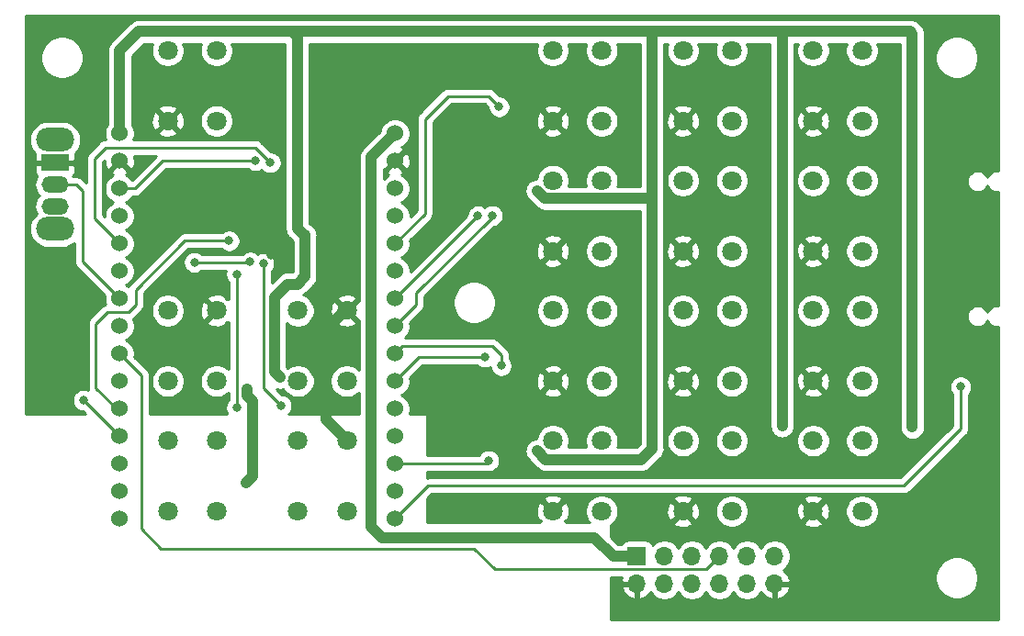
<source format=gbr>
%TF.GenerationSoftware,KiCad,Pcbnew,5.1.12-84ad8e8a86~92~ubuntu20.04.1*%
%TF.CreationDate,2022-04-21T21:58:33+02:00*%
%TF.ProjectId,bkm-15r-mini,626b6d2d-3135-4722-9d6d-696e692e6b69,rev?*%
%TF.SameCoordinates,Original*%
%TF.FileFunction,Copper,L2,Bot*%
%TF.FilePolarity,Positive*%
%FSLAX46Y46*%
G04 Gerber Fmt 4.6, Leading zero omitted, Abs format (unit mm)*
G04 Created by KiCad (PCBNEW 5.1.12-84ad8e8a86~92~ubuntu20.04.1) date 2022-04-21 21:58:33*
%MOMM*%
%LPD*%
G01*
G04 APERTURE LIST*
%TA.AperFunction,ComponentPad*%
%ADD10R,1.700000X1.700000*%
%TD*%
%TA.AperFunction,ComponentPad*%
%ADD11O,1.700000X1.700000*%
%TD*%
%TA.AperFunction,ComponentPad*%
%ADD12C,1.800000*%
%TD*%
%TA.AperFunction,ComponentPad*%
%ADD13R,2.500000X1.500000*%
%TD*%
%TA.AperFunction,ComponentPad*%
%ADD14O,2.500000X1.500000*%
%TD*%
%TA.AperFunction,ComponentPad*%
%ADD15O,3.500000X2.200000*%
%TD*%
%TA.AperFunction,ComponentPad*%
%ADD16C,1.524000*%
%TD*%
%TA.AperFunction,ViaPad*%
%ADD17C,0.800000*%
%TD*%
%TA.AperFunction,Conductor*%
%ADD18C,1.000000*%
%TD*%
%TA.AperFunction,Conductor*%
%ADD19C,0.250000*%
%TD*%
%TA.AperFunction,Conductor*%
%ADD20C,0.254000*%
%TD*%
%TA.AperFunction,Conductor*%
%ADD21C,0.100000*%
%TD*%
G04 APERTURE END LIST*
D10*
%TO.P,J301,1*%
%TO.N,+5V*%
X145500000Y-77000000D03*
D11*
%TO.P,J301,2*%
%TO.N,GND*%
X145500000Y-79540000D03*
%TO.P,J301,3*%
%TO.N,N/C*%
X148040000Y-77000000D03*
%TO.P,J301,4*%
X148040000Y-79540000D03*
%TO.P,J301,5*%
%TO.N,SO*%
X150580000Y-77000000D03*
%TO.P,J301,6*%
%TO.N,N/C*%
X150580000Y-79540000D03*
%TO.P,J301,7*%
%TO.N,SCK*%
X153120000Y-77000000D03*
%TO.P,J301,8*%
%TO.N,ST*%
X153120000Y-79540000D03*
%TO.P,J301,9*%
%TO.N,N/C*%
X155660000Y-77000000D03*
%TO.P,J301,10*%
%TO.N,CS*%
X155660000Y-79540000D03*
%TO.P,J301,11*%
%TO.N,N/C*%
X158200000Y-77000000D03*
%TO.P,J301,12*%
%TO.N,GND*%
X158200000Y-79540000D03*
%TD*%
D12*
%TO.P,SW101,4*%
%TO.N,N/C*%
X161750000Y-30350000D03*
%TO.P,SW101,2*%
%TO.N,Net-(R101-Pad2)*%
X166250000Y-30350000D03*
%TO.P,SW101,1*%
%TO.N,Net-(R104-Pad2)*%
X166250000Y-36850000D03*
%TO.P,SW101,3*%
%TO.N,GND*%
X161750000Y-36850000D03*
%TD*%
%TO.P,SW102,4*%
%TO.N,N/C*%
X149750000Y-30350000D03*
%TO.P,SW102,2*%
%TO.N,Net-(R102-Pad2)*%
X154250000Y-30350000D03*
%TO.P,SW102,1*%
%TO.N,Net-(R105-Pad2)*%
X154250000Y-36850000D03*
%TO.P,SW102,3*%
%TO.N,GND*%
X149750000Y-36850000D03*
%TD*%
%TO.P,SW103,3*%
%TO.N,GND*%
X137750000Y-36850000D03*
%TO.P,SW103,1*%
%TO.N,Net-(R106-Pad2)*%
X142250000Y-36850000D03*
%TO.P,SW103,2*%
%TO.N,Net-(R103-Pad2)*%
X142250000Y-30350000D03*
%TO.P,SW103,4*%
%TO.N,N/C*%
X137750000Y-30350000D03*
%TD*%
%TO.P,SW104,3*%
%TO.N,GND*%
X161750000Y-48850000D03*
%TO.P,SW104,1*%
%TO.N,Net-(R110-Pad2)*%
X166250000Y-48850000D03*
%TO.P,SW104,2*%
%TO.N,Net-(R107-Pad2)*%
X166250000Y-42350000D03*
%TO.P,SW104,4*%
%TO.N,N/C*%
X161750000Y-42350000D03*
%TD*%
%TO.P,SW105,3*%
%TO.N,GND*%
X149750000Y-48850000D03*
%TO.P,SW105,1*%
%TO.N,Net-(R111-Pad2)*%
X154250000Y-48850000D03*
%TO.P,SW105,2*%
%TO.N,Net-(R108-Pad2)*%
X154250000Y-42350000D03*
%TO.P,SW105,4*%
%TO.N,N/C*%
X149750000Y-42350000D03*
%TD*%
%TO.P,SW106,3*%
%TO.N,GND*%
X137750000Y-48850000D03*
%TO.P,SW106,1*%
%TO.N,Net-(R112-Pad2)*%
X142250000Y-48850000D03*
%TO.P,SW106,2*%
%TO.N,Net-(R109-Pad2)*%
X142250000Y-42350000D03*
%TO.P,SW106,4*%
%TO.N,N/C*%
X137750000Y-42350000D03*
%TD*%
%TO.P,SW107,3*%
%TO.N,GND*%
X161750000Y-60850000D03*
%TO.P,SW107,1*%
%TO.N,Net-(R116-Pad2)*%
X166250000Y-60850000D03*
%TO.P,SW107,2*%
%TO.N,Net-(R113-Pad2)*%
X166250000Y-54350000D03*
%TO.P,SW107,4*%
%TO.N,N/C*%
X161750000Y-54350000D03*
%TD*%
%TO.P,SW108,4*%
%TO.N,N/C*%
X149750000Y-54350000D03*
%TO.P,SW108,2*%
%TO.N,Net-(R114-Pad2)*%
X154250000Y-54350000D03*
%TO.P,SW108,1*%
%TO.N,Net-(R117-Pad2)*%
X154250000Y-60850000D03*
%TO.P,SW108,3*%
%TO.N,GND*%
X149750000Y-60850000D03*
%TD*%
%TO.P,SW109,4*%
%TO.N,N/C*%
X137750000Y-54350000D03*
%TO.P,SW109,2*%
%TO.N,Net-(R115-Pad2)*%
X142250000Y-54350000D03*
%TO.P,SW109,1*%
%TO.N,Net-(R118-Pad2)*%
X142250000Y-60850000D03*
%TO.P,SW109,3*%
%TO.N,GND*%
X137750000Y-60850000D03*
%TD*%
%TO.P,SW110,3*%
%TO.N,GND*%
X161750000Y-72850000D03*
%TO.P,SW110,1*%
%TO.N,Net-(R122-Pad2)*%
X166250000Y-72850000D03*
%TO.P,SW110,2*%
%TO.N,Net-(R119-Pad2)*%
X166250000Y-66350000D03*
%TO.P,SW110,4*%
%TO.N,N/C*%
X161750000Y-66350000D03*
%TD*%
%TO.P,SW111,4*%
%TO.N,N/C*%
X149750000Y-66350000D03*
%TO.P,SW111,2*%
%TO.N,Net-(R120-Pad2)*%
X154250000Y-66350000D03*
%TO.P,SW111,1*%
%TO.N,Net-(R123-Pad2)*%
X154250000Y-72850000D03*
%TO.P,SW111,3*%
%TO.N,GND*%
X149750000Y-72850000D03*
%TD*%
%TO.P,SW112,3*%
%TO.N,GND*%
X137750000Y-72850000D03*
%TO.P,SW112,1*%
%TO.N,Net-(R124-Pad2)*%
X142250000Y-72850000D03*
%TO.P,SW112,2*%
%TO.N,Net-(R121-Pad2)*%
X142250000Y-66350000D03*
%TO.P,SW112,4*%
%TO.N,N/C*%
X137750000Y-66350000D03*
%TD*%
%TO.P,SW201,4*%
%TO.N,N/C*%
X118750000Y-60850000D03*
%TO.P,SW201,2*%
%TO.N,Net-(R201-Pad2)*%
X114250000Y-60850000D03*
%TO.P,SW201,1*%
%TO.N,Net-(R203-Pad2)*%
X114250000Y-54350000D03*
%TO.P,SW201,3*%
%TO.N,GND*%
X118750000Y-54350000D03*
%TD*%
%TO.P,SW202,4*%
%TO.N,N/C*%
X106750000Y-60850000D03*
%TO.P,SW202,2*%
%TO.N,Net-(R202-Pad2)*%
X102250000Y-60850000D03*
%TO.P,SW202,1*%
%TO.N,Net-(R204-Pad2)*%
X102250000Y-54350000D03*
%TO.P,SW202,3*%
%TO.N,GND*%
X106750000Y-54350000D03*
%TD*%
%TO.P,SW203,4*%
%TO.N,N/C*%
X118750000Y-72850000D03*
%TO.P,SW203,2*%
%TO.N,Net-(R205-Pad2)*%
X114250000Y-72850000D03*
%TO.P,SW203,1*%
%TO.N,Net-(R207-Pad2)*%
X114250000Y-66350000D03*
%TO.P,SW203,3*%
%TO.N,GND*%
X118750000Y-66350000D03*
%TD*%
%TO.P,SW204,3*%
%TO.N,GND*%
X106750000Y-66350000D03*
%TO.P,SW204,1*%
%TO.N,Net-(R208-Pad2)*%
X102250000Y-66350000D03*
%TO.P,SW204,2*%
%TO.N,Net-(R206-Pad2)*%
X102250000Y-72850000D03*
%TO.P,SW204,4*%
%TO.N,N/C*%
X106750000Y-72850000D03*
%TD*%
%TO.P,SW205,4*%
%TO.N,N/C*%
X102250000Y-30350000D03*
%TO.P,SW205,2*%
%TO.N,Net-(R209-Pad2)*%
X106750000Y-30350000D03*
%TO.P,SW205,1*%
%TO.N,Net-(R210-Pad2)*%
X106750000Y-36850000D03*
%TO.P,SW205,3*%
%TO.N,GND*%
X102250000Y-36850000D03*
%TD*%
D13*
%TO.P,SW303,1*%
%TO.N,GND*%
X91850000Y-40700000D03*
D14*
%TO.P,SW303,2*%
%TO.N,DISABLE_WIFI*%
X91850000Y-42700000D03*
%TO.P,SW303,3*%
%TO.N,N/C*%
X91850000Y-44700000D03*
D15*
%TO.P,SW303,*%
%TO.N,*%
X91850000Y-38600000D03*
X91850000Y-46800000D03*
%TD*%
D16*
%TO.P,U301,36*%
%TO.N,ST*%
X97800000Y-73560000D03*
%TO.P,U301,35*%
%TO.N,NAV_KEY_DOWN*%
X97800000Y-71020000D03*
%TO.P,U301,34*%
%TO.N,N/C*%
X97800000Y-68480000D03*
%TO.P,U301,33*%
%TO.N,FORCE_SETUP*%
X97800000Y-65940000D03*
%TO.P,U301,32*%
%TO.N,NAV_KEY_ENTER*%
X97800000Y-63400000D03*
%TO.P,U301,31*%
%TO.N,SO*%
X97800000Y-60860000D03*
%TO.P,U301,30*%
%TO.N,SCK*%
X97800000Y-58320000D03*
%TO.P,U301,29*%
%TO.N,CS*%
X97800000Y-55780000D03*
%TO.P,U301,28*%
%TO.N,DISABLE_WIFI*%
X97800000Y-53240000D03*
%TO.P,U301,27*%
%TO.N,KEY_POWER*%
X97800000Y-50700000D03*
%TO.P,U301,26*%
%TO.N,NAV_KEY_UP*%
X97800000Y-48160000D03*
%TO.P,U301,25*%
%TO.N,N/C*%
X97800000Y-45620000D03*
%TO.P,U301,24*%
%TO.N,NAV_KEY_MENU*%
X97800000Y-43080000D03*
%TO.P,U301,23*%
%TO.N,GND*%
X97800000Y-40540000D03*
%TO.P,U301,22*%
%TO.N,+3V3*%
X97800000Y-38000000D03*
%TO.P,U301,15*%
%TO.N,+5V*%
X123200000Y-38000000D03*
%TO.P,U301,14*%
%TO.N,GND*%
X123200000Y-40540000D03*
%TO.P,U301,13*%
%TO.N,INPUT_KEY1*%
X123200000Y-43080000D03*
%TO.P,U301,12*%
%TO.N,INPUT_KEY2*%
X123200000Y-45620000D03*
%TO.P,U301,11*%
%TO.N,INPUT_KEY3*%
X123200000Y-48160000D03*
%TO.P,U301,10*%
%TO.N,INPUT_KEY4*%
X123200000Y-50700000D03*
%TO.P,U301,9*%
%TO.N,INPUT_KEY5*%
X123200000Y-53240000D03*
%TO.P,U301,8*%
%TO.N,INPUT_KEY6*%
X123200000Y-55780000D03*
%TO.P,U301,7*%
%TO.N,INPUT_KEY7*%
X123200000Y-58320000D03*
%TO.P,U301,6*%
%TO.N,INPUT_KEY8*%
X123200000Y-60860000D03*
%TO.P,U301,5*%
%TO.N,INPUT_KEY9*%
X123200000Y-63400000D03*
%TO.P,U301,4*%
%TO.N,INPUT_KEY0*%
X123200000Y-65940000D03*
%TO.P,U301,3*%
%TO.N,INPUT_KEY_ENT*%
X123200000Y-68480000D03*
%TO.P,U301,2*%
%TO.N,INPUT_KEY_DEL*%
X123200000Y-71020000D03*
%TO.P,U301,1*%
%TO.N,RESET*%
X123200000Y-73560000D03*
%TD*%
D17*
%TO.N,GND*%
X136000000Y-41200000D03*
X111800000Y-49200000D03*
X128900000Y-60700000D03*
X136000000Y-65200000D03*
X113200000Y-49700000D03*
X128890000Y-36740000D03*
%TO.N,+3V3*%
X170900000Y-65100000D03*
X170900000Y-53200000D03*
X170900000Y-41100000D03*
X170900000Y-29000000D03*
X158900000Y-65000000D03*
X158900000Y-53100000D03*
X158900000Y-41000000D03*
X158900000Y-29200000D03*
X146900000Y-41200000D03*
X146900000Y-53100000D03*
X146900000Y-65000000D03*
X147000000Y-28600000D03*
X136300000Y-67300000D03*
X136300000Y-43300000D03*
X110900000Y-28600000D03*
X112600000Y-60500000D03*
X114200000Y-46800000D03*
X109500000Y-70200000D03*
X109600000Y-61600000D03*
%TO.N,Net-(C203-Pad1)*%
X112700000Y-63100000D03*
X111100000Y-50000000D03*
%TO.N,Net-(C204-Pad1)*%
X108600000Y-63300000D03*
X108600000Y-51000000D03*
%TO.N,INPUT_KEY3*%
X132800000Y-35540000D03*
%TO.N,INPUT_KEY5*%
X130850000Y-45610000D03*
%TO.N,INPUT_KEY7*%
X132990000Y-59430000D03*
%TO.N,INPUT_KEY8*%
X131500000Y-58630000D03*
%TO.N,INPUT_KEY_ENT*%
X131850000Y-68190000D03*
%TO.N,NAV_KEY_ENTER*%
X107900000Y-47900000D03*
%TO.N,NAV_KEY_DOWN*%
X109850000Y-49850000D03*
X104700000Y-49900000D03*
%TO.N,NAV_KEY_MENU*%
X110300000Y-40500000D03*
%TO.N,NAV_KEY_UP*%
X111700000Y-40700000D03*
%TO.N,FORCE_SETUP*%
X94488000Y-62611000D03*
%TO.N,RESET*%
X175350000Y-61370000D03*
%TO.N,INPUT_KEY6*%
X132150000Y-45580000D03*
%TD*%
D18*
%TO.N,GND*%
X118750000Y-54350000D02*
X118650000Y-54350000D01*
X118650000Y-54350000D02*
X116800000Y-56200000D01*
X116800000Y-64400000D02*
X118750000Y-66350000D01*
X116800000Y-56200000D02*
X116800000Y-64400000D01*
%TO.N,+3V3*%
X109600000Y-61600000D02*
X109600000Y-62200000D01*
X109600000Y-62200000D02*
X110100000Y-62700000D01*
X110100000Y-62700000D02*
X110100000Y-69600000D01*
X110100000Y-69600000D02*
X109500000Y-70200000D01*
X170900000Y-65100000D02*
X170900000Y-53200000D01*
X170900000Y-53200000D02*
X170900000Y-41100000D01*
X170900000Y-41100000D02*
X170900000Y-29000000D01*
X158900000Y-53100000D02*
X158900000Y-65000000D01*
X158900000Y-41000000D02*
X158900000Y-53100000D01*
X158900000Y-29200000D02*
X158900000Y-41000000D01*
X146900000Y-65000000D02*
X146900000Y-53100000D01*
X146900000Y-28700000D02*
X147000000Y-28600000D01*
X146900000Y-41200000D02*
X146900000Y-28700000D01*
X170900000Y-28800000D02*
X170900000Y-29000000D01*
X170700000Y-28600000D02*
X170900000Y-28800000D01*
X147000000Y-28600000D02*
X170700000Y-28600000D01*
X158900000Y-28600000D02*
X158900000Y-29200000D01*
X146900000Y-53100000D02*
X146900000Y-44000000D01*
X146900000Y-44000000D02*
X137000000Y-44000000D01*
X146900000Y-44000000D02*
X146900000Y-41200000D01*
X137000000Y-44000000D02*
X136300000Y-43300000D01*
X146900000Y-65000000D02*
X146900000Y-67100000D01*
X146900000Y-67100000D02*
X145900000Y-68100000D01*
X145900000Y-68100000D02*
X137100000Y-68100000D01*
X137100000Y-68100000D02*
X136300000Y-67300000D01*
X147000000Y-28600000D02*
X116900000Y-28600000D01*
X97820000Y-30380000D02*
X97800000Y-30380000D01*
X99600000Y-28600000D02*
X97820000Y-30380000D01*
X116900000Y-28600000D02*
X113700000Y-28600000D01*
X113700000Y-28600000D02*
X99600000Y-28600000D01*
X113700000Y-28600000D02*
X114200000Y-29100000D01*
X114200000Y-29100000D02*
X114200000Y-46800000D01*
X112100000Y-53100000D02*
X112100000Y-60000000D01*
X112100000Y-60000000D02*
X112600000Y-60500000D01*
X114200000Y-51900000D02*
X113300000Y-51900000D01*
X114900000Y-47400000D02*
X114900000Y-51200000D01*
X113300000Y-51900000D02*
X112100000Y-53100000D01*
X114900000Y-51200000D02*
X114200000Y-51900000D01*
X114800000Y-47400000D02*
X114900000Y-47400000D01*
X114200000Y-46800000D02*
X114800000Y-47400000D01*
X97800000Y-30400000D02*
X97820000Y-30380000D01*
X97800000Y-38000000D02*
X97800000Y-30400000D01*
D19*
%TO.N,Net-(C203-Pad1)*%
X111100000Y-61500000D02*
X112700000Y-63100000D01*
X111100000Y-50000000D02*
X111100000Y-61500000D01*
%TO.N,Net-(C204-Pad1)*%
X108600000Y-63300000D02*
X108700000Y-63200000D01*
X108600000Y-51000000D02*
X108600000Y-63300000D01*
D18*
%TO.N,+5V*%
X143300000Y-77000000D02*
X145500000Y-77000000D01*
X141600000Y-75300000D02*
X143300000Y-77000000D01*
X122000000Y-75300000D02*
X141600000Y-75300000D01*
X121000000Y-74300000D02*
X122000000Y-75300000D01*
X121000000Y-40200000D02*
X121000000Y-74300000D01*
X123200000Y-38000000D02*
X121000000Y-40200000D01*
D19*
%TO.N,SCK*%
X153100000Y-77000000D02*
X153120000Y-77000000D01*
X151900000Y-78200000D02*
X153100000Y-77000000D01*
X132400000Y-78200000D02*
X151900000Y-78200000D01*
X130500000Y-76300000D02*
X132400000Y-78200000D01*
X101600000Y-76300000D02*
X130500000Y-76300000D01*
X99800000Y-74500000D02*
X101600000Y-76300000D01*
X99800000Y-60300000D02*
X99800000Y-74500000D01*
X97820000Y-58320000D02*
X99800000Y-60300000D01*
X97800000Y-58320000D02*
X97820000Y-58320000D01*
%TO.N,CS*%
X155660000Y-79540000D02*
X155660000Y-79640000D01*
%TO.N,INPUT_KEY3*%
X125950000Y-45410000D02*
X123200000Y-48160000D01*
X125950000Y-36680000D02*
X125950000Y-45410000D01*
X128090000Y-34540000D02*
X125950000Y-36680000D01*
X131800000Y-34540000D02*
X128090000Y-34540000D01*
X132800000Y-35540000D02*
X131800000Y-34540000D01*
%TO.N,INPUT_KEY5*%
X125910000Y-50530000D02*
X123200000Y-53240000D01*
X130830000Y-45610000D02*
X125910000Y-50530000D01*
X130850000Y-45610000D02*
X130830000Y-45610000D01*
%TO.N,INPUT_KEY7*%
X132990000Y-59430000D02*
X133000000Y-59420000D01*
X123200000Y-58320000D02*
X123200000Y-58310000D01*
X123200000Y-58310000D02*
X123880000Y-57630000D01*
X132190000Y-57630000D02*
X133000000Y-58440000D01*
X123880000Y-57630000D02*
X132190000Y-57630000D01*
X133000000Y-59420000D02*
X133000000Y-58440000D01*
%TO.N,INPUT_KEY8*%
X125430000Y-58630000D02*
X123200000Y-60860000D01*
X131500000Y-58630000D02*
X125430000Y-58630000D01*
%TO.N,INPUT_KEY_ENT*%
X131560000Y-68480000D02*
X123200000Y-68480000D01*
X131850000Y-68190000D02*
X131560000Y-68480000D01*
%TO.N,NAV_KEY_ENTER*%
X99314000Y-52425600D02*
X103839600Y-47900000D01*
X99314000Y-53797200D02*
X99314000Y-52425600D01*
X96697800Y-54483000D02*
X98628200Y-54483000D01*
X95631000Y-61468000D02*
X95631000Y-55549800D01*
X103839600Y-47900000D02*
X107900000Y-47900000D01*
X98628200Y-54483000D02*
X99314000Y-53797200D01*
X97563000Y-63400000D02*
X95631000Y-61468000D01*
X95631000Y-55549800D02*
X96697800Y-54483000D01*
X97800000Y-63400000D02*
X97563000Y-63400000D01*
%TO.N,NAV_KEY_DOWN*%
X109800000Y-49900000D02*
X104700000Y-49900000D01*
X109850000Y-49850000D02*
X109800000Y-49900000D01*
%TO.N,NAV_KEY_MENU*%
X101800000Y-40500000D02*
X99220000Y-43080000D01*
X99220000Y-43080000D02*
X97800000Y-43080000D01*
X110300000Y-40500000D02*
X101800000Y-40500000D01*
%TO.N,NAV_KEY_UP*%
X95500000Y-45860000D02*
X97800000Y-48160000D01*
X95500000Y-40300000D02*
X95500000Y-45860000D01*
X96500000Y-39300000D02*
X95500000Y-40300000D01*
X110300000Y-39300000D02*
X96500000Y-39300000D01*
X111700000Y-40700000D02*
X110300000Y-39300000D01*
%TO.N,FORCE_SETUP*%
X94488000Y-62628000D02*
X97800000Y-65940000D01*
X94488000Y-62611000D02*
X94488000Y-62628000D01*
%TO.N,RESET*%
X126240000Y-70520000D02*
X123200000Y-73560000D01*
X175356000Y-65264000D02*
X170100000Y-70520000D01*
X175356000Y-61376000D02*
X175356000Y-65264000D01*
X170100000Y-70520000D02*
X126240000Y-70520000D01*
X175350000Y-61370000D02*
X175356000Y-61376000D01*
%TO.N,DISABLE_WIFI*%
X94410000Y-49850000D02*
X97800000Y-53240000D01*
X94410000Y-43310000D02*
X94410000Y-49850000D01*
X93800000Y-42700000D02*
X94410000Y-43310000D01*
X91850000Y-42700000D02*
X93800000Y-42700000D01*
%TO.N,INPUT_KEY6*%
X132150000Y-45580000D02*
X132150000Y-45730000D01*
X132150000Y-45730000D02*
X125140000Y-52740000D01*
X125140000Y-53840000D02*
X123200000Y-55780000D01*
X125140000Y-52740000D02*
X125140000Y-53840000D01*
%TD*%
D20*
%TO.N,GND*%
X178840000Y-41441550D02*
X178797014Y-41433000D01*
X178602986Y-41433000D01*
X178412686Y-41470853D01*
X178233428Y-41545104D01*
X178072099Y-41652901D01*
X177934901Y-41790099D01*
X177827104Y-41951428D01*
X177800000Y-42016863D01*
X177772896Y-41951428D01*
X177665099Y-41790099D01*
X177527901Y-41652901D01*
X177366572Y-41545104D01*
X177187314Y-41470853D01*
X176997014Y-41433000D01*
X176802986Y-41433000D01*
X176612686Y-41470853D01*
X176433428Y-41545104D01*
X176272099Y-41652901D01*
X176134901Y-41790099D01*
X176027104Y-41951428D01*
X175952853Y-42130686D01*
X175915000Y-42320986D01*
X175915000Y-42515014D01*
X175952853Y-42705314D01*
X176027104Y-42884572D01*
X176134901Y-43045901D01*
X176272099Y-43183099D01*
X176433428Y-43290896D01*
X176612686Y-43365147D01*
X176802986Y-43403000D01*
X176997014Y-43403000D01*
X177187314Y-43365147D01*
X177366572Y-43290896D01*
X177527901Y-43183099D01*
X177665099Y-43045901D01*
X177772896Y-42884572D01*
X177800000Y-42819137D01*
X177827104Y-42884572D01*
X177934901Y-43045901D01*
X178072099Y-43183099D01*
X178233428Y-43290896D01*
X178412686Y-43365147D01*
X178602986Y-43403000D01*
X178797014Y-43403000D01*
X178840000Y-43394449D01*
X178840000Y-53887551D01*
X178797014Y-53879000D01*
X178602986Y-53879000D01*
X178412686Y-53916853D01*
X178233428Y-53991104D01*
X178072099Y-54098901D01*
X177934901Y-54236099D01*
X177827104Y-54397428D01*
X177800000Y-54462863D01*
X177772896Y-54397428D01*
X177665099Y-54236099D01*
X177527901Y-54098901D01*
X177366572Y-53991104D01*
X177187314Y-53916853D01*
X176997014Y-53879000D01*
X176802986Y-53879000D01*
X176612686Y-53916853D01*
X176433428Y-53991104D01*
X176272099Y-54098901D01*
X176134901Y-54236099D01*
X176027104Y-54397428D01*
X175952853Y-54576686D01*
X175915000Y-54766986D01*
X175915000Y-54961014D01*
X175952853Y-55151314D01*
X176027104Y-55330572D01*
X176134901Y-55491901D01*
X176272099Y-55629099D01*
X176433428Y-55736896D01*
X176612686Y-55811147D01*
X176802986Y-55849000D01*
X176997014Y-55849000D01*
X177187314Y-55811147D01*
X177366572Y-55736896D01*
X177527901Y-55629099D01*
X177665099Y-55491901D01*
X177772896Y-55330572D01*
X177800000Y-55265137D01*
X177827104Y-55330572D01*
X177934901Y-55491901D01*
X178072099Y-55629099D01*
X178233428Y-55736896D01*
X178412686Y-55811147D01*
X178602986Y-55849000D01*
X178797014Y-55849000D01*
X178840001Y-55840449D01*
X178840001Y-82840000D01*
X143127000Y-82840000D01*
X143127000Y-79896891D01*
X144058519Y-79896891D01*
X144155843Y-80171252D01*
X144304822Y-80421355D01*
X144499731Y-80637588D01*
X144733080Y-80811641D01*
X144995901Y-80936825D01*
X145143110Y-80981476D01*
X145373000Y-80860155D01*
X145373000Y-79667000D01*
X144179186Y-79667000D01*
X144058519Y-79896891D01*
X143127000Y-79896891D01*
X143127000Y-78960000D01*
X144137662Y-78960000D01*
X144058519Y-79183109D01*
X144179186Y-79413000D01*
X145373000Y-79413000D01*
X145373000Y-79393000D01*
X145627000Y-79393000D01*
X145627000Y-79413000D01*
X145647000Y-79413000D01*
X145647000Y-79667000D01*
X145627000Y-79667000D01*
X145627000Y-80860155D01*
X145856890Y-80981476D01*
X146004099Y-80936825D01*
X146266920Y-80811641D01*
X146500269Y-80637588D01*
X146695178Y-80421355D01*
X146764805Y-80304466D01*
X146886525Y-80486632D01*
X147093368Y-80693475D01*
X147336589Y-80855990D01*
X147606842Y-80967932D01*
X147893740Y-81025000D01*
X148186260Y-81025000D01*
X148473158Y-80967932D01*
X148743411Y-80855990D01*
X148986632Y-80693475D01*
X149193475Y-80486632D01*
X149310000Y-80312240D01*
X149426525Y-80486632D01*
X149633368Y-80693475D01*
X149876589Y-80855990D01*
X150146842Y-80967932D01*
X150433740Y-81025000D01*
X150726260Y-81025000D01*
X151013158Y-80967932D01*
X151283411Y-80855990D01*
X151526632Y-80693475D01*
X151733475Y-80486632D01*
X151850000Y-80312240D01*
X151966525Y-80486632D01*
X152173368Y-80693475D01*
X152416589Y-80855990D01*
X152686842Y-80967932D01*
X152973740Y-81025000D01*
X153266260Y-81025000D01*
X153553158Y-80967932D01*
X153823411Y-80855990D01*
X154066632Y-80693475D01*
X154273475Y-80486632D01*
X154390000Y-80312240D01*
X154506525Y-80486632D01*
X154713368Y-80693475D01*
X154956589Y-80855990D01*
X155226842Y-80967932D01*
X155513740Y-81025000D01*
X155806260Y-81025000D01*
X156093158Y-80967932D01*
X156363411Y-80855990D01*
X156606632Y-80693475D01*
X156813475Y-80486632D01*
X156935195Y-80304466D01*
X157004822Y-80421355D01*
X157199731Y-80637588D01*
X157433080Y-80811641D01*
X157695901Y-80936825D01*
X157843110Y-80981476D01*
X158073000Y-80860155D01*
X158073000Y-79667000D01*
X158327000Y-79667000D01*
X158327000Y-80860155D01*
X158556890Y-80981476D01*
X158704099Y-80936825D01*
X158966920Y-80811641D01*
X159200269Y-80637588D01*
X159395178Y-80421355D01*
X159544157Y-80171252D01*
X159641481Y-79896891D01*
X159520814Y-79667000D01*
X158327000Y-79667000D01*
X158073000Y-79667000D01*
X158053000Y-79667000D01*
X158053000Y-79413000D01*
X158073000Y-79413000D01*
X158073000Y-79393000D01*
X158327000Y-79393000D01*
X158327000Y-79413000D01*
X159520814Y-79413000D01*
X159641481Y-79183109D01*
X159544157Y-78908748D01*
X159482057Y-78804495D01*
X173015000Y-78804495D01*
X173015000Y-79195505D01*
X173091282Y-79579003D01*
X173240915Y-79940250D01*
X173458149Y-80265364D01*
X173734636Y-80541851D01*
X174059750Y-80759085D01*
X174420997Y-80908718D01*
X174804495Y-80985000D01*
X175195505Y-80985000D01*
X175579003Y-80908718D01*
X175940250Y-80759085D01*
X176265364Y-80541851D01*
X176541851Y-80265364D01*
X176759085Y-79940250D01*
X176908718Y-79579003D01*
X176985000Y-79195505D01*
X176985000Y-78804495D01*
X176908718Y-78420997D01*
X176759085Y-78059750D01*
X176541851Y-77734636D01*
X176265364Y-77458149D01*
X175940250Y-77240915D01*
X175579003Y-77091282D01*
X175195505Y-77015000D01*
X174804495Y-77015000D01*
X174420997Y-77091282D01*
X174059750Y-77240915D01*
X173734636Y-77458149D01*
X173458149Y-77734636D01*
X173240915Y-78059750D01*
X173091282Y-78420997D01*
X173015000Y-78804495D01*
X159482057Y-78804495D01*
X159395178Y-78658645D01*
X159200269Y-78442412D01*
X158970594Y-78271100D01*
X159146632Y-78153475D01*
X159353475Y-77946632D01*
X159515990Y-77703411D01*
X159627932Y-77433158D01*
X159685000Y-77146260D01*
X159685000Y-76853740D01*
X159627932Y-76566842D01*
X159515990Y-76296589D01*
X159353475Y-76053368D01*
X159146632Y-75846525D01*
X158903411Y-75684010D01*
X158633158Y-75572068D01*
X158346260Y-75515000D01*
X158053740Y-75515000D01*
X157766842Y-75572068D01*
X157496589Y-75684010D01*
X157253368Y-75846525D01*
X157046525Y-76053368D01*
X156930000Y-76227760D01*
X156813475Y-76053368D01*
X156606632Y-75846525D01*
X156363411Y-75684010D01*
X156093158Y-75572068D01*
X155806260Y-75515000D01*
X155513740Y-75515000D01*
X155226842Y-75572068D01*
X154956589Y-75684010D01*
X154713368Y-75846525D01*
X154506525Y-76053368D01*
X154390000Y-76227760D01*
X154273475Y-76053368D01*
X154066632Y-75846525D01*
X153823411Y-75684010D01*
X153553158Y-75572068D01*
X153266260Y-75515000D01*
X152973740Y-75515000D01*
X152686842Y-75572068D01*
X152416589Y-75684010D01*
X152173368Y-75846525D01*
X151966525Y-76053368D01*
X151850000Y-76227760D01*
X151733475Y-76053368D01*
X151526632Y-75846525D01*
X151283411Y-75684010D01*
X151013158Y-75572068D01*
X150726260Y-75515000D01*
X150433740Y-75515000D01*
X150146842Y-75572068D01*
X149876589Y-75684010D01*
X149633368Y-75846525D01*
X149426525Y-76053368D01*
X149310000Y-76227760D01*
X149193475Y-76053368D01*
X148986632Y-75846525D01*
X148743411Y-75684010D01*
X148473158Y-75572068D01*
X148186260Y-75515000D01*
X147893740Y-75515000D01*
X147606842Y-75572068D01*
X147336589Y-75684010D01*
X147093368Y-75846525D01*
X146961513Y-75978380D01*
X146939502Y-75905820D01*
X146880537Y-75795506D01*
X146801185Y-75698815D01*
X146704494Y-75619463D01*
X146594180Y-75560498D01*
X146474482Y-75524188D01*
X146350000Y-75511928D01*
X144650000Y-75511928D01*
X144525518Y-75524188D01*
X144405820Y-75560498D01*
X144295506Y-75619463D01*
X144198815Y-75698815D01*
X144119463Y-75795506D01*
X144082317Y-75865000D01*
X143770132Y-75865000D01*
X143127000Y-75221868D01*
X143127000Y-74110136D01*
X143228505Y-74042312D01*
X143356737Y-73914080D01*
X148865525Y-73914080D01*
X148949208Y-74168261D01*
X149221775Y-74299158D01*
X149514642Y-74374365D01*
X149816553Y-74390991D01*
X150115907Y-74348397D01*
X150401199Y-74248222D01*
X150550792Y-74168261D01*
X150634475Y-73914080D01*
X149750000Y-73029605D01*
X148865525Y-73914080D01*
X143356737Y-73914080D01*
X143442312Y-73828505D01*
X143610299Y-73577095D01*
X143726011Y-73297743D01*
X143785000Y-73001184D01*
X143785000Y-72916553D01*
X148209009Y-72916553D01*
X148251603Y-73215907D01*
X148351778Y-73501199D01*
X148431739Y-73650792D01*
X148685920Y-73734475D01*
X149570395Y-72850000D01*
X149929605Y-72850000D01*
X150814080Y-73734475D01*
X151068261Y-73650792D01*
X151199158Y-73378225D01*
X151274365Y-73085358D01*
X151290991Y-72783447D01*
X151278950Y-72698816D01*
X152715000Y-72698816D01*
X152715000Y-73001184D01*
X152773989Y-73297743D01*
X152889701Y-73577095D01*
X153057688Y-73828505D01*
X153271495Y-74042312D01*
X153522905Y-74210299D01*
X153802257Y-74326011D01*
X154098816Y-74385000D01*
X154401184Y-74385000D01*
X154697743Y-74326011D01*
X154977095Y-74210299D01*
X155228505Y-74042312D01*
X155356737Y-73914080D01*
X160865525Y-73914080D01*
X160949208Y-74168261D01*
X161221775Y-74299158D01*
X161514642Y-74374365D01*
X161816553Y-74390991D01*
X162115907Y-74348397D01*
X162401199Y-74248222D01*
X162550792Y-74168261D01*
X162634475Y-73914080D01*
X161750000Y-73029605D01*
X160865525Y-73914080D01*
X155356737Y-73914080D01*
X155442312Y-73828505D01*
X155610299Y-73577095D01*
X155726011Y-73297743D01*
X155785000Y-73001184D01*
X155785000Y-72916553D01*
X160209009Y-72916553D01*
X160251603Y-73215907D01*
X160351778Y-73501199D01*
X160431739Y-73650792D01*
X160685920Y-73734475D01*
X161570395Y-72850000D01*
X161929605Y-72850000D01*
X162814080Y-73734475D01*
X163068261Y-73650792D01*
X163199158Y-73378225D01*
X163274365Y-73085358D01*
X163290991Y-72783447D01*
X163278950Y-72698816D01*
X164715000Y-72698816D01*
X164715000Y-73001184D01*
X164773989Y-73297743D01*
X164889701Y-73577095D01*
X165057688Y-73828505D01*
X165271495Y-74042312D01*
X165522905Y-74210299D01*
X165802257Y-74326011D01*
X166098816Y-74385000D01*
X166401184Y-74385000D01*
X166697743Y-74326011D01*
X166977095Y-74210299D01*
X167228505Y-74042312D01*
X167442312Y-73828505D01*
X167610299Y-73577095D01*
X167726011Y-73297743D01*
X167785000Y-73001184D01*
X167785000Y-72698816D01*
X167726011Y-72402257D01*
X167610299Y-72122905D01*
X167442312Y-71871495D01*
X167228505Y-71657688D01*
X166977095Y-71489701D01*
X166697743Y-71373989D01*
X166401184Y-71315000D01*
X166098816Y-71315000D01*
X165802257Y-71373989D01*
X165522905Y-71489701D01*
X165271495Y-71657688D01*
X165057688Y-71871495D01*
X164889701Y-72122905D01*
X164773989Y-72402257D01*
X164715000Y-72698816D01*
X163278950Y-72698816D01*
X163248397Y-72484093D01*
X163148222Y-72198801D01*
X163068261Y-72049208D01*
X162814080Y-71965525D01*
X161929605Y-72850000D01*
X161570395Y-72850000D01*
X160685920Y-71965525D01*
X160431739Y-72049208D01*
X160300842Y-72321775D01*
X160225635Y-72614642D01*
X160209009Y-72916553D01*
X155785000Y-72916553D01*
X155785000Y-72698816D01*
X155726011Y-72402257D01*
X155610299Y-72122905D01*
X155442312Y-71871495D01*
X155356737Y-71785920D01*
X160865525Y-71785920D01*
X161750000Y-72670395D01*
X162634475Y-71785920D01*
X162550792Y-71531739D01*
X162278225Y-71400842D01*
X161985358Y-71325635D01*
X161683447Y-71309009D01*
X161384093Y-71351603D01*
X161098801Y-71451778D01*
X160949208Y-71531739D01*
X160865525Y-71785920D01*
X155356737Y-71785920D01*
X155228505Y-71657688D01*
X154977095Y-71489701D01*
X154697743Y-71373989D01*
X154401184Y-71315000D01*
X154098816Y-71315000D01*
X153802257Y-71373989D01*
X153522905Y-71489701D01*
X153271495Y-71657688D01*
X153057688Y-71871495D01*
X152889701Y-72122905D01*
X152773989Y-72402257D01*
X152715000Y-72698816D01*
X151278950Y-72698816D01*
X151248397Y-72484093D01*
X151148222Y-72198801D01*
X151068261Y-72049208D01*
X150814080Y-71965525D01*
X149929605Y-72850000D01*
X149570395Y-72850000D01*
X148685920Y-71965525D01*
X148431739Y-72049208D01*
X148300842Y-72321775D01*
X148225635Y-72614642D01*
X148209009Y-72916553D01*
X143785000Y-72916553D01*
X143785000Y-72698816D01*
X143726011Y-72402257D01*
X143610299Y-72122905D01*
X143442312Y-71871495D01*
X143356737Y-71785920D01*
X148865525Y-71785920D01*
X149750000Y-72670395D01*
X150634475Y-71785920D01*
X150550792Y-71531739D01*
X150278225Y-71400842D01*
X149985358Y-71325635D01*
X149683447Y-71309009D01*
X149384093Y-71351603D01*
X149098801Y-71451778D01*
X148949208Y-71531739D01*
X148865525Y-71785920D01*
X143356737Y-71785920D01*
X143228505Y-71657688D01*
X142977095Y-71489701D01*
X142697743Y-71373989D01*
X142401184Y-71315000D01*
X142098816Y-71315000D01*
X141802257Y-71373989D01*
X141522905Y-71489701D01*
X141271495Y-71657688D01*
X141057688Y-71871495D01*
X140889701Y-72122905D01*
X140773989Y-72402257D01*
X140715000Y-72698816D01*
X140715000Y-73001184D01*
X140773989Y-73297743D01*
X140889701Y-73577095D01*
X141057688Y-73828505D01*
X141102183Y-73873000D01*
X138907452Y-73873000D01*
X138930030Y-73850422D01*
X138814082Y-73734474D01*
X139068261Y-73650792D01*
X139199158Y-73378225D01*
X139274365Y-73085358D01*
X139290991Y-72783447D01*
X139248397Y-72484093D01*
X139148222Y-72198801D01*
X139068261Y-72049208D01*
X138814080Y-71965525D01*
X137929605Y-72850000D01*
X137943748Y-72864143D01*
X137764143Y-73043748D01*
X137750000Y-73029605D01*
X137735858Y-73043748D01*
X137556253Y-72864143D01*
X137570395Y-72850000D01*
X136685920Y-71965525D01*
X136431739Y-72049208D01*
X136300842Y-72321775D01*
X136225635Y-72614642D01*
X136209009Y-72916553D01*
X136251603Y-73215907D01*
X136351778Y-73501199D01*
X136431739Y-73650792D01*
X136685918Y-73734474D01*
X136569970Y-73850422D01*
X136592548Y-73873000D01*
X126127000Y-73873000D01*
X126127000Y-71785920D01*
X136865525Y-71785920D01*
X137750000Y-72670395D01*
X138634475Y-71785920D01*
X138550792Y-71531739D01*
X138278225Y-71400842D01*
X137985358Y-71325635D01*
X137683447Y-71309009D01*
X137384093Y-71351603D01*
X137098801Y-71451778D01*
X136949208Y-71531739D01*
X136865525Y-71785920D01*
X126127000Y-71785920D01*
X126127000Y-71707802D01*
X126554802Y-71280000D01*
X170062678Y-71280000D01*
X170100000Y-71283676D01*
X170137322Y-71280000D01*
X170137333Y-71280000D01*
X170248986Y-71269003D01*
X170392247Y-71225546D01*
X170524276Y-71154974D01*
X170640001Y-71060001D01*
X170663804Y-71030997D01*
X175867008Y-65827795D01*
X175896001Y-65804001D01*
X175919795Y-65775008D01*
X175919799Y-65775004D01*
X175990973Y-65688277D01*
X175990974Y-65688276D01*
X176061546Y-65556247D01*
X176105003Y-65412986D01*
X176116000Y-65301333D01*
X176116000Y-65301324D01*
X176119676Y-65264001D01*
X176116000Y-65226678D01*
X176116000Y-62067711D01*
X176153937Y-62029774D01*
X176267205Y-61860256D01*
X176345226Y-61671898D01*
X176385000Y-61471939D01*
X176385000Y-61268061D01*
X176345226Y-61068102D01*
X176267205Y-60879744D01*
X176153937Y-60710226D01*
X176009774Y-60566063D01*
X175840256Y-60452795D01*
X175651898Y-60374774D01*
X175451939Y-60335000D01*
X175248061Y-60335000D01*
X175048102Y-60374774D01*
X174859744Y-60452795D01*
X174690226Y-60566063D01*
X174546063Y-60710226D01*
X174432795Y-60879744D01*
X174354774Y-61068102D01*
X174315000Y-61268061D01*
X174315000Y-61471939D01*
X174354774Y-61671898D01*
X174432795Y-61860256D01*
X174546063Y-62029774D01*
X174596000Y-62079711D01*
X174596001Y-64949196D01*
X169785199Y-69760000D01*
X126277322Y-69760000D01*
X126239999Y-69756324D01*
X126202676Y-69760000D01*
X126202667Y-69760000D01*
X126127000Y-69767453D01*
X126127000Y-69240000D01*
X131522678Y-69240000D01*
X131560000Y-69243676D01*
X131597322Y-69240000D01*
X131597333Y-69240000D01*
X131708986Y-69229003D01*
X131732431Y-69221891D01*
X131748061Y-69225000D01*
X131951939Y-69225000D01*
X132151898Y-69185226D01*
X132340256Y-69107205D01*
X132509774Y-68993937D01*
X132653937Y-68849774D01*
X132767205Y-68680256D01*
X132845226Y-68491898D01*
X132885000Y-68291939D01*
X132885000Y-68088061D01*
X132845226Y-67888102D01*
X132767205Y-67699744D01*
X132653937Y-67530226D01*
X132509774Y-67386063D01*
X132340256Y-67272795D01*
X132151898Y-67194774D01*
X131951939Y-67155000D01*
X131748061Y-67155000D01*
X131548102Y-67194774D01*
X131359744Y-67272795D01*
X131190226Y-67386063D01*
X131046063Y-67530226D01*
X130932795Y-67699744D01*
X130924405Y-67720000D01*
X126127000Y-67720000D01*
X126127000Y-64000000D01*
X126124560Y-63975224D01*
X126117333Y-63951399D01*
X126105597Y-63929443D01*
X126089803Y-63910197D01*
X126070557Y-63894403D01*
X126048601Y-63882667D01*
X126024776Y-63875440D01*
X126000000Y-63873000D01*
X124516179Y-63873000D01*
X124543314Y-63807490D01*
X124597000Y-63537592D01*
X124597000Y-63262408D01*
X124543314Y-62992510D01*
X124438005Y-62738273D01*
X124285120Y-62509465D01*
X124090535Y-62314880D01*
X123861727Y-62161995D01*
X123784485Y-62130000D01*
X123861727Y-62098005D01*
X124090535Y-61945120D01*
X124121575Y-61914080D01*
X136865525Y-61914080D01*
X136949208Y-62168261D01*
X137221775Y-62299158D01*
X137514642Y-62374365D01*
X137816553Y-62390991D01*
X138115907Y-62348397D01*
X138401199Y-62248222D01*
X138550792Y-62168261D01*
X138634475Y-61914080D01*
X137750000Y-61029605D01*
X136865525Y-61914080D01*
X124121575Y-61914080D01*
X124285120Y-61750535D01*
X124438005Y-61521727D01*
X124543314Y-61267490D01*
X124597000Y-60997592D01*
X124597000Y-60916553D01*
X136209009Y-60916553D01*
X136251603Y-61215907D01*
X136351778Y-61501199D01*
X136431739Y-61650792D01*
X136685920Y-61734475D01*
X137570395Y-60850000D01*
X137929605Y-60850000D01*
X138814080Y-61734475D01*
X139068261Y-61650792D01*
X139199158Y-61378225D01*
X139274365Y-61085358D01*
X139290991Y-60783447D01*
X139278950Y-60698816D01*
X140715000Y-60698816D01*
X140715000Y-61001184D01*
X140773989Y-61297743D01*
X140889701Y-61577095D01*
X141057688Y-61828505D01*
X141271495Y-62042312D01*
X141522905Y-62210299D01*
X141802257Y-62326011D01*
X142098816Y-62385000D01*
X142401184Y-62385000D01*
X142697743Y-62326011D01*
X142977095Y-62210299D01*
X143228505Y-62042312D01*
X143442312Y-61828505D01*
X143610299Y-61577095D01*
X143726011Y-61297743D01*
X143785000Y-61001184D01*
X143785000Y-60698816D01*
X143726011Y-60402257D01*
X143610299Y-60122905D01*
X143442312Y-59871495D01*
X143228505Y-59657688D01*
X142977095Y-59489701D01*
X142697743Y-59373989D01*
X142401184Y-59315000D01*
X142098816Y-59315000D01*
X141802257Y-59373989D01*
X141522905Y-59489701D01*
X141271495Y-59657688D01*
X141057688Y-59871495D01*
X140889701Y-60122905D01*
X140773989Y-60402257D01*
X140715000Y-60698816D01*
X139278950Y-60698816D01*
X139248397Y-60484093D01*
X139148222Y-60198801D01*
X139068261Y-60049208D01*
X138814080Y-59965525D01*
X137929605Y-60850000D01*
X137570395Y-60850000D01*
X136685920Y-59965525D01*
X136431739Y-60049208D01*
X136300842Y-60321775D01*
X136225635Y-60614642D01*
X136209009Y-60916553D01*
X124597000Y-60916553D01*
X124597000Y-60722408D01*
X124566372Y-60568430D01*
X125744802Y-59390000D01*
X130796289Y-59390000D01*
X130840226Y-59433937D01*
X131009744Y-59547205D01*
X131198102Y-59625226D01*
X131398061Y-59665000D01*
X131601939Y-59665000D01*
X131801898Y-59625226D01*
X131960489Y-59559535D01*
X131994774Y-59731898D01*
X132072795Y-59920256D01*
X132186063Y-60089774D01*
X132330226Y-60233937D01*
X132499744Y-60347205D01*
X132688102Y-60425226D01*
X132888061Y-60465000D01*
X133091939Y-60465000D01*
X133291898Y-60425226D01*
X133480256Y-60347205D01*
X133649774Y-60233937D01*
X133793937Y-60089774D01*
X133907205Y-59920256D01*
X133962849Y-59785920D01*
X136865525Y-59785920D01*
X137750000Y-60670395D01*
X138634475Y-59785920D01*
X138550792Y-59531739D01*
X138278225Y-59400842D01*
X137985358Y-59325635D01*
X137683447Y-59309009D01*
X137384093Y-59351603D01*
X137098801Y-59451778D01*
X136949208Y-59531739D01*
X136865525Y-59785920D01*
X133962849Y-59785920D01*
X133985226Y-59731898D01*
X134025000Y-59531939D01*
X134025000Y-59328061D01*
X133985226Y-59128102D01*
X133907205Y-58939744D01*
X133793937Y-58770226D01*
X133760000Y-58736289D01*
X133760000Y-58477322D01*
X133763676Y-58440000D01*
X133760000Y-58402677D01*
X133760000Y-58402667D01*
X133749003Y-58291014D01*
X133705546Y-58147753D01*
X133701265Y-58139744D01*
X133634974Y-58015723D01*
X133563799Y-57928997D01*
X133540001Y-57899999D01*
X133511002Y-57876201D01*
X132753803Y-57119002D01*
X132730001Y-57089999D01*
X132614276Y-56995026D01*
X132482247Y-56924454D01*
X132338986Y-56880997D01*
X132227333Y-56870000D01*
X132227322Y-56870000D01*
X132190000Y-56866324D01*
X132152678Y-56870000D01*
X124083232Y-56870000D01*
X124090535Y-56865120D01*
X124285120Y-56670535D01*
X124438005Y-56441727D01*
X124543314Y-56187490D01*
X124597000Y-55917592D01*
X124597000Y-55642408D01*
X124566372Y-55488430D01*
X125651003Y-54403799D01*
X125680001Y-54380001D01*
X125774974Y-54264276D01*
X125845546Y-54132247D01*
X125889003Y-53988986D01*
X125900000Y-53877333D01*
X125900000Y-53877324D01*
X125903676Y-53840001D01*
X125900000Y-53802678D01*
X125900000Y-53404495D01*
X128515000Y-53404495D01*
X128515000Y-53795505D01*
X128591282Y-54179003D01*
X128740915Y-54540250D01*
X128958149Y-54865364D01*
X129234636Y-55141851D01*
X129559750Y-55359085D01*
X129920997Y-55508718D01*
X130304495Y-55585000D01*
X130695505Y-55585000D01*
X131079003Y-55508718D01*
X131440250Y-55359085D01*
X131765364Y-55141851D01*
X132041851Y-54865364D01*
X132259085Y-54540250D01*
X132400511Y-54198816D01*
X136215000Y-54198816D01*
X136215000Y-54501184D01*
X136273989Y-54797743D01*
X136389701Y-55077095D01*
X136557688Y-55328505D01*
X136771495Y-55542312D01*
X137022905Y-55710299D01*
X137302257Y-55826011D01*
X137598816Y-55885000D01*
X137901184Y-55885000D01*
X138197743Y-55826011D01*
X138477095Y-55710299D01*
X138728505Y-55542312D01*
X138942312Y-55328505D01*
X139110299Y-55077095D01*
X139226011Y-54797743D01*
X139285000Y-54501184D01*
X139285000Y-54198816D01*
X140715000Y-54198816D01*
X140715000Y-54501184D01*
X140773989Y-54797743D01*
X140889701Y-55077095D01*
X141057688Y-55328505D01*
X141271495Y-55542312D01*
X141522905Y-55710299D01*
X141802257Y-55826011D01*
X142098816Y-55885000D01*
X142401184Y-55885000D01*
X142697743Y-55826011D01*
X142977095Y-55710299D01*
X143228505Y-55542312D01*
X143442312Y-55328505D01*
X143610299Y-55077095D01*
X143726011Y-54797743D01*
X143785000Y-54501184D01*
X143785000Y-54198816D01*
X143726011Y-53902257D01*
X143610299Y-53622905D01*
X143442312Y-53371495D01*
X143228505Y-53157688D01*
X142977095Y-52989701D01*
X142697743Y-52873989D01*
X142401184Y-52815000D01*
X142098816Y-52815000D01*
X141802257Y-52873989D01*
X141522905Y-52989701D01*
X141271495Y-53157688D01*
X141057688Y-53371495D01*
X140889701Y-53622905D01*
X140773989Y-53902257D01*
X140715000Y-54198816D01*
X139285000Y-54198816D01*
X139226011Y-53902257D01*
X139110299Y-53622905D01*
X138942312Y-53371495D01*
X138728505Y-53157688D01*
X138477095Y-52989701D01*
X138197743Y-52873989D01*
X137901184Y-52815000D01*
X137598816Y-52815000D01*
X137302257Y-52873989D01*
X137022905Y-52989701D01*
X136771495Y-53157688D01*
X136557688Y-53371495D01*
X136389701Y-53622905D01*
X136273989Y-53902257D01*
X136215000Y-54198816D01*
X132400511Y-54198816D01*
X132408718Y-54179003D01*
X132485000Y-53795505D01*
X132485000Y-53404495D01*
X132408718Y-53020997D01*
X132259085Y-52659750D01*
X132041851Y-52334636D01*
X131765364Y-52058149D01*
X131440250Y-51840915D01*
X131079003Y-51691282D01*
X130695505Y-51615000D01*
X130304495Y-51615000D01*
X129920997Y-51691282D01*
X129559750Y-51840915D01*
X129234636Y-52058149D01*
X128958149Y-52334636D01*
X128740915Y-52659750D01*
X128591282Y-53020997D01*
X128515000Y-53404495D01*
X125900000Y-53404495D01*
X125900000Y-53054801D01*
X129040721Y-49914080D01*
X136865525Y-49914080D01*
X136949208Y-50168261D01*
X137221775Y-50299158D01*
X137514642Y-50374365D01*
X137816553Y-50390991D01*
X138115907Y-50348397D01*
X138401199Y-50248222D01*
X138550792Y-50168261D01*
X138634475Y-49914080D01*
X137750000Y-49029605D01*
X136865525Y-49914080D01*
X129040721Y-49914080D01*
X130038248Y-48916553D01*
X136209009Y-48916553D01*
X136251603Y-49215907D01*
X136351778Y-49501199D01*
X136431739Y-49650792D01*
X136685920Y-49734475D01*
X137570395Y-48850000D01*
X137929605Y-48850000D01*
X138814080Y-49734475D01*
X139068261Y-49650792D01*
X139199158Y-49378225D01*
X139274365Y-49085358D01*
X139290991Y-48783447D01*
X139278950Y-48698816D01*
X140715000Y-48698816D01*
X140715000Y-49001184D01*
X140773989Y-49297743D01*
X140889701Y-49577095D01*
X141057688Y-49828505D01*
X141271495Y-50042312D01*
X141522905Y-50210299D01*
X141802257Y-50326011D01*
X142098816Y-50385000D01*
X142401184Y-50385000D01*
X142697743Y-50326011D01*
X142977095Y-50210299D01*
X143228505Y-50042312D01*
X143442312Y-49828505D01*
X143610299Y-49577095D01*
X143726011Y-49297743D01*
X143785000Y-49001184D01*
X143785000Y-48698816D01*
X143726011Y-48402257D01*
X143610299Y-48122905D01*
X143442312Y-47871495D01*
X143228505Y-47657688D01*
X142977095Y-47489701D01*
X142697743Y-47373989D01*
X142401184Y-47315000D01*
X142098816Y-47315000D01*
X141802257Y-47373989D01*
X141522905Y-47489701D01*
X141271495Y-47657688D01*
X141057688Y-47871495D01*
X140889701Y-48122905D01*
X140773989Y-48402257D01*
X140715000Y-48698816D01*
X139278950Y-48698816D01*
X139248397Y-48484093D01*
X139148222Y-48198801D01*
X139068261Y-48049208D01*
X138814080Y-47965525D01*
X137929605Y-48850000D01*
X137570395Y-48850000D01*
X136685920Y-47965525D01*
X136431739Y-48049208D01*
X136300842Y-48321775D01*
X136225635Y-48614642D01*
X136209009Y-48916553D01*
X130038248Y-48916553D01*
X131168881Y-47785920D01*
X136865525Y-47785920D01*
X137750000Y-48670395D01*
X138634475Y-47785920D01*
X138550792Y-47531739D01*
X138278225Y-47400842D01*
X137985358Y-47325635D01*
X137683447Y-47309009D01*
X137384093Y-47351603D01*
X137098801Y-47451778D01*
X136949208Y-47531739D01*
X136865525Y-47785920D01*
X131168881Y-47785920D01*
X132361618Y-46593184D01*
X132451898Y-46575226D01*
X132640256Y-46497205D01*
X132809774Y-46383937D01*
X132953937Y-46239774D01*
X133067205Y-46070256D01*
X133145226Y-45881898D01*
X133185000Y-45681939D01*
X133185000Y-45478061D01*
X133145226Y-45278102D01*
X133067205Y-45089744D01*
X132953937Y-44920226D01*
X132809774Y-44776063D01*
X132640256Y-44662795D01*
X132451898Y-44584774D01*
X132251939Y-44545000D01*
X132048061Y-44545000D01*
X131848102Y-44584774D01*
X131659744Y-44662795D01*
X131490226Y-44776063D01*
X131480072Y-44786217D01*
X131340256Y-44692795D01*
X131151898Y-44614774D01*
X130951939Y-44575000D01*
X130748061Y-44575000D01*
X130548102Y-44614774D01*
X130359744Y-44692795D01*
X130190226Y-44806063D01*
X130046063Y-44950226D01*
X129932795Y-45119744D01*
X129854774Y-45308102D01*
X129815000Y-45508061D01*
X129815000Y-45550198D01*
X125399003Y-49966196D01*
X125398997Y-49966201D01*
X124597000Y-50768198D01*
X124597000Y-50562408D01*
X124543314Y-50292510D01*
X124438005Y-50038273D01*
X124285120Y-49809465D01*
X124090535Y-49614880D01*
X123861727Y-49461995D01*
X123784485Y-49430000D01*
X123861727Y-49398005D01*
X124090535Y-49245120D01*
X124285120Y-49050535D01*
X124438005Y-48821727D01*
X124543314Y-48567490D01*
X124597000Y-48297592D01*
X124597000Y-48022408D01*
X124566372Y-47868430D01*
X126461003Y-45973799D01*
X126490001Y-45950001D01*
X126584974Y-45834276D01*
X126655546Y-45702247D01*
X126699003Y-45558986D01*
X126710000Y-45447333D01*
X126710000Y-45447324D01*
X126713676Y-45410001D01*
X126710000Y-45372678D01*
X126710000Y-37914080D01*
X136865525Y-37914080D01*
X136949208Y-38168261D01*
X137221775Y-38299158D01*
X137514642Y-38374365D01*
X137816553Y-38390991D01*
X138115907Y-38348397D01*
X138401199Y-38248222D01*
X138550792Y-38168261D01*
X138634475Y-37914080D01*
X137750000Y-37029605D01*
X136865525Y-37914080D01*
X126710000Y-37914080D01*
X126710000Y-36994801D01*
X126788248Y-36916553D01*
X136209009Y-36916553D01*
X136251603Y-37215907D01*
X136351778Y-37501199D01*
X136431739Y-37650792D01*
X136685920Y-37734475D01*
X137570395Y-36850000D01*
X137929605Y-36850000D01*
X138814080Y-37734475D01*
X139068261Y-37650792D01*
X139199158Y-37378225D01*
X139274365Y-37085358D01*
X139290991Y-36783447D01*
X139278950Y-36698816D01*
X140715000Y-36698816D01*
X140715000Y-37001184D01*
X140773989Y-37297743D01*
X140889701Y-37577095D01*
X141057688Y-37828505D01*
X141271495Y-38042312D01*
X141522905Y-38210299D01*
X141802257Y-38326011D01*
X142098816Y-38385000D01*
X142401184Y-38385000D01*
X142697743Y-38326011D01*
X142977095Y-38210299D01*
X143228505Y-38042312D01*
X143442312Y-37828505D01*
X143610299Y-37577095D01*
X143726011Y-37297743D01*
X143785000Y-37001184D01*
X143785000Y-36698816D01*
X143726011Y-36402257D01*
X143610299Y-36122905D01*
X143442312Y-35871495D01*
X143228505Y-35657688D01*
X142977095Y-35489701D01*
X142697743Y-35373989D01*
X142401184Y-35315000D01*
X142098816Y-35315000D01*
X141802257Y-35373989D01*
X141522905Y-35489701D01*
X141271495Y-35657688D01*
X141057688Y-35871495D01*
X140889701Y-36122905D01*
X140773989Y-36402257D01*
X140715000Y-36698816D01*
X139278950Y-36698816D01*
X139248397Y-36484093D01*
X139148222Y-36198801D01*
X139068261Y-36049208D01*
X138814080Y-35965525D01*
X137929605Y-36850000D01*
X137570395Y-36850000D01*
X136685920Y-35965525D01*
X136431739Y-36049208D01*
X136300842Y-36321775D01*
X136225635Y-36614642D01*
X136209009Y-36916553D01*
X126788248Y-36916553D01*
X128404802Y-35300000D01*
X131485199Y-35300000D01*
X131765000Y-35579802D01*
X131765000Y-35641939D01*
X131804774Y-35841898D01*
X131882795Y-36030256D01*
X131996063Y-36199774D01*
X132140226Y-36343937D01*
X132309744Y-36457205D01*
X132498102Y-36535226D01*
X132698061Y-36575000D01*
X132901939Y-36575000D01*
X133101898Y-36535226D01*
X133290256Y-36457205D01*
X133459774Y-36343937D01*
X133603937Y-36199774D01*
X133717205Y-36030256D01*
X133795226Y-35841898D01*
X133806360Y-35785920D01*
X136865525Y-35785920D01*
X137750000Y-36670395D01*
X138634475Y-35785920D01*
X138550792Y-35531739D01*
X138278225Y-35400842D01*
X137985358Y-35325635D01*
X137683447Y-35309009D01*
X137384093Y-35351603D01*
X137098801Y-35451778D01*
X136949208Y-35531739D01*
X136865525Y-35785920D01*
X133806360Y-35785920D01*
X133835000Y-35641939D01*
X133835000Y-35438061D01*
X133795226Y-35238102D01*
X133717205Y-35049744D01*
X133603937Y-34880226D01*
X133459774Y-34736063D01*
X133290256Y-34622795D01*
X133101898Y-34544774D01*
X132901939Y-34505000D01*
X132839802Y-34505000D01*
X132363804Y-34029002D01*
X132340001Y-33999999D01*
X132224276Y-33905026D01*
X132092247Y-33834454D01*
X131948986Y-33790997D01*
X131837333Y-33780000D01*
X131837322Y-33780000D01*
X131800000Y-33776324D01*
X131762678Y-33780000D01*
X128127322Y-33780000D01*
X128089999Y-33776324D01*
X128052676Y-33780000D01*
X128052667Y-33780000D01*
X127941014Y-33790997D01*
X127797753Y-33834454D01*
X127665723Y-33905026D01*
X127582083Y-33973668D01*
X127549999Y-33999999D01*
X127526201Y-34028997D01*
X125439003Y-36116196D01*
X125409999Y-36139999D01*
X125354871Y-36207174D01*
X125315026Y-36255724D01*
X125279721Y-36321775D01*
X125244454Y-36387754D01*
X125200997Y-36531015D01*
X125190000Y-36642668D01*
X125190000Y-36642678D01*
X125186324Y-36680000D01*
X125190000Y-36717322D01*
X125190001Y-45095197D01*
X124597000Y-45688198D01*
X124597000Y-45482408D01*
X124543314Y-45212510D01*
X124438005Y-44958273D01*
X124285120Y-44729465D01*
X124090535Y-44534880D01*
X123861727Y-44381995D01*
X123784485Y-44350000D01*
X123861727Y-44318005D01*
X124090535Y-44165120D01*
X124285120Y-43970535D01*
X124438005Y-43741727D01*
X124543314Y-43487490D01*
X124597000Y-43217592D01*
X124597000Y-42942408D01*
X124543314Y-42672510D01*
X124438005Y-42418273D01*
X124285120Y-42189465D01*
X124090535Y-41994880D01*
X123861727Y-41841995D01*
X123790057Y-41812308D01*
X123803023Y-41807636D01*
X123918980Y-41745656D01*
X123985960Y-41505565D01*
X123200000Y-40719605D01*
X122414040Y-41505565D01*
X122481020Y-41745656D01*
X122616760Y-41809485D01*
X122538273Y-41841995D01*
X122309465Y-41994880D01*
X122135000Y-42169345D01*
X122135000Y-41298220D01*
X122234435Y-41325960D01*
X123020395Y-40540000D01*
X123379605Y-40540000D01*
X124165565Y-41325960D01*
X124405656Y-41258980D01*
X124522756Y-41009952D01*
X124589023Y-40742865D01*
X124601910Y-40467983D01*
X124560922Y-40195867D01*
X124467636Y-39936977D01*
X124405656Y-39821020D01*
X124165565Y-39754040D01*
X123379605Y-40540000D01*
X123020395Y-40540000D01*
X123006253Y-40525858D01*
X123185858Y-40346253D01*
X123200000Y-40360395D01*
X123985960Y-39574435D01*
X123918980Y-39334344D01*
X123783240Y-39270515D01*
X123861727Y-39238005D01*
X124090535Y-39085120D01*
X124285120Y-38890535D01*
X124438005Y-38661727D01*
X124543314Y-38407490D01*
X124597000Y-38137592D01*
X124597000Y-37862408D01*
X124543314Y-37592510D01*
X124438005Y-37338273D01*
X124285120Y-37109465D01*
X124090535Y-36914880D01*
X123861727Y-36761995D01*
X123607490Y-36656686D01*
X123337592Y-36603000D01*
X123062408Y-36603000D01*
X122792510Y-36656686D01*
X122538273Y-36761995D01*
X122309465Y-36914880D01*
X122114880Y-37109465D01*
X121961995Y-37338273D01*
X121856686Y-37592510D01*
X121820515Y-37774353D01*
X120236865Y-39358004D01*
X120193551Y-39393551D01*
X120051716Y-39566377D01*
X119960879Y-39736324D01*
X119946324Y-39763554D01*
X119881423Y-39977502D01*
X119859509Y-40200000D01*
X119865000Y-40255751D01*
X119865000Y-53482289D01*
X119814080Y-53465525D01*
X118929605Y-54350000D01*
X119814080Y-55234475D01*
X119865000Y-55217711D01*
X119865001Y-59794184D01*
X119728505Y-59657688D01*
X119477095Y-59489701D01*
X119197743Y-59373989D01*
X118901184Y-59315000D01*
X118598816Y-59315000D01*
X118302257Y-59373989D01*
X118022905Y-59489701D01*
X117771495Y-59657688D01*
X117557688Y-59871495D01*
X117389701Y-60122905D01*
X117273989Y-60402257D01*
X117215000Y-60698816D01*
X117215000Y-61001184D01*
X117273989Y-61297743D01*
X117389701Y-61577095D01*
X117557688Y-61828505D01*
X117771495Y-62042312D01*
X118022905Y-62210299D01*
X118302257Y-62326011D01*
X118598816Y-62385000D01*
X118901184Y-62385000D01*
X119197743Y-62326011D01*
X119477095Y-62210299D01*
X119728505Y-62042312D01*
X119865001Y-61905816D01*
X119865001Y-63873000D01*
X113390711Y-63873000D01*
X113503937Y-63759774D01*
X113617205Y-63590256D01*
X113695226Y-63401898D01*
X113735000Y-63201939D01*
X113735000Y-62998061D01*
X113695226Y-62798102D01*
X113617205Y-62609744D01*
X113503937Y-62440226D01*
X113359774Y-62296063D01*
X113190256Y-62182795D01*
X113001898Y-62104774D01*
X112801939Y-62065000D01*
X112739802Y-62065000D01*
X112256748Y-61581947D01*
X112377501Y-61618577D01*
X112600000Y-61640491D01*
X112822499Y-61618577D01*
X112901421Y-61594636D01*
X113057688Y-61828505D01*
X113271495Y-62042312D01*
X113522905Y-62210299D01*
X113802257Y-62326011D01*
X114098816Y-62385000D01*
X114401184Y-62385000D01*
X114697743Y-62326011D01*
X114977095Y-62210299D01*
X115228505Y-62042312D01*
X115442312Y-61828505D01*
X115610299Y-61577095D01*
X115726011Y-61297743D01*
X115785000Y-61001184D01*
X115785000Y-60698816D01*
X115726011Y-60402257D01*
X115610299Y-60122905D01*
X115442312Y-59871495D01*
X115228505Y-59657688D01*
X114977095Y-59489701D01*
X114697743Y-59373989D01*
X114401184Y-59315000D01*
X114098816Y-59315000D01*
X113802257Y-59373989D01*
X113522905Y-59489701D01*
X113326240Y-59621109D01*
X113235000Y-59529869D01*
X113235000Y-55505817D01*
X113271495Y-55542312D01*
X113522905Y-55710299D01*
X113802257Y-55826011D01*
X114098816Y-55885000D01*
X114401184Y-55885000D01*
X114697743Y-55826011D01*
X114977095Y-55710299D01*
X115228505Y-55542312D01*
X115356737Y-55414080D01*
X117865525Y-55414080D01*
X117949208Y-55668261D01*
X118221775Y-55799158D01*
X118514642Y-55874365D01*
X118816553Y-55890991D01*
X119115907Y-55848397D01*
X119401199Y-55748222D01*
X119550792Y-55668261D01*
X119634475Y-55414080D01*
X118750000Y-54529605D01*
X117865525Y-55414080D01*
X115356737Y-55414080D01*
X115442312Y-55328505D01*
X115610299Y-55077095D01*
X115726011Y-54797743D01*
X115785000Y-54501184D01*
X115785000Y-54416553D01*
X117209009Y-54416553D01*
X117251603Y-54715907D01*
X117351778Y-55001199D01*
X117431739Y-55150792D01*
X117685920Y-55234475D01*
X118570395Y-54350000D01*
X117685920Y-53465525D01*
X117431739Y-53549208D01*
X117300842Y-53821775D01*
X117225635Y-54114642D01*
X117209009Y-54416553D01*
X115785000Y-54416553D01*
X115785000Y-54198816D01*
X115726011Y-53902257D01*
X115610299Y-53622905D01*
X115442312Y-53371495D01*
X115356737Y-53285920D01*
X117865525Y-53285920D01*
X118750000Y-54170395D01*
X119634475Y-53285920D01*
X119550792Y-53031739D01*
X119278225Y-52900842D01*
X118985358Y-52825635D01*
X118683447Y-52809009D01*
X118384093Y-52851603D01*
X118098801Y-52951778D01*
X117949208Y-53031739D01*
X117865525Y-53285920D01*
X115356737Y-53285920D01*
X115228505Y-53157688D01*
X114977095Y-52989701D01*
X114747203Y-52894476D01*
X114833623Y-52848284D01*
X115006449Y-52706449D01*
X115041996Y-52663135D01*
X115663135Y-52041996D01*
X115706449Y-52006449D01*
X115848284Y-51833623D01*
X115953676Y-51636447D01*
X116018577Y-51422499D01*
X116035000Y-51255752D01*
X116035000Y-51255743D01*
X116040490Y-51200001D01*
X116035000Y-51144259D01*
X116035000Y-47455752D01*
X116040491Y-47400000D01*
X116018577Y-47177501D01*
X115953676Y-46963553D01*
X115848284Y-46766377D01*
X115706449Y-46593551D01*
X115533623Y-46451716D01*
X115368688Y-46363557D01*
X115335000Y-46329869D01*
X115335000Y-29735000D01*
X136343269Y-29735000D01*
X136273989Y-29902257D01*
X136215000Y-30198816D01*
X136215000Y-30501184D01*
X136273989Y-30797743D01*
X136389701Y-31077095D01*
X136557688Y-31328505D01*
X136771495Y-31542312D01*
X137022905Y-31710299D01*
X137302257Y-31826011D01*
X137598816Y-31885000D01*
X137901184Y-31885000D01*
X138197743Y-31826011D01*
X138477095Y-31710299D01*
X138728505Y-31542312D01*
X138942312Y-31328505D01*
X139110299Y-31077095D01*
X139226011Y-30797743D01*
X139285000Y-30501184D01*
X139285000Y-30198816D01*
X139226011Y-29902257D01*
X139156731Y-29735000D01*
X140843269Y-29735000D01*
X140773989Y-29902257D01*
X140715000Y-30198816D01*
X140715000Y-30501184D01*
X140773989Y-30797743D01*
X140889701Y-31077095D01*
X141057688Y-31328505D01*
X141271495Y-31542312D01*
X141522905Y-31710299D01*
X141802257Y-31826011D01*
X142098816Y-31885000D01*
X142401184Y-31885000D01*
X142697743Y-31826011D01*
X142977095Y-31710299D01*
X143228505Y-31542312D01*
X143442312Y-31328505D01*
X143610299Y-31077095D01*
X143726011Y-30797743D01*
X143785000Y-30501184D01*
X143785000Y-30198816D01*
X143726011Y-29902257D01*
X143656731Y-29735000D01*
X145765001Y-29735000D01*
X145765000Y-41255751D01*
X145765001Y-41255761D01*
X145765000Y-42865000D01*
X143698152Y-42865000D01*
X143726011Y-42797743D01*
X143785000Y-42501184D01*
X143785000Y-42198816D01*
X143726011Y-41902257D01*
X143610299Y-41622905D01*
X143442312Y-41371495D01*
X143228505Y-41157688D01*
X142977095Y-40989701D01*
X142697743Y-40873989D01*
X142401184Y-40815000D01*
X142098816Y-40815000D01*
X141802257Y-40873989D01*
X141522905Y-40989701D01*
X141271495Y-41157688D01*
X141057688Y-41371495D01*
X140889701Y-41622905D01*
X140773989Y-41902257D01*
X140715000Y-42198816D01*
X140715000Y-42501184D01*
X140773989Y-42797743D01*
X140801848Y-42865000D01*
X139198152Y-42865000D01*
X139226011Y-42797743D01*
X139285000Y-42501184D01*
X139285000Y-42198816D01*
X139226011Y-41902257D01*
X139110299Y-41622905D01*
X138942312Y-41371495D01*
X138728505Y-41157688D01*
X138477095Y-40989701D01*
X138197743Y-40873989D01*
X137901184Y-40815000D01*
X137598816Y-40815000D01*
X137302257Y-40873989D01*
X137022905Y-40989701D01*
X136771495Y-41157688D01*
X136557688Y-41371495D01*
X136389701Y-41622905D01*
X136273989Y-41902257D01*
X136221276Y-42167263D01*
X136077502Y-42181423D01*
X135863554Y-42246324D01*
X135666378Y-42351717D01*
X135493552Y-42493552D01*
X135351717Y-42666378D01*
X135246324Y-42863554D01*
X135181423Y-43077502D01*
X135159509Y-43300000D01*
X135181423Y-43522498D01*
X135246324Y-43736446D01*
X135351717Y-43933622D01*
X135458012Y-44063143D01*
X136158004Y-44763135D01*
X136193551Y-44806449D01*
X136366377Y-44948284D01*
X136563553Y-45053676D01*
X136777501Y-45118577D01*
X136944248Y-45135000D01*
X136944257Y-45135000D01*
X136999999Y-45140490D01*
X137055741Y-45135000D01*
X145765001Y-45135000D01*
X145765000Y-53155751D01*
X145765001Y-53155761D01*
X145765000Y-64944248D01*
X145765000Y-64944249D01*
X145765001Y-66629867D01*
X145429868Y-66965000D01*
X143656731Y-66965000D01*
X143726011Y-66797743D01*
X143785000Y-66501184D01*
X143785000Y-66198816D01*
X143726011Y-65902257D01*
X143610299Y-65622905D01*
X143442312Y-65371495D01*
X143228505Y-65157688D01*
X142977095Y-64989701D01*
X142697743Y-64873989D01*
X142401184Y-64815000D01*
X142098816Y-64815000D01*
X141802257Y-64873989D01*
X141522905Y-64989701D01*
X141271495Y-65157688D01*
X141057688Y-65371495D01*
X140889701Y-65622905D01*
X140773989Y-65902257D01*
X140715000Y-66198816D01*
X140715000Y-66501184D01*
X140773989Y-66797743D01*
X140843269Y-66965000D01*
X139156731Y-66965000D01*
X139226011Y-66797743D01*
X139285000Y-66501184D01*
X139285000Y-66198816D01*
X139226011Y-65902257D01*
X139110299Y-65622905D01*
X138942312Y-65371495D01*
X138728505Y-65157688D01*
X138477095Y-64989701D01*
X138197743Y-64873989D01*
X137901184Y-64815000D01*
X137598816Y-64815000D01*
X137302257Y-64873989D01*
X137022905Y-64989701D01*
X136771495Y-65157688D01*
X136557688Y-65371495D01*
X136389701Y-65622905D01*
X136273989Y-65902257D01*
X136221276Y-66167263D01*
X136077502Y-66181423D01*
X135863554Y-66246324D01*
X135666378Y-66351717D01*
X135493552Y-66493552D01*
X135351717Y-66666378D01*
X135246324Y-66863554D01*
X135181423Y-67077502D01*
X135159509Y-67300000D01*
X135181423Y-67522498D01*
X135246324Y-67736446D01*
X135351717Y-67933622D01*
X135458012Y-68063143D01*
X136258008Y-68863140D01*
X136293551Y-68906449D01*
X136466377Y-69048284D01*
X136663553Y-69153676D01*
X136877501Y-69218577D01*
X136942716Y-69225000D01*
X137100000Y-69240491D01*
X137155752Y-69235000D01*
X145844249Y-69235000D01*
X145900000Y-69240491D01*
X145955751Y-69235000D01*
X145955752Y-69235000D01*
X146122499Y-69218577D01*
X146336447Y-69153676D01*
X146533623Y-69048284D01*
X146706449Y-68906449D01*
X146741995Y-68863136D01*
X147663145Y-67941987D01*
X147706449Y-67906449D01*
X147754092Y-67848397D01*
X147848284Y-67733623D01*
X147953676Y-67536447D01*
X148018577Y-67322499D01*
X148040491Y-67100000D01*
X148035000Y-67044248D01*
X148035000Y-66198816D01*
X148215000Y-66198816D01*
X148215000Y-66501184D01*
X148273989Y-66797743D01*
X148389701Y-67077095D01*
X148557688Y-67328505D01*
X148771495Y-67542312D01*
X149022905Y-67710299D01*
X149302257Y-67826011D01*
X149598816Y-67885000D01*
X149901184Y-67885000D01*
X150197743Y-67826011D01*
X150477095Y-67710299D01*
X150728505Y-67542312D01*
X150942312Y-67328505D01*
X151110299Y-67077095D01*
X151226011Y-66797743D01*
X151285000Y-66501184D01*
X151285000Y-66198816D01*
X152715000Y-66198816D01*
X152715000Y-66501184D01*
X152773989Y-66797743D01*
X152889701Y-67077095D01*
X153057688Y-67328505D01*
X153271495Y-67542312D01*
X153522905Y-67710299D01*
X153802257Y-67826011D01*
X154098816Y-67885000D01*
X154401184Y-67885000D01*
X154697743Y-67826011D01*
X154977095Y-67710299D01*
X155228505Y-67542312D01*
X155442312Y-67328505D01*
X155610299Y-67077095D01*
X155726011Y-66797743D01*
X155785000Y-66501184D01*
X155785000Y-66198816D01*
X160215000Y-66198816D01*
X160215000Y-66501184D01*
X160273989Y-66797743D01*
X160389701Y-67077095D01*
X160557688Y-67328505D01*
X160771495Y-67542312D01*
X161022905Y-67710299D01*
X161302257Y-67826011D01*
X161598816Y-67885000D01*
X161901184Y-67885000D01*
X162197743Y-67826011D01*
X162477095Y-67710299D01*
X162728505Y-67542312D01*
X162942312Y-67328505D01*
X163110299Y-67077095D01*
X163226011Y-66797743D01*
X163285000Y-66501184D01*
X163285000Y-66198816D01*
X164715000Y-66198816D01*
X164715000Y-66501184D01*
X164773989Y-66797743D01*
X164889701Y-67077095D01*
X165057688Y-67328505D01*
X165271495Y-67542312D01*
X165522905Y-67710299D01*
X165802257Y-67826011D01*
X166098816Y-67885000D01*
X166401184Y-67885000D01*
X166697743Y-67826011D01*
X166977095Y-67710299D01*
X167228505Y-67542312D01*
X167442312Y-67328505D01*
X167610299Y-67077095D01*
X167726011Y-66797743D01*
X167785000Y-66501184D01*
X167785000Y-66198816D01*
X167726011Y-65902257D01*
X167610299Y-65622905D01*
X167442312Y-65371495D01*
X167228505Y-65157688D01*
X166977095Y-64989701D01*
X166697743Y-64873989D01*
X166401184Y-64815000D01*
X166098816Y-64815000D01*
X165802257Y-64873989D01*
X165522905Y-64989701D01*
X165271495Y-65157688D01*
X165057688Y-65371495D01*
X164889701Y-65622905D01*
X164773989Y-65902257D01*
X164715000Y-66198816D01*
X163285000Y-66198816D01*
X163226011Y-65902257D01*
X163110299Y-65622905D01*
X162942312Y-65371495D01*
X162728505Y-65157688D01*
X162477095Y-64989701D01*
X162197743Y-64873989D01*
X161901184Y-64815000D01*
X161598816Y-64815000D01*
X161302257Y-64873989D01*
X161022905Y-64989701D01*
X160771495Y-65157688D01*
X160557688Y-65371495D01*
X160389701Y-65622905D01*
X160273989Y-65902257D01*
X160215000Y-66198816D01*
X155785000Y-66198816D01*
X155726011Y-65902257D01*
X155610299Y-65622905D01*
X155442312Y-65371495D01*
X155228505Y-65157688D01*
X154977095Y-64989701D01*
X154697743Y-64873989D01*
X154401184Y-64815000D01*
X154098816Y-64815000D01*
X153802257Y-64873989D01*
X153522905Y-64989701D01*
X153271495Y-65157688D01*
X153057688Y-65371495D01*
X152889701Y-65622905D01*
X152773989Y-65902257D01*
X152715000Y-66198816D01*
X151285000Y-66198816D01*
X151226011Y-65902257D01*
X151110299Y-65622905D01*
X150942312Y-65371495D01*
X150728505Y-65157688D01*
X150477095Y-64989701D01*
X150197743Y-64873989D01*
X149901184Y-64815000D01*
X149598816Y-64815000D01*
X149302257Y-64873989D01*
X149022905Y-64989701D01*
X148771495Y-65157688D01*
X148557688Y-65371495D01*
X148389701Y-65622905D01*
X148273989Y-65902257D01*
X148215000Y-66198816D01*
X148035000Y-66198816D01*
X148035000Y-61914080D01*
X148865525Y-61914080D01*
X148949208Y-62168261D01*
X149221775Y-62299158D01*
X149514642Y-62374365D01*
X149816553Y-62390991D01*
X150115907Y-62348397D01*
X150401199Y-62248222D01*
X150550792Y-62168261D01*
X150634475Y-61914080D01*
X149750000Y-61029605D01*
X148865525Y-61914080D01*
X148035000Y-61914080D01*
X148035000Y-60916553D01*
X148209009Y-60916553D01*
X148251603Y-61215907D01*
X148351778Y-61501199D01*
X148431739Y-61650792D01*
X148685920Y-61734475D01*
X149570395Y-60850000D01*
X149929605Y-60850000D01*
X150814080Y-61734475D01*
X151068261Y-61650792D01*
X151199158Y-61378225D01*
X151274365Y-61085358D01*
X151290991Y-60783447D01*
X151278950Y-60698816D01*
X152715000Y-60698816D01*
X152715000Y-61001184D01*
X152773989Y-61297743D01*
X152889701Y-61577095D01*
X153057688Y-61828505D01*
X153271495Y-62042312D01*
X153522905Y-62210299D01*
X153802257Y-62326011D01*
X154098816Y-62385000D01*
X154401184Y-62385000D01*
X154697743Y-62326011D01*
X154977095Y-62210299D01*
X155228505Y-62042312D01*
X155442312Y-61828505D01*
X155610299Y-61577095D01*
X155726011Y-61297743D01*
X155785000Y-61001184D01*
X155785000Y-60698816D01*
X155726011Y-60402257D01*
X155610299Y-60122905D01*
X155442312Y-59871495D01*
X155228505Y-59657688D01*
X154977095Y-59489701D01*
X154697743Y-59373989D01*
X154401184Y-59315000D01*
X154098816Y-59315000D01*
X153802257Y-59373989D01*
X153522905Y-59489701D01*
X153271495Y-59657688D01*
X153057688Y-59871495D01*
X152889701Y-60122905D01*
X152773989Y-60402257D01*
X152715000Y-60698816D01*
X151278950Y-60698816D01*
X151248397Y-60484093D01*
X151148222Y-60198801D01*
X151068261Y-60049208D01*
X150814080Y-59965525D01*
X149929605Y-60850000D01*
X149570395Y-60850000D01*
X148685920Y-59965525D01*
X148431739Y-60049208D01*
X148300842Y-60321775D01*
X148225635Y-60614642D01*
X148209009Y-60916553D01*
X148035000Y-60916553D01*
X148035000Y-59785920D01*
X148865525Y-59785920D01*
X149750000Y-60670395D01*
X150634475Y-59785920D01*
X150550792Y-59531739D01*
X150278225Y-59400842D01*
X149985358Y-59325635D01*
X149683447Y-59309009D01*
X149384093Y-59351603D01*
X149098801Y-59451778D01*
X148949208Y-59531739D01*
X148865525Y-59785920D01*
X148035000Y-59785920D01*
X148035000Y-54198816D01*
X148215000Y-54198816D01*
X148215000Y-54501184D01*
X148273989Y-54797743D01*
X148389701Y-55077095D01*
X148557688Y-55328505D01*
X148771495Y-55542312D01*
X149022905Y-55710299D01*
X149302257Y-55826011D01*
X149598816Y-55885000D01*
X149901184Y-55885000D01*
X150197743Y-55826011D01*
X150477095Y-55710299D01*
X150728505Y-55542312D01*
X150942312Y-55328505D01*
X151110299Y-55077095D01*
X151226011Y-54797743D01*
X151285000Y-54501184D01*
X151285000Y-54198816D01*
X152715000Y-54198816D01*
X152715000Y-54501184D01*
X152773989Y-54797743D01*
X152889701Y-55077095D01*
X153057688Y-55328505D01*
X153271495Y-55542312D01*
X153522905Y-55710299D01*
X153802257Y-55826011D01*
X154098816Y-55885000D01*
X154401184Y-55885000D01*
X154697743Y-55826011D01*
X154977095Y-55710299D01*
X155228505Y-55542312D01*
X155442312Y-55328505D01*
X155610299Y-55077095D01*
X155726011Y-54797743D01*
X155785000Y-54501184D01*
X155785000Y-54198816D01*
X155726011Y-53902257D01*
X155610299Y-53622905D01*
X155442312Y-53371495D01*
X155228505Y-53157688D01*
X154977095Y-52989701D01*
X154697743Y-52873989D01*
X154401184Y-52815000D01*
X154098816Y-52815000D01*
X153802257Y-52873989D01*
X153522905Y-52989701D01*
X153271495Y-53157688D01*
X153057688Y-53371495D01*
X152889701Y-53622905D01*
X152773989Y-53902257D01*
X152715000Y-54198816D01*
X151285000Y-54198816D01*
X151226011Y-53902257D01*
X151110299Y-53622905D01*
X150942312Y-53371495D01*
X150728505Y-53157688D01*
X150477095Y-52989701D01*
X150197743Y-52873989D01*
X149901184Y-52815000D01*
X149598816Y-52815000D01*
X149302257Y-52873989D01*
X149022905Y-52989701D01*
X148771495Y-53157688D01*
X148557688Y-53371495D01*
X148389701Y-53622905D01*
X148273989Y-53902257D01*
X148215000Y-54198816D01*
X148035000Y-54198816D01*
X148035000Y-49914080D01*
X148865525Y-49914080D01*
X148949208Y-50168261D01*
X149221775Y-50299158D01*
X149514642Y-50374365D01*
X149816553Y-50390991D01*
X150115907Y-50348397D01*
X150401199Y-50248222D01*
X150550792Y-50168261D01*
X150634475Y-49914080D01*
X149750000Y-49029605D01*
X148865525Y-49914080D01*
X148035000Y-49914080D01*
X148035000Y-48916553D01*
X148209009Y-48916553D01*
X148251603Y-49215907D01*
X148351778Y-49501199D01*
X148431739Y-49650792D01*
X148685920Y-49734475D01*
X149570395Y-48850000D01*
X149929605Y-48850000D01*
X150814080Y-49734475D01*
X151068261Y-49650792D01*
X151199158Y-49378225D01*
X151274365Y-49085358D01*
X151290991Y-48783447D01*
X151278950Y-48698816D01*
X152715000Y-48698816D01*
X152715000Y-49001184D01*
X152773989Y-49297743D01*
X152889701Y-49577095D01*
X153057688Y-49828505D01*
X153271495Y-50042312D01*
X153522905Y-50210299D01*
X153802257Y-50326011D01*
X154098816Y-50385000D01*
X154401184Y-50385000D01*
X154697743Y-50326011D01*
X154977095Y-50210299D01*
X155228505Y-50042312D01*
X155442312Y-49828505D01*
X155610299Y-49577095D01*
X155726011Y-49297743D01*
X155785000Y-49001184D01*
X155785000Y-48698816D01*
X155726011Y-48402257D01*
X155610299Y-48122905D01*
X155442312Y-47871495D01*
X155228505Y-47657688D01*
X154977095Y-47489701D01*
X154697743Y-47373989D01*
X154401184Y-47315000D01*
X154098816Y-47315000D01*
X153802257Y-47373989D01*
X153522905Y-47489701D01*
X153271495Y-47657688D01*
X153057688Y-47871495D01*
X152889701Y-48122905D01*
X152773989Y-48402257D01*
X152715000Y-48698816D01*
X151278950Y-48698816D01*
X151248397Y-48484093D01*
X151148222Y-48198801D01*
X151068261Y-48049208D01*
X150814080Y-47965525D01*
X149929605Y-48850000D01*
X149570395Y-48850000D01*
X148685920Y-47965525D01*
X148431739Y-48049208D01*
X148300842Y-48321775D01*
X148225635Y-48614642D01*
X148209009Y-48916553D01*
X148035000Y-48916553D01*
X148035000Y-47785920D01*
X148865525Y-47785920D01*
X149750000Y-48670395D01*
X150634475Y-47785920D01*
X150550792Y-47531739D01*
X150278225Y-47400842D01*
X149985358Y-47325635D01*
X149683447Y-47309009D01*
X149384093Y-47351603D01*
X149098801Y-47451778D01*
X148949208Y-47531739D01*
X148865525Y-47785920D01*
X148035000Y-47785920D01*
X148035000Y-44055751D01*
X148040491Y-44000000D01*
X148035000Y-43944248D01*
X148035000Y-42198816D01*
X148215000Y-42198816D01*
X148215000Y-42501184D01*
X148273989Y-42797743D01*
X148389701Y-43077095D01*
X148557688Y-43328505D01*
X148771495Y-43542312D01*
X149022905Y-43710299D01*
X149302257Y-43826011D01*
X149598816Y-43885000D01*
X149901184Y-43885000D01*
X150197743Y-43826011D01*
X150477095Y-43710299D01*
X150728505Y-43542312D01*
X150942312Y-43328505D01*
X151110299Y-43077095D01*
X151226011Y-42797743D01*
X151285000Y-42501184D01*
X151285000Y-42198816D01*
X152715000Y-42198816D01*
X152715000Y-42501184D01*
X152773989Y-42797743D01*
X152889701Y-43077095D01*
X153057688Y-43328505D01*
X153271495Y-43542312D01*
X153522905Y-43710299D01*
X153802257Y-43826011D01*
X154098816Y-43885000D01*
X154401184Y-43885000D01*
X154697743Y-43826011D01*
X154977095Y-43710299D01*
X155228505Y-43542312D01*
X155442312Y-43328505D01*
X155610299Y-43077095D01*
X155726011Y-42797743D01*
X155785000Y-42501184D01*
X155785000Y-42198816D01*
X155726011Y-41902257D01*
X155610299Y-41622905D01*
X155442312Y-41371495D01*
X155228505Y-41157688D01*
X154977095Y-40989701D01*
X154697743Y-40873989D01*
X154401184Y-40815000D01*
X154098816Y-40815000D01*
X153802257Y-40873989D01*
X153522905Y-40989701D01*
X153271495Y-41157688D01*
X153057688Y-41371495D01*
X152889701Y-41622905D01*
X152773989Y-41902257D01*
X152715000Y-42198816D01*
X151285000Y-42198816D01*
X151226011Y-41902257D01*
X151110299Y-41622905D01*
X150942312Y-41371495D01*
X150728505Y-41157688D01*
X150477095Y-40989701D01*
X150197743Y-40873989D01*
X149901184Y-40815000D01*
X149598816Y-40815000D01*
X149302257Y-40873989D01*
X149022905Y-40989701D01*
X148771495Y-41157688D01*
X148557688Y-41371495D01*
X148389701Y-41622905D01*
X148273989Y-41902257D01*
X148215000Y-42198816D01*
X148035000Y-42198816D01*
X148035000Y-37914080D01*
X148865525Y-37914080D01*
X148949208Y-38168261D01*
X149221775Y-38299158D01*
X149514642Y-38374365D01*
X149816553Y-38390991D01*
X150115907Y-38348397D01*
X150401199Y-38248222D01*
X150550792Y-38168261D01*
X150634475Y-37914080D01*
X149750000Y-37029605D01*
X148865525Y-37914080D01*
X148035000Y-37914080D01*
X148035000Y-36916553D01*
X148209009Y-36916553D01*
X148251603Y-37215907D01*
X148351778Y-37501199D01*
X148431739Y-37650792D01*
X148685920Y-37734475D01*
X149570395Y-36850000D01*
X149929605Y-36850000D01*
X150814080Y-37734475D01*
X151068261Y-37650792D01*
X151199158Y-37378225D01*
X151274365Y-37085358D01*
X151290991Y-36783447D01*
X151278950Y-36698816D01*
X152715000Y-36698816D01*
X152715000Y-37001184D01*
X152773989Y-37297743D01*
X152889701Y-37577095D01*
X153057688Y-37828505D01*
X153271495Y-38042312D01*
X153522905Y-38210299D01*
X153802257Y-38326011D01*
X154098816Y-38385000D01*
X154401184Y-38385000D01*
X154697743Y-38326011D01*
X154977095Y-38210299D01*
X155228505Y-38042312D01*
X155442312Y-37828505D01*
X155610299Y-37577095D01*
X155726011Y-37297743D01*
X155785000Y-37001184D01*
X155785000Y-36698816D01*
X155726011Y-36402257D01*
X155610299Y-36122905D01*
X155442312Y-35871495D01*
X155228505Y-35657688D01*
X154977095Y-35489701D01*
X154697743Y-35373989D01*
X154401184Y-35315000D01*
X154098816Y-35315000D01*
X153802257Y-35373989D01*
X153522905Y-35489701D01*
X153271495Y-35657688D01*
X153057688Y-35871495D01*
X152889701Y-36122905D01*
X152773989Y-36402257D01*
X152715000Y-36698816D01*
X151278950Y-36698816D01*
X151248397Y-36484093D01*
X151148222Y-36198801D01*
X151068261Y-36049208D01*
X150814080Y-35965525D01*
X149929605Y-36850000D01*
X149570395Y-36850000D01*
X148685920Y-35965525D01*
X148431739Y-36049208D01*
X148300842Y-36321775D01*
X148225635Y-36614642D01*
X148209009Y-36916553D01*
X148035000Y-36916553D01*
X148035000Y-35785920D01*
X148865525Y-35785920D01*
X149750000Y-36670395D01*
X150634475Y-35785920D01*
X150550792Y-35531739D01*
X150278225Y-35400842D01*
X149985358Y-35325635D01*
X149683447Y-35309009D01*
X149384093Y-35351603D01*
X149098801Y-35451778D01*
X148949208Y-35531739D01*
X148865525Y-35785920D01*
X148035000Y-35785920D01*
X148035000Y-29735000D01*
X148343269Y-29735000D01*
X148273989Y-29902257D01*
X148215000Y-30198816D01*
X148215000Y-30501184D01*
X148273989Y-30797743D01*
X148389701Y-31077095D01*
X148557688Y-31328505D01*
X148771495Y-31542312D01*
X149022905Y-31710299D01*
X149302257Y-31826011D01*
X149598816Y-31885000D01*
X149901184Y-31885000D01*
X150197743Y-31826011D01*
X150477095Y-31710299D01*
X150728505Y-31542312D01*
X150942312Y-31328505D01*
X151110299Y-31077095D01*
X151226011Y-30797743D01*
X151285000Y-30501184D01*
X151285000Y-30198816D01*
X151226011Y-29902257D01*
X151156731Y-29735000D01*
X152843269Y-29735000D01*
X152773989Y-29902257D01*
X152715000Y-30198816D01*
X152715000Y-30501184D01*
X152773989Y-30797743D01*
X152889701Y-31077095D01*
X153057688Y-31328505D01*
X153271495Y-31542312D01*
X153522905Y-31710299D01*
X153802257Y-31826011D01*
X154098816Y-31885000D01*
X154401184Y-31885000D01*
X154697743Y-31826011D01*
X154977095Y-31710299D01*
X155228505Y-31542312D01*
X155442312Y-31328505D01*
X155610299Y-31077095D01*
X155726011Y-30797743D01*
X155785000Y-30501184D01*
X155785000Y-30198816D01*
X155726011Y-29902257D01*
X155656731Y-29735000D01*
X157765000Y-29735000D01*
X157765001Y-40944239D01*
X157765000Y-40944249D01*
X157765001Y-53044239D01*
X157765000Y-53044249D01*
X157765001Y-65055752D01*
X157781424Y-65222499D01*
X157846325Y-65436447D01*
X157951717Y-65633623D01*
X158093552Y-65806449D01*
X158266378Y-65948284D01*
X158463554Y-66053676D01*
X158677502Y-66118577D01*
X158900000Y-66140491D01*
X159122499Y-66118577D01*
X159336447Y-66053676D01*
X159533623Y-65948284D01*
X159706449Y-65806449D01*
X159848284Y-65633623D01*
X159953676Y-65436447D01*
X160018577Y-65222499D01*
X160035000Y-65055752D01*
X160035000Y-61914080D01*
X160865525Y-61914080D01*
X160949208Y-62168261D01*
X161221775Y-62299158D01*
X161514642Y-62374365D01*
X161816553Y-62390991D01*
X162115907Y-62348397D01*
X162401199Y-62248222D01*
X162550792Y-62168261D01*
X162634475Y-61914080D01*
X161750000Y-61029605D01*
X160865525Y-61914080D01*
X160035000Y-61914080D01*
X160035000Y-60916553D01*
X160209009Y-60916553D01*
X160251603Y-61215907D01*
X160351778Y-61501199D01*
X160431739Y-61650792D01*
X160685920Y-61734475D01*
X161570395Y-60850000D01*
X161929605Y-60850000D01*
X162814080Y-61734475D01*
X163068261Y-61650792D01*
X163199158Y-61378225D01*
X163274365Y-61085358D01*
X163290991Y-60783447D01*
X163278950Y-60698816D01*
X164715000Y-60698816D01*
X164715000Y-61001184D01*
X164773989Y-61297743D01*
X164889701Y-61577095D01*
X165057688Y-61828505D01*
X165271495Y-62042312D01*
X165522905Y-62210299D01*
X165802257Y-62326011D01*
X166098816Y-62385000D01*
X166401184Y-62385000D01*
X166697743Y-62326011D01*
X166977095Y-62210299D01*
X167228505Y-62042312D01*
X167442312Y-61828505D01*
X167610299Y-61577095D01*
X167726011Y-61297743D01*
X167785000Y-61001184D01*
X167785000Y-60698816D01*
X167726011Y-60402257D01*
X167610299Y-60122905D01*
X167442312Y-59871495D01*
X167228505Y-59657688D01*
X166977095Y-59489701D01*
X166697743Y-59373989D01*
X166401184Y-59315000D01*
X166098816Y-59315000D01*
X165802257Y-59373989D01*
X165522905Y-59489701D01*
X165271495Y-59657688D01*
X165057688Y-59871495D01*
X164889701Y-60122905D01*
X164773989Y-60402257D01*
X164715000Y-60698816D01*
X163278950Y-60698816D01*
X163248397Y-60484093D01*
X163148222Y-60198801D01*
X163068261Y-60049208D01*
X162814080Y-59965525D01*
X161929605Y-60850000D01*
X161570395Y-60850000D01*
X160685920Y-59965525D01*
X160431739Y-60049208D01*
X160300842Y-60321775D01*
X160225635Y-60614642D01*
X160209009Y-60916553D01*
X160035000Y-60916553D01*
X160035000Y-59785920D01*
X160865525Y-59785920D01*
X161750000Y-60670395D01*
X162634475Y-59785920D01*
X162550792Y-59531739D01*
X162278225Y-59400842D01*
X161985358Y-59325635D01*
X161683447Y-59309009D01*
X161384093Y-59351603D01*
X161098801Y-59451778D01*
X160949208Y-59531739D01*
X160865525Y-59785920D01*
X160035000Y-59785920D01*
X160035000Y-54198816D01*
X160215000Y-54198816D01*
X160215000Y-54501184D01*
X160273989Y-54797743D01*
X160389701Y-55077095D01*
X160557688Y-55328505D01*
X160771495Y-55542312D01*
X161022905Y-55710299D01*
X161302257Y-55826011D01*
X161598816Y-55885000D01*
X161901184Y-55885000D01*
X162197743Y-55826011D01*
X162477095Y-55710299D01*
X162728505Y-55542312D01*
X162942312Y-55328505D01*
X163110299Y-55077095D01*
X163226011Y-54797743D01*
X163285000Y-54501184D01*
X163285000Y-54198816D01*
X164715000Y-54198816D01*
X164715000Y-54501184D01*
X164773989Y-54797743D01*
X164889701Y-55077095D01*
X165057688Y-55328505D01*
X165271495Y-55542312D01*
X165522905Y-55710299D01*
X165802257Y-55826011D01*
X166098816Y-55885000D01*
X166401184Y-55885000D01*
X166697743Y-55826011D01*
X166977095Y-55710299D01*
X167228505Y-55542312D01*
X167442312Y-55328505D01*
X167610299Y-55077095D01*
X167726011Y-54797743D01*
X167785000Y-54501184D01*
X167785000Y-54198816D01*
X167726011Y-53902257D01*
X167610299Y-53622905D01*
X167442312Y-53371495D01*
X167228505Y-53157688D01*
X166977095Y-52989701D01*
X166697743Y-52873989D01*
X166401184Y-52815000D01*
X166098816Y-52815000D01*
X165802257Y-52873989D01*
X165522905Y-52989701D01*
X165271495Y-53157688D01*
X165057688Y-53371495D01*
X164889701Y-53622905D01*
X164773989Y-53902257D01*
X164715000Y-54198816D01*
X163285000Y-54198816D01*
X163226011Y-53902257D01*
X163110299Y-53622905D01*
X162942312Y-53371495D01*
X162728505Y-53157688D01*
X162477095Y-52989701D01*
X162197743Y-52873989D01*
X161901184Y-52815000D01*
X161598816Y-52815000D01*
X161302257Y-52873989D01*
X161022905Y-52989701D01*
X160771495Y-53157688D01*
X160557688Y-53371495D01*
X160389701Y-53622905D01*
X160273989Y-53902257D01*
X160215000Y-54198816D01*
X160035000Y-54198816D01*
X160035000Y-49914080D01*
X160865525Y-49914080D01*
X160949208Y-50168261D01*
X161221775Y-50299158D01*
X161514642Y-50374365D01*
X161816553Y-50390991D01*
X162115907Y-50348397D01*
X162401199Y-50248222D01*
X162550792Y-50168261D01*
X162634475Y-49914080D01*
X161750000Y-49029605D01*
X160865525Y-49914080D01*
X160035000Y-49914080D01*
X160035000Y-48916553D01*
X160209009Y-48916553D01*
X160251603Y-49215907D01*
X160351778Y-49501199D01*
X160431739Y-49650792D01*
X160685920Y-49734475D01*
X161570395Y-48850000D01*
X161929605Y-48850000D01*
X162814080Y-49734475D01*
X163068261Y-49650792D01*
X163199158Y-49378225D01*
X163274365Y-49085358D01*
X163290991Y-48783447D01*
X163278950Y-48698816D01*
X164715000Y-48698816D01*
X164715000Y-49001184D01*
X164773989Y-49297743D01*
X164889701Y-49577095D01*
X165057688Y-49828505D01*
X165271495Y-50042312D01*
X165522905Y-50210299D01*
X165802257Y-50326011D01*
X166098816Y-50385000D01*
X166401184Y-50385000D01*
X166697743Y-50326011D01*
X166977095Y-50210299D01*
X167228505Y-50042312D01*
X167442312Y-49828505D01*
X167610299Y-49577095D01*
X167726011Y-49297743D01*
X167785000Y-49001184D01*
X167785000Y-48698816D01*
X167726011Y-48402257D01*
X167610299Y-48122905D01*
X167442312Y-47871495D01*
X167228505Y-47657688D01*
X166977095Y-47489701D01*
X166697743Y-47373989D01*
X166401184Y-47315000D01*
X166098816Y-47315000D01*
X165802257Y-47373989D01*
X165522905Y-47489701D01*
X165271495Y-47657688D01*
X165057688Y-47871495D01*
X164889701Y-48122905D01*
X164773989Y-48402257D01*
X164715000Y-48698816D01*
X163278950Y-48698816D01*
X163248397Y-48484093D01*
X163148222Y-48198801D01*
X163068261Y-48049208D01*
X162814080Y-47965525D01*
X161929605Y-48850000D01*
X161570395Y-48850000D01*
X160685920Y-47965525D01*
X160431739Y-48049208D01*
X160300842Y-48321775D01*
X160225635Y-48614642D01*
X160209009Y-48916553D01*
X160035000Y-48916553D01*
X160035000Y-47785920D01*
X160865525Y-47785920D01*
X161750000Y-48670395D01*
X162634475Y-47785920D01*
X162550792Y-47531739D01*
X162278225Y-47400842D01*
X161985358Y-47325635D01*
X161683447Y-47309009D01*
X161384093Y-47351603D01*
X161098801Y-47451778D01*
X160949208Y-47531739D01*
X160865525Y-47785920D01*
X160035000Y-47785920D01*
X160035000Y-42198816D01*
X160215000Y-42198816D01*
X160215000Y-42501184D01*
X160273989Y-42797743D01*
X160389701Y-43077095D01*
X160557688Y-43328505D01*
X160771495Y-43542312D01*
X161022905Y-43710299D01*
X161302257Y-43826011D01*
X161598816Y-43885000D01*
X161901184Y-43885000D01*
X162197743Y-43826011D01*
X162477095Y-43710299D01*
X162728505Y-43542312D01*
X162942312Y-43328505D01*
X163110299Y-43077095D01*
X163226011Y-42797743D01*
X163285000Y-42501184D01*
X163285000Y-42198816D01*
X164715000Y-42198816D01*
X164715000Y-42501184D01*
X164773989Y-42797743D01*
X164889701Y-43077095D01*
X165057688Y-43328505D01*
X165271495Y-43542312D01*
X165522905Y-43710299D01*
X165802257Y-43826011D01*
X166098816Y-43885000D01*
X166401184Y-43885000D01*
X166697743Y-43826011D01*
X166977095Y-43710299D01*
X167228505Y-43542312D01*
X167442312Y-43328505D01*
X167610299Y-43077095D01*
X167726011Y-42797743D01*
X167785000Y-42501184D01*
X167785000Y-42198816D01*
X167726011Y-41902257D01*
X167610299Y-41622905D01*
X167442312Y-41371495D01*
X167228505Y-41157688D01*
X166977095Y-40989701D01*
X166697743Y-40873989D01*
X166401184Y-40815000D01*
X166098816Y-40815000D01*
X165802257Y-40873989D01*
X165522905Y-40989701D01*
X165271495Y-41157688D01*
X165057688Y-41371495D01*
X164889701Y-41622905D01*
X164773989Y-41902257D01*
X164715000Y-42198816D01*
X163285000Y-42198816D01*
X163226011Y-41902257D01*
X163110299Y-41622905D01*
X162942312Y-41371495D01*
X162728505Y-41157688D01*
X162477095Y-40989701D01*
X162197743Y-40873989D01*
X161901184Y-40815000D01*
X161598816Y-40815000D01*
X161302257Y-40873989D01*
X161022905Y-40989701D01*
X160771495Y-41157688D01*
X160557688Y-41371495D01*
X160389701Y-41622905D01*
X160273989Y-41902257D01*
X160215000Y-42198816D01*
X160035000Y-42198816D01*
X160035000Y-37914080D01*
X160865525Y-37914080D01*
X160949208Y-38168261D01*
X161221775Y-38299158D01*
X161514642Y-38374365D01*
X161816553Y-38390991D01*
X162115907Y-38348397D01*
X162401199Y-38248222D01*
X162550792Y-38168261D01*
X162634475Y-37914080D01*
X161750000Y-37029605D01*
X160865525Y-37914080D01*
X160035000Y-37914080D01*
X160035000Y-36916553D01*
X160209009Y-36916553D01*
X160251603Y-37215907D01*
X160351778Y-37501199D01*
X160431739Y-37650792D01*
X160685920Y-37734475D01*
X161570395Y-36850000D01*
X161929605Y-36850000D01*
X162814080Y-37734475D01*
X163068261Y-37650792D01*
X163199158Y-37378225D01*
X163274365Y-37085358D01*
X163290991Y-36783447D01*
X163278950Y-36698816D01*
X164715000Y-36698816D01*
X164715000Y-37001184D01*
X164773989Y-37297743D01*
X164889701Y-37577095D01*
X165057688Y-37828505D01*
X165271495Y-38042312D01*
X165522905Y-38210299D01*
X165802257Y-38326011D01*
X166098816Y-38385000D01*
X166401184Y-38385000D01*
X166697743Y-38326011D01*
X166977095Y-38210299D01*
X167228505Y-38042312D01*
X167442312Y-37828505D01*
X167610299Y-37577095D01*
X167726011Y-37297743D01*
X167785000Y-37001184D01*
X167785000Y-36698816D01*
X167726011Y-36402257D01*
X167610299Y-36122905D01*
X167442312Y-35871495D01*
X167228505Y-35657688D01*
X166977095Y-35489701D01*
X166697743Y-35373989D01*
X166401184Y-35315000D01*
X166098816Y-35315000D01*
X165802257Y-35373989D01*
X165522905Y-35489701D01*
X165271495Y-35657688D01*
X165057688Y-35871495D01*
X164889701Y-36122905D01*
X164773989Y-36402257D01*
X164715000Y-36698816D01*
X163278950Y-36698816D01*
X163248397Y-36484093D01*
X163148222Y-36198801D01*
X163068261Y-36049208D01*
X162814080Y-35965525D01*
X161929605Y-36850000D01*
X161570395Y-36850000D01*
X160685920Y-35965525D01*
X160431739Y-36049208D01*
X160300842Y-36321775D01*
X160225635Y-36614642D01*
X160209009Y-36916553D01*
X160035000Y-36916553D01*
X160035000Y-35785920D01*
X160865525Y-35785920D01*
X161750000Y-36670395D01*
X162634475Y-35785920D01*
X162550792Y-35531739D01*
X162278225Y-35400842D01*
X161985358Y-35325635D01*
X161683447Y-35309009D01*
X161384093Y-35351603D01*
X161098801Y-35451778D01*
X160949208Y-35531739D01*
X160865525Y-35785920D01*
X160035000Y-35785920D01*
X160035000Y-29735000D01*
X160343269Y-29735000D01*
X160273989Y-29902257D01*
X160215000Y-30198816D01*
X160215000Y-30501184D01*
X160273989Y-30797743D01*
X160389701Y-31077095D01*
X160557688Y-31328505D01*
X160771495Y-31542312D01*
X161022905Y-31710299D01*
X161302257Y-31826011D01*
X161598816Y-31885000D01*
X161901184Y-31885000D01*
X162197743Y-31826011D01*
X162477095Y-31710299D01*
X162728505Y-31542312D01*
X162942312Y-31328505D01*
X163110299Y-31077095D01*
X163226011Y-30797743D01*
X163285000Y-30501184D01*
X163285000Y-30198816D01*
X163226011Y-29902257D01*
X163156731Y-29735000D01*
X164843269Y-29735000D01*
X164773989Y-29902257D01*
X164715000Y-30198816D01*
X164715000Y-30501184D01*
X164773989Y-30797743D01*
X164889701Y-31077095D01*
X165057688Y-31328505D01*
X165271495Y-31542312D01*
X165522905Y-31710299D01*
X165802257Y-31826011D01*
X166098816Y-31885000D01*
X166401184Y-31885000D01*
X166697743Y-31826011D01*
X166977095Y-31710299D01*
X167228505Y-31542312D01*
X167442312Y-31328505D01*
X167610299Y-31077095D01*
X167726011Y-30797743D01*
X167785000Y-30501184D01*
X167785000Y-30198816D01*
X167726011Y-29902257D01*
X167656731Y-29735000D01*
X169765001Y-29735000D01*
X169765000Y-41155751D01*
X169765001Y-41155761D01*
X169765000Y-53255751D01*
X169765001Y-53255761D01*
X169765000Y-65155751D01*
X169781423Y-65322498D01*
X169846324Y-65536446D01*
X169951716Y-65733623D01*
X170093551Y-65906449D01*
X170266377Y-66048284D01*
X170463553Y-66153676D01*
X170677501Y-66218577D01*
X170900000Y-66240491D01*
X171122498Y-66218577D01*
X171336446Y-66153676D01*
X171533623Y-66048284D01*
X171706449Y-65906449D01*
X171848284Y-65733623D01*
X171953676Y-65536447D01*
X172018577Y-65322499D01*
X172035000Y-65155752D01*
X172035000Y-30804495D01*
X173015000Y-30804495D01*
X173015000Y-31195505D01*
X173091282Y-31579003D01*
X173240915Y-31940250D01*
X173458149Y-32265364D01*
X173734636Y-32541851D01*
X174059750Y-32759085D01*
X174420997Y-32908718D01*
X174804495Y-32985000D01*
X175195505Y-32985000D01*
X175579003Y-32908718D01*
X175940250Y-32759085D01*
X176265364Y-32541851D01*
X176541851Y-32265364D01*
X176759085Y-31940250D01*
X176908718Y-31579003D01*
X176985000Y-31195505D01*
X176985000Y-30804495D01*
X176908718Y-30420997D01*
X176759085Y-30059750D01*
X176541851Y-29734636D01*
X176265364Y-29458149D01*
X175940250Y-29240915D01*
X175579003Y-29091282D01*
X175195505Y-29015000D01*
X174804495Y-29015000D01*
X174420997Y-29091282D01*
X174059750Y-29240915D01*
X173734636Y-29458149D01*
X173458149Y-29734636D01*
X173240915Y-30059750D01*
X173091282Y-30420997D01*
X173015000Y-30804495D01*
X172035000Y-30804495D01*
X172035000Y-28855752D01*
X172040491Y-28800000D01*
X172018577Y-28577502D01*
X172018577Y-28577501D01*
X171953676Y-28363553D01*
X171848284Y-28166377D01*
X171706449Y-27993551D01*
X171663139Y-27958007D01*
X171541995Y-27836863D01*
X171506449Y-27793551D01*
X171333623Y-27651716D01*
X171136447Y-27546324D01*
X170922499Y-27481423D01*
X170755752Y-27465000D01*
X170755751Y-27465000D01*
X170700000Y-27459509D01*
X170644249Y-27465000D01*
X158955751Y-27465000D01*
X158900000Y-27459509D01*
X158844248Y-27465000D01*
X147055741Y-27465000D01*
X146999999Y-27459510D01*
X146944258Y-27465000D01*
X113755751Y-27465000D01*
X113700000Y-27459509D01*
X113644249Y-27465000D01*
X99655751Y-27465000D01*
X99599999Y-27459509D01*
X99377500Y-27481423D01*
X99327705Y-27496529D01*
X99163553Y-27546324D01*
X98966377Y-27651716D01*
X98793551Y-27793551D01*
X98758009Y-27836860D01*
X97148397Y-29446472D01*
X96993551Y-29573551D01*
X96851716Y-29746377D01*
X96746324Y-29943553D01*
X96681423Y-30157501D01*
X96659509Y-30380000D01*
X96660494Y-30390000D01*
X96659509Y-30400000D01*
X96665001Y-30455761D01*
X96665000Y-37184115D01*
X96561995Y-37338273D01*
X96456686Y-37592510D01*
X96403000Y-37862408D01*
X96403000Y-38137592D01*
X96456686Y-38407490D01*
X96510478Y-38537355D01*
X96500000Y-38536323D01*
X96462667Y-38540000D01*
X96351014Y-38550997D01*
X96207753Y-38594454D01*
X96075724Y-38665026D01*
X95959999Y-38759999D01*
X95936201Y-38788997D01*
X94989002Y-39736196D01*
X94959999Y-39759999D01*
X94909921Y-39821020D01*
X94865026Y-39875724D01*
X94820242Y-39959509D01*
X94794454Y-40007754D01*
X94750997Y-40151015D01*
X94740000Y-40262668D01*
X94740000Y-40262678D01*
X94736324Y-40300000D01*
X94740000Y-40337323D01*
X94740000Y-42565199D01*
X94363803Y-42189002D01*
X94340001Y-42159999D01*
X94224276Y-42065026D01*
X94092247Y-41994454D01*
X93948986Y-41950997D01*
X93837333Y-41940000D01*
X93837322Y-41940000D01*
X93800000Y-41936324D01*
X93762678Y-41940000D01*
X93514206Y-41940000D01*
X93511060Y-41934114D01*
X93551185Y-41901185D01*
X93630537Y-41804494D01*
X93689502Y-41694180D01*
X93725812Y-41574482D01*
X93738072Y-41450000D01*
X93735000Y-40985750D01*
X93576250Y-40827000D01*
X91977000Y-40827000D01*
X91977000Y-40847000D01*
X91723000Y-40847000D01*
X91723000Y-40827000D01*
X90123750Y-40827000D01*
X89965000Y-40985750D01*
X89961928Y-41450000D01*
X89974188Y-41574482D01*
X90010498Y-41694180D01*
X90069463Y-41804494D01*
X90148815Y-41901185D01*
X90188940Y-41934114D01*
X90064236Y-42167419D01*
X89985040Y-42428493D01*
X89958299Y-42700000D01*
X89985040Y-42971507D01*
X90064236Y-43232581D01*
X90192843Y-43473188D01*
X90365919Y-43684081D01*
X90385316Y-43700000D01*
X90365919Y-43715919D01*
X90192843Y-43926812D01*
X90064236Y-44167419D01*
X89985040Y-44428493D01*
X89958299Y-44700000D01*
X89985040Y-44971507D01*
X90064236Y-45232581D01*
X90158994Y-45409861D01*
X89967234Y-45567234D01*
X89750421Y-45831422D01*
X89589314Y-46132832D01*
X89490105Y-46459881D01*
X89456606Y-46800000D01*
X89490105Y-47140119D01*
X89589314Y-47467168D01*
X89750421Y-47768578D01*
X89967234Y-48032766D01*
X90231422Y-48249579D01*
X90532832Y-48410686D01*
X90859881Y-48509895D01*
X91114775Y-48535000D01*
X92585225Y-48535000D01*
X92840119Y-48509895D01*
X93167168Y-48410686D01*
X93468578Y-48249579D01*
X93650001Y-48100690D01*
X93650001Y-49812668D01*
X93646324Y-49850000D01*
X93650001Y-49887333D01*
X93660998Y-49998986D01*
X93672915Y-50038273D01*
X93704454Y-50142246D01*
X93775026Y-50274276D01*
X93829175Y-50340256D01*
X93870000Y-50390001D01*
X93898998Y-50413799D01*
X96433628Y-52948430D01*
X96403000Y-53102408D01*
X96403000Y-53377592D01*
X96456686Y-53647490D01*
X96498802Y-53749168D01*
X96405553Y-53777454D01*
X96273523Y-53848026D01*
X96202335Y-53906449D01*
X96157799Y-53942999D01*
X96134001Y-53971997D01*
X95119998Y-54986001D01*
X95091000Y-55009799D01*
X95067202Y-55038797D01*
X95067201Y-55038798D01*
X94996026Y-55125524D01*
X94925454Y-55257554D01*
X94881998Y-55400815D01*
X94867324Y-55549800D01*
X94871001Y-55587132D01*
X94871000Y-61430677D01*
X94867324Y-61468000D01*
X94871000Y-61505322D01*
X94871000Y-61505332D01*
X94881997Y-61616985D01*
X94894812Y-61659231D01*
X94789898Y-61615774D01*
X94589939Y-61576000D01*
X94386061Y-61576000D01*
X94186102Y-61615774D01*
X93997744Y-61693795D01*
X93828226Y-61807063D01*
X93684063Y-61951226D01*
X93570795Y-62120744D01*
X93492774Y-62309102D01*
X93453000Y-62509061D01*
X93453000Y-62712939D01*
X93492774Y-62912898D01*
X93570795Y-63101256D01*
X93684063Y-63270774D01*
X93828226Y-63414937D01*
X93997744Y-63528205D01*
X94186102Y-63606226D01*
X94386061Y-63646000D01*
X94431199Y-63646000D01*
X94658199Y-63873000D01*
X89160000Y-63873000D01*
X89160000Y-38600000D01*
X89456606Y-38600000D01*
X89490105Y-38940119D01*
X89589314Y-39267168D01*
X89750421Y-39568578D01*
X89967234Y-39832766D01*
X89973008Y-39837504D01*
X89961928Y-39950000D01*
X89965000Y-40414250D01*
X90123750Y-40573000D01*
X91723000Y-40573000D01*
X91723000Y-40553000D01*
X91977000Y-40553000D01*
X91977000Y-40573000D01*
X93576250Y-40573000D01*
X93735000Y-40414250D01*
X93738072Y-39950000D01*
X93726992Y-39837504D01*
X93732766Y-39832766D01*
X93949579Y-39568578D01*
X94110686Y-39267168D01*
X94209895Y-38940119D01*
X94243394Y-38600000D01*
X94209895Y-38259881D01*
X94110686Y-37932832D01*
X93949579Y-37631422D01*
X93732766Y-37367234D01*
X93468578Y-37150421D01*
X93167168Y-36989314D01*
X92840119Y-36890105D01*
X92585225Y-36865000D01*
X91114775Y-36865000D01*
X90859881Y-36890105D01*
X90532832Y-36989314D01*
X90231422Y-37150421D01*
X89967234Y-37367234D01*
X89750421Y-37631422D01*
X89589314Y-37932832D01*
X89490105Y-38259881D01*
X89456606Y-38600000D01*
X89160000Y-38600000D01*
X89160000Y-30804495D01*
X90515000Y-30804495D01*
X90515000Y-31195505D01*
X90591282Y-31579003D01*
X90740915Y-31940250D01*
X90958149Y-32265364D01*
X91234636Y-32541851D01*
X91559750Y-32759085D01*
X91920997Y-32908718D01*
X92304495Y-32985000D01*
X92695505Y-32985000D01*
X93079003Y-32908718D01*
X93440250Y-32759085D01*
X93765364Y-32541851D01*
X94041851Y-32265364D01*
X94259085Y-31940250D01*
X94408718Y-31579003D01*
X94485000Y-31195505D01*
X94485000Y-30804495D01*
X94408718Y-30420997D01*
X94259085Y-30059750D01*
X94041851Y-29734636D01*
X93765364Y-29458149D01*
X93440250Y-29240915D01*
X93079003Y-29091282D01*
X92695505Y-29015000D01*
X92304495Y-29015000D01*
X91920997Y-29091282D01*
X91559750Y-29240915D01*
X91234636Y-29458149D01*
X90958149Y-29734636D01*
X90740915Y-30059750D01*
X90591282Y-30420997D01*
X90515000Y-30804495D01*
X89160000Y-30804495D01*
X89160000Y-27160000D01*
X178840000Y-27160000D01*
X178840000Y-41441550D01*
%TA.AperFunction,Conductor*%
D21*
G36*
X178840000Y-41441550D02*
G01*
X178797014Y-41433000D01*
X178602986Y-41433000D01*
X178412686Y-41470853D01*
X178233428Y-41545104D01*
X178072099Y-41652901D01*
X177934901Y-41790099D01*
X177827104Y-41951428D01*
X177800000Y-42016863D01*
X177772896Y-41951428D01*
X177665099Y-41790099D01*
X177527901Y-41652901D01*
X177366572Y-41545104D01*
X177187314Y-41470853D01*
X176997014Y-41433000D01*
X176802986Y-41433000D01*
X176612686Y-41470853D01*
X176433428Y-41545104D01*
X176272099Y-41652901D01*
X176134901Y-41790099D01*
X176027104Y-41951428D01*
X175952853Y-42130686D01*
X175915000Y-42320986D01*
X175915000Y-42515014D01*
X175952853Y-42705314D01*
X176027104Y-42884572D01*
X176134901Y-43045901D01*
X176272099Y-43183099D01*
X176433428Y-43290896D01*
X176612686Y-43365147D01*
X176802986Y-43403000D01*
X176997014Y-43403000D01*
X177187314Y-43365147D01*
X177366572Y-43290896D01*
X177527901Y-43183099D01*
X177665099Y-43045901D01*
X177772896Y-42884572D01*
X177800000Y-42819137D01*
X177827104Y-42884572D01*
X177934901Y-43045901D01*
X178072099Y-43183099D01*
X178233428Y-43290896D01*
X178412686Y-43365147D01*
X178602986Y-43403000D01*
X178797014Y-43403000D01*
X178840000Y-43394449D01*
X178840000Y-53887551D01*
X178797014Y-53879000D01*
X178602986Y-53879000D01*
X178412686Y-53916853D01*
X178233428Y-53991104D01*
X178072099Y-54098901D01*
X177934901Y-54236099D01*
X177827104Y-54397428D01*
X177800000Y-54462863D01*
X177772896Y-54397428D01*
X177665099Y-54236099D01*
X177527901Y-54098901D01*
X177366572Y-53991104D01*
X177187314Y-53916853D01*
X176997014Y-53879000D01*
X176802986Y-53879000D01*
X176612686Y-53916853D01*
X176433428Y-53991104D01*
X176272099Y-54098901D01*
X176134901Y-54236099D01*
X176027104Y-54397428D01*
X175952853Y-54576686D01*
X175915000Y-54766986D01*
X175915000Y-54961014D01*
X175952853Y-55151314D01*
X176027104Y-55330572D01*
X176134901Y-55491901D01*
X176272099Y-55629099D01*
X176433428Y-55736896D01*
X176612686Y-55811147D01*
X176802986Y-55849000D01*
X176997014Y-55849000D01*
X177187314Y-55811147D01*
X177366572Y-55736896D01*
X177527901Y-55629099D01*
X177665099Y-55491901D01*
X177772896Y-55330572D01*
X177800000Y-55265137D01*
X177827104Y-55330572D01*
X177934901Y-55491901D01*
X178072099Y-55629099D01*
X178233428Y-55736896D01*
X178412686Y-55811147D01*
X178602986Y-55849000D01*
X178797014Y-55849000D01*
X178840001Y-55840449D01*
X178840001Y-82840000D01*
X143127000Y-82840000D01*
X143127000Y-79896891D01*
X144058519Y-79896891D01*
X144155843Y-80171252D01*
X144304822Y-80421355D01*
X144499731Y-80637588D01*
X144733080Y-80811641D01*
X144995901Y-80936825D01*
X145143110Y-80981476D01*
X145373000Y-80860155D01*
X145373000Y-79667000D01*
X144179186Y-79667000D01*
X144058519Y-79896891D01*
X143127000Y-79896891D01*
X143127000Y-78960000D01*
X144137662Y-78960000D01*
X144058519Y-79183109D01*
X144179186Y-79413000D01*
X145373000Y-79413000D01*
X145373000Y-79393000D01*
X145627000Y-79393000D01*
X145627000Y-79413000D01*
X145647000Y-79413000D01*
X145647000Y-79667000D01*
X145627000Y-79667000D01*
X145627000Y-80860155D01*
X145856890Y-80981476D01*
X146004099Y-80936825D01*
X146266920Y-80811641D01*
X146500269Y-80637588D01*
X146695178Y-80421355D01*
X146764805Y-80304466D01*
X146886525Y-80486632D01*
X147093368Y-80693475D01*
X147336589Y-80855990D01*
X147606842Y-80967932D01*
X147893740Y-81025000D01*
X148186260Y-81025000D01*
X148473158Y-80967932D01*
X148743411Y-80855990D01*
X148986632Y-80693475D01*
X149193475Y-80486632D01*
X149310000Y-80312240D01*
X149426525Y-80486632D01*
X149633368Y-80693475D01*
X149876589Y-80855990D01*
X150146842Y-80967932D01*
X150433740Y-81025000D01*
X150726260Y-81025000D01*
X151013158Y-80967932D01*
X151283411Y-80855990D01*
X151526632Y-80693475D01*
X151733475Y-80486632D01*
X151850000Y-80312240D01*
X151966525Y-80486632D01*
X152173368Y-80693475D01*
X152416589Y-80855990D01*
X152686842Y-80967932D01*
X152973740Y-81025000D01*
X153266260Y-81025000D01*
X153553158Y-80967932D01*
X153823411Y-80855990D01*
X154066632Y-80693475D01*
X154273475Y-80486632D01*
X154390000Y-80312240D01*
X154506525Y-80486632D01*
X154713368Y-80693475D01*
X154956589Y-80855990D01*
X155226842Y-80967932D01*
X155513740Y-81025000D01*
X155806260Y-81025000D01*
X156093158Y-80967932D01*
X156363411Y-80855990D01*
X156606632Y-80693475D01*
X156813475Y-80486632D01*
X156935195Y-80304466D01*
X157004822Y-80421355D01*
X157199731Y-80637588D01*
X157433080Y-80811641D01*
X157695901Y-80936825D01*
X157843110Y-80981476D01*
X158073000Y-80860155D01*
X158073000Y-79667000D01*
X158327000Y-79667000D01*
X158327000Y-80860155D01*
X158556890Y-80981476D01*
X158704099Y-80936825D01*
X158966920Y-80811641D01*
X159200269Y-80637588D01*
X159395178Y-80421355D01*
X159544157Y-80171252D01*
X159641481Y-79896891D01*
X159520814Y-79667000D01*
X158327000Y-79667000D01*
X158073000Y-79667000D01*
X158053000Y-79667000D01*
X158053000Y-79413000D01*
X158073000Y-79413000D01*
X158073000Y-79393000D01*
X158327000Y-79393000D01*
X158327000Y-79413000D01*
X159520814Y-79413000D01*
X159641481Y-79183109D01*
X159544157Y-78908748D01*
X159482057Y-78804495D01*
X173015000Y-78804495D01*
X173015000Y-79195505D01*
X173091282Y-79579003D01*
X173240915Y-79940250D01*
X173458149Y-80265364D01*
X173734636Y-80541851D01*
X174059750Y-80759085D01*
X174420997Y-80908718D01*
X174804495Y-80985000D01*
X175195505Y-80985000D01*
X175579003Y-80908718D01*
X175940250Y-80759085D01*
X176265364Y-80541851D01*
X176541851Y-80265364D01*
X176759085Y-79940250D01*
X176908718Y-79579003D01*
X176985000Y-79195505D01*
X176985000Y-78804495D01*
X176908718Y-78420997D01*
X176759085Y-78059750D01*
X176541851Y-77734636D01*
X176265364Y-77458149D01*
X175940250Y-77240915D01*
X175579003Y-77091282D01*
X175195505Y-77015000D01*
X174804495Y-77015000D01*
X174420997Y-77091282D01*
X174059750Y-77240915D01*
X173734636Y-77458149D01*
X173458149Y-77734636D01*
X173240915Y-78059750D01*
X173091282Y-78420997D01*
X173015000Y-78804495D01*
X159482057Y-78804495D01*
X159395178Y-78658645D01*
X159200269Y-78442412D01*
X158970594Y-78271100D01*
X159146632Y-78153475D01*
X159353475Y-77946632D01*
X159515990Y-77703411D01*
X159627932Y-77433158D01*
X159685000Y-77146260D01*
X159685000Y-76853740D01*
X159627932Y-76566842D01*
X159515990Y-76296589D01*
X159353475Y-76053368D01*
X159146632Y-75846525D01*
X158903411Y-75684010D01*
X158633158Y-75572068D01*
X158346260Y-75515000D01*
X158053740Y-75515000D01*
X157766842Y-75572068D01*
X157496589Y-75684010D01*
X157253368Y-75846525D01*
X157046525Y-76053368D01*
X156930000Y-76227760D01*
X156813475Y-76053368D01*
X156606632Y-75846525D01*
X156363411Y-75684010D01*
X156093158Y-75572068D01*
X155806260Y-75515000D01*
X155513740Y-75515000D01*
X155226842Y-75572068D01*
X154956589Y-75684010D01*
X154713368Y-75846525D01*
X154506525Y-76053368D01*
X154390000Y-76227760D01*
X154273475Y-76053368D01*
X154066632Y-75846525D01*
X153823411Y-75684010D01*
X153553158Y-75572068D01*
X153266260Y-75515000D01*
X152973740Y-75515000D01*
X152686842Y-75572068D01*
X152416589Y-75684010D01*
X152173368Y-75846525D01*
X151966525Y-76053368D01*
X151850000Y-76227760D01*
X151733475Y-76053368D01*
X151526632Y-75846525D01*
X151283411Y-75684010D01*
X151013158Y-75572068D01*
X150726260Y-75515000D01*
X150433740Y-75515000D01*
X150146842Y-75572068D01*
X149876589Y-75684010D01*
X149633368Y-75846525D01*
X149426525Y-76053368D01*
X149310000Y-76227760D01*
X149193475Y-76053368D01*
X148986632Y-75846525D01*
X148743411Y-75684010D01*
X148473158Y-75572068D01*
X148186260Y-75515000D01*
X147893740Y-75515000D01*
X147606842Y-75572068D01*
X147336589Y-75684010D01*
X147093368Y-75846525D01*
X146961513Y-75978380D01*
X146939502Y-75905820D01*
X146880537Y-75795506D01*
X146801185Y-75698815D01*
X146704494Y-75619463D01*
X146594180Y-75560498D01*
X146474482Y-75524188D01*
X146350000Y-75511928D01*
X144650000Y-75511928D01*
X144525518Y-75524188D01*
X144405820Y-75560498D01*
X144295506Y-75619463D01*
X144198815Y-75698815D01*
X144119463Y-75795506D01*
X144082317Y-75865000D01*
X143770132Y-75865000D01*
X143127000Y-75221868D01*
X143127000Y-74110136D01*
X143228505Y-74042312D01*
X143356737Y-73914080D01*
X148865525Y-73914080D01*
X148949208Y-74168261D01*
X149221775Y-74299158D01*
X149514642Y-74374365D01*
X149816553Y-74390991D01*
X150115907Y-74348397D01*
X150401199Y-74248222D01*
X150550792Y-74168261D01*
X150634475Y-73914080D01*
X149750000Y-73029605D01*
X148865525Y-73914080D01*
X143356737Y-73914080D01*
X143442312Y-73828505D01*
X143610299Y-73577095D01*
X143726011Y-73297743D01*
X143785000Y-73001184D01*
X143785000Y-72916553D01*
X148209009Y-72916553D01*
X148251603Y-73215907D01*
X148351778Y-73501199D01*
X148431739Y-73650792D01*
X148685920Y-73734475D01*
X149570395Y-72850000D01*
X149929605Y-72850000D01*
X150814080Y-73734475D01*
X151068261Y-73650792D01*
X151199158Y-73378225D01*
X151274365Y-73085358D01*
X151290991Y-72783447D01*
X151278950Y-72698816D01*
X152715000Y-72698816D01*
X152715000Y-73001184D01*
X152773989Y-73297743D01*
X152889701Y-73577095D01*
X153057688Y-73828505D01*
X153271495Y-74042312D01*
X153522905Y-74210299D01*
X153802257Y-74326011D01*
X154098816Y-74385000D01*
X154401184Y-74385000D01*
X154697743Y-74326011D01*
X154977095Y-74210299D01*
X155228505Y-74042312D01*
X155356737Y-73914080D01*
X160865525Y-73914080D01*
X160949208Y-74168261D01*
X161221775Y-74299158D01*
X161514642Y-74374365D01*
X161816553Y-74390991D01*
X162115907Y-74348397D01*
X162401199Y-74248222D01*
X162550792Y-74168261D01*
X162634475Y-73914080D01*
X161750000Y-73029605D01*
X160865525Y-73914080D01*
X155356737Y-73914080D01*
X155442312Y-73828505D01*
X155610299Y-73577095D01*
X155726011Y-73297743D01*
X155785000Y-73001184D01*
X155785000Y-72916553D01*
X160209009Y-72916553D01*
X160251603Y-73215907D01*
X160351778Y-73501199D01*
X160431739Y-73650792D01*
X160685920Y-73734475D01*
X161570395Y-72850000D01*
X161929605Y-72850000D01*
X162814080Y-73734475D01*
X163068261Y-73650792D01*
X163199158Y-73378225D01*
X163274365Y-73085358D01*
X163290991Y-72783447D01*
X163278950Y-72698816D01*
X164715000Y-72698816D01*
X164715000Y-73001184D01*
X164773989Y-73297743D01*
X164889701Y-73577095D01*
X165057688Y-73828505D01*
X165271495Y-74042312D01*
X165522905Y-74210299D01*
X165802257Y-74326011D01*
X166098816Y-74385000D01*
X166401184Y-74385000D01*
X166697743Y-74326011D01*
X166977095Y-74210299D01*
X167228505Y-74042312D01*
X167442312Y-73828505D01*
X167610299Y-73577095D01*
X167726011Y-73297743D01*
X167785000Y-73001184D01*
X167785000Y-72698816D01*
X167726011Y-72402257D01*
X167610299Y-72122905D01*
X167442312Y-71871495D01*
X167228505Y-71657688D01*
X166977095Y-71489701D01*
X166697743Y-71373989D01*
X166401184Y-71315000D01*
X166098816Y-71315000D01*
X165802257Y-71373989D01*
X165522905Y-71489701D01*
X165271495Y-71657688D01*
X165057688Y-71871495D01*
X164889701Y-72122905D01*
X164773989Y-72402257D01*
X164715000Y-72698816D01*
X163278950Y-72698816D01*
X163248397Y-72484093D01*
X163148222Y-72198801D01*
X163068261Y-72049208D01*
X162814080Y-71965525D01*
X161929605Y-72850000D01*
X161570395Y-72850000D01*
X160685920Y-71965525D01*
X160431739Y-72049208D01*
X160300842Y-72321775D01*
X160225635Y-72614642D01*
X160209009Y-72916553D01*
X155785000Y-72916553D01*
X155785000Y-72698816D01*
X155726011Y-72402257D01*
X155610299Y-72122905D01*
X155442312Y-71871495D01*
X155356737Y-71785920D01*
X160865525Y-71785920D01*
X161750000Y-72670395D01*
X162634475Y-71785920D01*
X162550792Y-71531739D01*
X162278225Y-71400842D01*
X161985358Y-71325635D01*
X161683447Y-71309009D01*
X161384093Y-71351603D01*
X161098801Y-71451778D01*
X160949208Y-71531739D01*
X160865525Y-71785920D01*
X155356737Y-71785920D01*
X155228505Y-71657688D01*
X154977095Y-71489701D01*
X154697743Y-71373989D01*
X154401184Y-71315000D01*
X154098816Y-71315000D01*
X153802257Y-71373989D01*
X153522905Y-71489701D01*
X153271495Y-71657688D01*
X153057688Y-71871495D01*
X152889701Y-72122905D01*
X152773989Y-72402257D01*
X152715000Y-72698816D01*
X151278950Y-72698816D01*
X151248397Y-72484093D01*
X151148222Y-72198801D01*
X151068261Y-72049208D01*
X150814080Y-71965525D01*
X149929605Y-72850000D01*
X149570395Y-72850000D01*
X148685920Y-71965525D01*
X148431739Y-72049208D01*
X148300842Y-72321775D01*
X148225635Y-72614642D01*
X148209009Y-72916553D01*
X143785000Y-72916553D01*
X143785000Y-72698816D01*
X143726011Y-72402257D01*
X143610299Y-72122905D01*
X143442312Y-71871495D01*
X143356737Y-71785920D01*
X148865525Y-71785920D01*
X149750000Y-72670395D01*
X150634475Y-71785920D01*
X150550792Y-71531739D01*
X150278225Y-71400842D01*
X149985358Y-71325635D01*
X149683447Y-71309009D01*
X149384093Y-71351603D01*
X149098801Y-71451778D01*
X148949208Y-71531739D01*
X148865525Y-71785920D01*
X143356737Y-71785920D01*
X143228505Y-71657688D01*
X142977095Y-71489701D01*
X142697743Y-71373989D01*
X142401184Y-71315000D01*
X142098816Y-71315000D01*
X141802257Y-71373989D01*
X141522905Y-71489701D01*
X141271495Y-71657688D01*
X141057688Y-71871495D01*
X140889701Y-72122905D01*
X140773989Y-72402257D01*
X140715000Y-72698816D01*
X140715000Y-73001184D01*
X140773989Y-73297743D01*
X140889701Y-73577095D01*
X141057688Y-73828505D01*
X141102183Y-73873000D01*
X138907452Y-73873000D01*
X138930030Y-73850422D01*
X138814082Y-73734474D01*
X139068261Y-73650792D01*
X139199158Y-73378225D01*
X139274365Y-73085358D01*
X139290991Y-72783447D01*
X139248397Y-72484093D01*
X139148222Y-72198801D01*
X139068261Y-72049208D01*
X138814080Y-71965525D01*
X137929605Y-72850000D01*
X137943748Y-72864143D01*
X137764143Y-73043748D01*
X137750000Y-73029605D01*
X137735858Y-73043748D01*
X137556253Y-72864143D01*
X137570395Y-72850000D01*
X136685920Y-71965525D01*
X136431739Y-72049208D01*
X136300842Y-72321775D01*
X136225635Y-72614642D01*
X136209009Y-72916553D01*
X136251603Y-73215907D01*
X136351778Y-73501199D01*
X136431739Y-73650792D01*
X136685918Y-73734474D01*
X136569970Y-73850422D01*
X136592548Y-73873000D01*
X126127000Y-73873000D01*
X126127000Y-71785920D01*
X136865525Y-71785920D01*
X137750000Y-72670395D01*
X138634475Y-71785920D01*
X138550792Y-71531739D01*
X138278225Y-71400842D01*
X137985358Y-71325635D01*
X137683447Y-71309009D01*
X137384093Y-71351603D01*
X137098801Y-71451778D01*
X136949208Y-71531739D01*
X136865525Y-71785920D01*
X126127000Y-71785920D01*
X126127000Y-71707802D01*
X126554802Y-71280000D01*
X170062678Y-71280000D01*
X170100000Y-71283676D01*
X170137322Y-71280000D01*
X170137333Y-71280000D01*
X170248986Y-71269003D01*
X170392247Y-71225546D01*
X170524276Y-71154974D01*
X170640001Y-71060001D01*
X170663804Y-71030997D01*
X175867008Y-65827795D01*
X175896001Y-65804001D01*
X175919795Y-65775008D01*
X175919799Y-65775004D01*
X175990973Y-65688277D01*
X175990974Y-65688276D01*
X176061546Y-65556247D01*
X176105003Y-65412986D01*
X176116000Y-65301333D01*
X176116000Y-65301324D01*
X176119676Y-65264001D01*
X176116000Y-65226678D01*
X176116000Y-62067711D01*
X176153937Y-62029774D01*
X176267205Y-61860256D01*
X176345226Y-61671898D01*
X176385000Y-61471939D01*
X176385000Y-61268061D01*
X176345226Y-61068102D01*
X176267205Y-60879744D01*
X176153937Y-60710226D01*
X176009774Y-60566063D01*
X175840256Y-60452795D01*
X175651898Y-60374774D01*
X175451939Y-60335000D01*
X175248061Y-60335000D01*
X175048102Y-60374774D01*
X174859744Y-60452795D01*
X174690226Y-60566063D01*
X174546063Y-60710226D01*
X174432795Y-60879744D01*
X174354774Y-61068102D01*
X174315000Y-61268061D01*
X174315000Y-61471939D01*
X174354774Y-61671898D01*
X174432795Y-61860256D01*
X174546063Y-62029774D01*
X174596000Y-62079711D01*
X174596001Y-64949196D01*
X169785199Y-69760000D01*
X126277322Y-69760000D01*
X126239999Y-69756324D01*
X126202676Y-69760000D01*
X126202667Y-69760000D01*
X126127000Y-69767453D01*
X126127000Y-69240000D01*
X131522678Y-69240000D01*
X131560000Y-69243676D01*
X131597322Y-69240000D01*
X131597333Y-69240000D01*
X131708986Y-69229003D01*
X131732431Y-69221891D01*
X131748061Y-69225000D01*
X131951939Y-69225000D01*
X132151898Y-69185226D01*
X132340256Y-69107205D01*
X132509774Y-68993937D01*
X132653937Y-68849774D01*
X132767205Y-68680256D01*
X132845226Y-68491898D01*
X132885000Y-68291939D01*
X132885000Y-68088061D01*
X132845226Y-67888102D01*
X132767205Y-67699744D01*
X132653937Y-67530226D01*
X132509774Y-67386063D01*
X132340256Y-67272795D01*
X132151898Y-67194774D01*
X131951939Y-67155000D01*
X131748061Y-67155000D01*
X131548102Y-67194774D01*
X131359744Y-67272795D01*
X131190226Y-67386063D01*
X131046063Y-67530226D01*
X130932795Y-67699744D01*
X130924405Y-67720000D01*
X126127000Y-67720000D01*
X126127000Y-64000000D01*
X126124560Y-63975224D01*
X126117333Y-63951399D01*
X126105597Y-63929443D01*
X126089803Y-63910197D01*
X126070557Y-63894403D01*
X126048601Y-63882667D01*
X126024776Y-63875440D01*
X126000000Y-63873000D01*
X124516179Y-63873000D01*
X124543314Y-63807490D01*
X124597000Y-63537592D01*
X124597000Y-63262408D01*
X124543314Y-62992510D01*
X124438005Y-62738273D01*
X124285120Y-62509465D01*
X124090535Y-62314880D01*
X123861727Y-62161995D01*
X123784485Y-62130000D01*
X123861727Y-62098005D01*
X124090535Y-61945120D01*
X124121575Y-61914080D01*
X136865525Y-61914080D01*
X136949208Y-62168261D01*
X137221775Y-62299158D01*
X137514642Y-62374365D01*
X137816553Y-62390991D01*
X138115907Y-62348397D01*
X138401199Y-62248222D01*
X138550792Y-62168261D01*
X138634475Y-61914080D01*
X137750000Y-61029605D01*
X136865525Y-61914080D01*
X124121575Y-61914080D01*
X124285120Y-61750535D01*
X124438005Y-61521727D01*
X124543314Y-61267490D01*
X124597000Y-60997592D01*
X124597000Y-60916553D01*
X136209009Y-60916553D01*
X136251603Y-61215907D01*
X136351778Y-61501199D01*
X136431739Y-61650792D01*
X136685920Y-61734475D01*
X137570395Y-60850000D01*
X137929605Y-60850000D01*
X138814080Y-61734475D01*
X139068261Y-61650792D01*
X139199158Y-61378225D01*
X139274365Y-61085358D01*
X139290991Y-60783447D01*
X139278950Y-60698816D01*
X140715000Y-60698816D01*
X140715000Y-61001184D01*
X140773989Y-61297743D01*
X140889701Y-61577095D01*
X141057688Y-61828505D01*
X141271495Y-62042312D01*
X141522905Y-62210299D01*
X141802257Y-62326011D01*
X142098816Y-62385000D01*
X142401184Y-62385000D01*
X142697743Y-62326011D01*
X142977095Y-62210299D01*
X143228505Y-62042312D01*
X143442312Y-61828505D01*
X143610299Y-61577095D01*
X143726011Y-61297743D01*
X143785000Y-61001184D01*
X143785000Y-60698816D01*
X143726011Y-60402257D01*
X143610299Y-60122905D01*
X143442312Y-59871495D01*
X143228505Y-59657688D01*
X142977095Y-59489701D01*
X142697743Y-59373989D01*
X142401184Y-59315000D01*
X142098816Y-59315000D01*
X141802257Y-59373989D01*
X141522905Y-59489701D01*
X141271495Y-59657688D01*
X141057688Y-59871495D01*
X140889701Y-60122905D01*
X140773989Y-60402257D01*
X140715000Y-60698816D01*
X139278950Y-60698816D01*
X139248397Y-60484093D01*
X139148222Y-60198801D01*
X139068261Y-60049208D01*
X138814080Y-59965525D01*
X137929605Y-60850000D01*
X137570395Y-60850000D01*
X136685920Y-59965525D01*
X136431739Y-60049208D01*
X136300842Y-60321775D01*
X136225635Y-60614642D01*
X136209009Y-60916553D01*
X124597000Y-60916553D01*
X124597000Y-60722408D01*
X124566372Y-60568430D01*
X125744802Y-59390000D01*
X130796289Y-59390000D01*
X130840226Y-59433937D01*
X131009744Y-59547205D01*
X131198102Y-59625226D01*
X131398061Y-59665000D01*
X131601939Y-59665000D01*
X131801898Y-59625226D01*
X131960489Y-59559535D01*
X131994774Y-59731898D01*
X132072795Y-59920256D01*
X132186063Y-60089774D01*
X132330226Y-60233937D01*
X132499744Y-60347205D01*
X132688102Y-60425226D01*
X132888061Y-60465000D01*
X133091939Y-60465000D01*
X133291898Y-60425226D01*
X133480256Y-60347205D01*
X133649774Y-60233937D01*
X133793937Y-60089774D01*
X133907205Y-59920256D01*
X133962849Y-59785920D01*
X136865525Y-59785920D01*
X137750000Y-60670395D01*
X138634475Y-59785920D01*
X138550792Y-59531739D01*
X138278225Y-59400842D01*
X137985358Y-59325635D01*
X137683447Y-59309009D01*
X137384093Y-59351603D01*
X137098801Y-59451778D01*
X136949208Y-59531739D01*
X136865525Y-59785920D01*
X133962849Y-59785920D01*
X133985226Y-59731898D01*
X134025000Y-59531939D01*
X134025000Y-59328061D01*
X133985226Y-59128102D01*
X133907205Y-58939744D01*
X133793937Y-58770226D01*
X133760000Y-58736289D01*
X133760000Y-58477322D01*
X133763676Y-58440000D01*
X133760000Y-58402677D01*
X133760000Y-58402667D01*
X133749003Y-58291014D01*
X133705546Y-58147753D01*
X133701265Y-58139744D01*
X133634974Y-58015723D01*
X133563799Y-57928997D01*
X133540001Y-57899999D01*
X133511002Y-57876201D01*
X132753803Y-57119002D01*
X132730001Y-57089999D01*
X132614276Y-56995026D01*
X132482247Y-56924454D01*
X132338986Y-56880997D01*
X132227333Y-56870000D01*
X132227322Y-56870000D01*
X132190000Y-56866324D01*
X132152678Y-56870000D01*
X124083232Y-56870000D01*
X124090535Y-56865120D01*
X124285120Y-56670535D01*
X124438005Y-56441727D01*
X124543314Y-56187490D01*
X124597000Y-55917592D01*
X124597000Y-55642408D01*
X124566372Y-55488430D01*
X125651003Y-54403799D01*
X125680001Y-54380001D01*
X125774974Y-54264276D01*
X125845546Y-54132247D01*
X125889003Y-53988986D01*
X125900000Y-53877333D01*
X125900000Y-53877324D01*
X125903676Y-53840001D01*
X125900000Y-53802678D01*
X125900000Y-53404495D01*
X128515000Y-53404495D01*
X128515000Y-53795505D01*
X128591282Y-54179003D01*
X128740915Y-54540250D01*
X128958149Y-54865364D01*
X129234636Y-55141851D01*
X129559750Y-55359085D01*
X129920997Y-55508718D01*
X130304495Y-55585000D01*
X130695505Y-55585000D01*
X131079003Y-55508718D01*
X131440250Y-55359085D01*
X131765364Y-55141851D01*
X132041851Y-54865364D01*
X132259085Y-54540250D01*
X132400511Y-54198816D01*
X136215000Y-54198816D01*
X136215000Y-54501184D01*
X136273989Y-54797743D01*
X136389701Y-55077095D01*
X136557688Y-55328505D01*
X136771495Y-55542312D01*
X137022905Y-55710299D01*
X137302257Y-55826011D01*
X137598816Y-55885000D01*
X137901184Y-55885000D01*
X138197743Y-55826011D01*
X138477095Y-55710299D01*
X138728505Y-55542312D01*
X138942312Y-55328505D01*
X139110299Y-55077095D01*
X139226011Y-54797743D01*
X139285000Y-54501184D01*
X139285000Y-54198816D01*
X140715000Y-54198816D01*
X140715000Y-54501184D01*
X140773989Y-54797743D01*
X140889701Y-55077095D01*
X141057688Y-55328505D01*
X141271495Y-55542312D01*
X141522905Y-55710299D01*
X141802257Y-55826011D01*
X142098816Y-55885000D01*
X142401184Y-55885000D01*
X142697743Y-55826011D01*
X142977095Y-55710299D01*
X143228505Y-55542312D01*
X143442312Y-55328505D01*
X143610299Y-55077095D01*
X143726011Y-54797743D01*
X143785000Y-54501184D01*
X143785000Y-54198816D01*
X143726011Y-53902257D01*
X143610299Y-53622905D01*
X143442312Y-53371495D01*
X143228505Y-53157688D01*
X142977095Y-52989701D01*
X142697743Y-52873989D01*
X142401184Y-52815000D01*
X142098816Y-52815000D01*
X141802257Y-52873989D01*
X141522905Y-52989701D01*
X141271495Y-53157688D01*
X141057688Y-53371495D01*
X140889701Y-53622905D01*
X140773989Y-53902257D01*
X140715000Y-54198816D01*
X139285000Y-54198816D01*
X139226011Y-53902257D01*
X139110299Y-53622905D01*
X138942312Y-53371495D01*
X138728505Y-53157688D01*
X138477095Y-52989701D01*
X138197743Y-52873989D01*
X137901184Y-52815000D01*
X137598816Y-52815000D01*
X137302257Y-52873989D01*
X137022905Y-52989701D01*
X136771495Y-53157688D01*
X136557688Y-53371495D01*
X136389701Y-53622905D01*
X136273989Y-53902257D01*
X136215000Y-54198816D01*
X132400511Y-54198816D01*
X132408718Y-54179003D01*
X132485000Y-53795505D01*
X132485000Y-53404495D01*
X132408718Y-53020997D01*
X132259085Y-52659750D01*
X132041851Y-52334636D01*
X131765364Y-52058149D01*
X131440250Y-51840915D01*
X131079003Y-51691282D01*
X130695505Y-51615000D01*
X130304495Y-51615000D01*
X129920997Y-51691282D01*
X129559750Y-51840915D01*
X129234636Y-52058149D01*
X128958149Y-52334636D01*
X128740915Y-52659750D01*
X128591282Y-53020997D01*
X128515000Y-53404495D01*
X125900000Y-53404495D01*
X125900000Y-53054801D01*
X129040721Y-49914080D01*
X136865525Y-49914080D01*
X136949208Y-50168261D01*
X137221775Y-50299158D01*
X137514642Y-50374365D01*
X137816553Y-50390991D01*
X138115907Y-50348397D01*
X138401199Y-50248222D01*
X138550792Y-50168261D01*
X138634475Y-49914080D01*
X137750000Y-49029605D01*
X136865525Y-49914080D01*
X129040721Y-49914080D01*
X130038248Y-48916553D01*
X136209009Y-48916553D01*
X136251603Y-49215907D01*
X136351778Y-49501199D01*
X136431739Y-49650792D01*
X136685920Y-49734475D01*
X137570395Y-48850000D01*
X137929605Y-48850000D01*
X138814080Y-49734475D01*
X139068261Y-49650792D01*
X139199158Y-49378225D01*
X139274365Y-49085358D01*
X139290991Y-48783447D01*
X139278950Y-48698816D01*
X140715000Y-48698816D01*
X140715000Y-49001184D01*
X140773989Y-49297743D01*
X140889701Y-49577095D01*
X141057688Y-49828505D01*
X141271495Y-50042312D01*
X141522905Y-50210299D01*
X141802257Y-50326011D01*
X142098816Y-50385000D01*
X142401184Y-50385000D01*
X142697743Y-50326011D01*
X142977095Y-50210299D01*
X143228505Y-50042312D01*
X143442312Y-49828505D01*
X143610299Y-49577095D01*
X143726011Y-49297743D01*
X143785000Y-49001184D01*
X143785000Y-48698816D01*
X143726011Y-48402257D01*
X143610299Y-48122905D01*
X143442312Y-47871495D01*
X143228505Y-47657688D01*
X142977095Y-47489701D01*
X142697743Y-47373989D01*
X142401184Y-47315000D01*
X142098816Y-47315000D01*
X141802257Y-47373989D01*
X141522905Y-47489701D01*
X141271495Y-47657688D01*
X141057688Y-47871495D01*
X140889701Y-48122905D01*
X140773989Y-48402257D01*
X140715000Y-48698816D01*
X139278950Y-48698816D01*
X139248397Y-48484093D01*
X139148222Y-48198801D01*
X139068261Y-48049208D01*
X138814080Y-47965525D01*
X137929605Y-48850000D01*
X137570395Y-48850000D01*
X136685920Y-47965525D01*
X136431739Y-48049208D01*
X136300842Y-48321775D01*
X136225635Y-48614642D01*
X136209009Y-48916553D01*
X130038248Y-48916553D01*
X131168881Y-47785920D01*
X136865525Y-47785920D01*
X137750000Y-48670395D01*
X138634475Y-47785920D01*
X138550792Y-47531739D01*
X138278225Y-47400842D01*
X137985358Y-47325635D01*
X137683447Y-47309009D01*
X137384093Y-47351603D01*
X137098801Y-47451778D01*
X136949208Y-47531739D01*
X136865525Y-47785920D01*
X131168881Y-47785920D01*
X132361618Y-46593184D01*
X132451898Y-46575226D01*
X132640256Y-46497205D01*
X132809774Y-46383937D01*
X132953937Y-46239774D01*
X133067205Y-46070256D01*
X133145226Y-45881898D01*
X133185000Y-45681939D01*
X133185000Y-45478061D01*
X133145226Y-45278102D01*
X133067205Y-45089744D01*
X132953937Y-44920226D01*
X132809774Y-44776063D01*
X132640256Y-44662795D01*
X132451898Y-44584774D01*
X132251939Y-44545000D01*
X132048061Y-44545000D01*
X131848102Y-44584774D01*
X131659744Y-44662795D01*
X131490226Y-44776063D01*
X131480072Y-44786217D01*
X131340256Y-44692795D01*
X131151898Y-44614774D01*
X130951939Y-44575000D01*
X130748061Y-44575000D01*
X130548102Y-44614774D01*
X130359744Y-44692795D01*
X130190226Y-44806063D01*
X130046063Y-44950226D01*
X129932795Y-45119744D01*
X129854774Y-45308102D01*
X129815000Y-45508061D01*
X129815000Y-45550198D01*
X125399003Y-49966196D01*
X125398997Y-49966201D01*
X124597000Y-50768198D01*
X124597000Y-50562408D01*
X124543314Y-50292510D01*
X124438005Y-50038273D01*
X124285120Y-49809465D01*
X124090535Y-49614880D01*
X123861727Y-49461995D01*
X123784485Y-49430000D01*
X123861727Y-49398005D01*
X124090535Y-49245120D01*
X124285120Y-49050535D01*
X124438005Y-48821727D01*
X124543314Y-48567490D01*
X124597000Y-48297592D01*
X124597000Y-48022408D01*
X124566372Y-47868430D01*
X126461003Y-45973799D01*
X126490001Y-45950001D01*
X126584974Y-45834276D01*
X126655546Y-45702247D01*
X126699003Y-45558986D01*
X126710000Y-45447333D01*
X126710000Y-45447324D01*
X126713676Y-45410001D01*
X126710000Y-45372678D01*
X126710000Y-37914080D01*
X136865525Y-37914080D01*
X136949208Y-38168261D01*
X137221775Y-38299158D01*
X137514642Y-38374365D01*
X137816553Y-38390991D01*
X138115907Y-38348397D01*
X138401199Y-38248222D01*
X138550792Y-38168261D01*
X138634475Y-37914080D01*
X137750000Y-37029605D01*
X136865525Y-37914080D01*
X126710000Y-37914080D01*
X126710000Y-36994801D01*
X126788248Y-36916553D01*
X136209009Y-36916553D01*
X136251603Y-37215907D01*
X136351778Y-37501199D01*
X136431739Y-37650792D01*
X136685920Y-37734475D01*
X137570395Y-36850000D01*
X137929605Y-36850000D01*
X138814080Y-37734475D01*
X139068261Y-37650792D01*
X139199158Y-37378225D01*
X139274365Y-37085358D01*
X139290991Y-36783447D01*
X139278950Y-36698816D01*
X140715000Y-36698816D01*
X140715000Y-37001184D01*
X140773989Y-37297743D01*
X140889701Y-37577095D01*
X141057688Y-37828505D01*
X141271495Y-38042312D01*
X141522905Y-38210299D01*
X141802257Y-38326011D01*
X142098816Y-38385000D01*
X142401184Y-38385000D01*
X142697743Y-38326011D01*
X142977095Y-38210299D01*
X143228505Y-38042312D01*
X143442312Y-37828505D01*
X143610299Y-37577095D01*
X143726011Y-37297743D01*
X143785000Y-37001184D01*
X143785000Y-36698816D01*
X143726011Y-36402257D01*
X143610299Y-36122905D01*
X143442312Y-35871495D01*
X143228505Y-35657688D01*
X142977095Y-35489701D01*
X142697743Y-35373989D01*
X142401184Y-35315000D01*
X142098816Y-35315000D01*
X141802257Y-35373989D01*
X141522905Y-35489701D01*
X141271495Y-35657688D01*
X141057688Y-35871495D01*
X140889701Y-36122905D01*
X140773989Y-36402257D01*
X140715000Y-36698816D01*
X139278950Y-36698816D01*
X139248397Y-36484093D01*
X139148222Y-36198801D01*
X139068261Y-36049208D01*
X138814080Y-35965525D01*
X137929605Y-36850000D01*
X137570395Y-36850000D01*
X136685920Y-35965525D01*
X136431739Y-36049208D01*
X136300842Y-36321775D01*
X136225635Y-36614642D01*
X136209009Y-36916553D01*
X126788248Y-36916553D01*
X128404802Y-35300000D01*
X131485199Y-35300000D01*
X131765000Y-35579802D01*
X131765000Y-35641939D01*
X131804774Y-35841898D01*
X131882795Y-36030256D01*
X131996063Y-36199774D01*
X132140226Y-36343937D01*
X132309744Y-36457205D01*
X132498102Y-36535226D01*
X132698061Y-36575000D01*
X132901939Y-36575000D01*
X133101898Y-36535226D01*
X133290256Y-36457205D01*
X133459774Y-36343937D01*
X133603937Y-36199774D01*
X133717205Y-36030256D01*
X133795226Y-35841898D01*
X133806360Y-35785920D01*
X136865525Y-35785920D01*
X137750000Y-36670395D01*
X138634475Y-35785920D01*
X138550792Y-35531739D01*
X138278225Y-35400842D01*
X137985358Y-35325635D01*
X137683447Y-35309009D01*
X137384093Y-35351603D01*
X137098801Y-35451778D01*
X136949208Y-35531739D01*
X136865525Y-35785920D01*
X133806360Y-35785920D01*
X133835000Y-35641939D01*
X133835000Y-35438061D01*
X133795226Y-35238102D01*
X133717205Y-35049744D01*
X133603937Y-34880226D01*
X133459774Y-34736063D01*
X133290256Y-34622795D01*
X133101898Y-34544774D01*
X132901939Y-34505000D01*
X132839802Y-34505000D01*
X132363804Y-34029002D01*
X132340001Y-33999999D01*
X132224276Y-33905026D01*
X132092247Y-33834454D01*
X131948986Y-33790997D01*
X131837333Y-33780000D01*
X131837322Y-33780000D01*
X131800000Y-33776324D01*
X131762678Y-33780000D01*
X128127322Y-33780000D01*
X128089999Y-33776324D01*
X128052676Y-33780000D01*
X128052667Y-33780000D01*
X127941014Y-33790997D01*
X127797753Y-33834454D01*
X127665723Y-33905026D01*
X127582083Y-33973668D01*
X127549999Y-33999999D01*
X127526201Y-34028997D01*
X125439003Y-36116196D01*
X125409999Y-36139999D01*
X125354871Y-36207174D01*
X125315026Y-36255724D01*
X125279721Y-36321775D01*
X125244454Y-36387754D01*
X125200997Y-36531015D01*
X125190000Y-36642668D01*
X125190000Y-36642678D01*
X125186324Y-36680000D01*
X125190000Y-36717322D01*
X125190001Y-45095197D01*
X124597000Y-45688198D01*
X124597000Y-45482408D01*
X124543314Y-45212510D01*
X124438005Y-44958273D01*
X124285120Y-44729465D01*
X124090535Y-44534880D01*
X123861727Y-44381995D01*
X123784485Y-44350000D01*
X123861727Y-44318005D01*
X124090535Y-44165120D01*
X124285120Y-43970535D01*
X124438005Y-43741727D01*
X124543314Y-43487490D01*
X124597000Y-43217592D01*
X124597000Y-42942408D01*
X124543314Y-42672510D01*
X124438005Y-42418273D01*
X124285120Y-42189465D01*
X124090535Y-41994880D01*
X123861727Y-41841995D01*
X123790057Y-41812308D01*
X123803023Y-41807636D01*
X123918980Y-41745656D01*
X123985960Y-41505565D01*
X123200000Y-40719605D01*
X122414040Y-41505565D01*
X122481020Y-41745656D01*
X122616760Y-41809485D01*
X122538273Y-41841995D01*
X122309465Y-41994880D01*
X122135000Y-42169345D01*
X122135000Y-41298220D01*
X122234435Y-41325960D01*
X123020395Y-40540000D01*
X123379605Y-40540000D01*
X124165565Y-41325960D01*
X124405656Y-41258980D01*
X124522756Y-41009952D01*
X124589023Y-40742865D01*
X124601910Y-40467983D01*
X124560922Y-40195867D01*
X124467636Y-39936977D01*
X124405656Y-39821020D01*
X124165565Y-39754040D01*
X123379605Y-40540000D01*
X123020395Y-40540000D01*
X123006253Y-40525858D01*
X123185858Y-40346253D01*
X123200000Y-40360395D01*
X123985960Y-39574435D01*
X123918980Y-39334344D01*
X123783240Y-39270515D01*
X123861727Y-39238005D01*
X124090535Y-39085120D01*
X124285120Y-38890535D01*
X124438005Y-38661727D01*
X124543314Y-38407490D01*
X124597000Y-38137592D01*
X124597000Y-37862408D01*
X124543314Y-37592510D01*
X124438005Y-37338273D01*
X124285120Y-37109465D01*
X124090535Y-36914880D01*
X123861727Y-36761995D01*
X123607490Y-36656686D01*
X123337592Y-36603000D01*
X123062408Y-36603000D01*
X122792510Y-36656686D01*
X122538273Y-36761995D01*
X122309465Y-36914880D01*
X122114880Y-37109465D01*
X121961995Y-37338273D01*
X121856686Y-37592510D01*
X121820515Y-37774353D01*
X120236865Y-39358004D01*
X120193551Y-39393551D01*
X120051716Y-39566377D01*
X119960879Y-39736324D01*
X119946324Y-39763554D01*
X119881423Y-39977502D01*
X119859509Y-40200000D01*
X119865000Y-40255751D01*
X119865000Y-53482289D01*
X119814080Y-53465525D01*
X118929605Y-54350000D01*
X119814080Y-55234475D01*
X119865000Y-55217711D01*
X119865001Y-59794184D01*
X119728505Y-59657688D01*
X119477095Y-59489701D01*
X119197743Y-59373989D01*
X118901184Y-59315000D01*
X118598816Y-59315000D01*
X118302257Y-59373989D01*
X118022905Y-59489701D01*
X117771495Y-59657688D01*
X117557688Y-59871495D01*
X117389701Y-60122905D01*
X117273989Y-60402257D01*
X117215000Y-60698816D01*
X117215000Y-61001184D01*
X117273989Y-61297743D01*
X117389701Y-61577095D01*
X117557688Y-61828505D01*
X117771495Y-62042312D01*
X118022905Y-62210299D01*
X118302257Y-62326011D01*
X118598816Y-62385000D01*
X118901184Y-62385000D01*
X119197743Y-62326011D01*
X119477095Y-62210299D01*
X119728505Y-62042312D01*
X119865001Y-61905816D01*
X119865001Y-63873000D01*
X113390711Y-63873000D01*
X113503937Y-63759774D01*
X113617205Y-63590256D01*
X113695226Y-63401898D01*
X113735000Y-63201939D01*
X113735000Y-62998061D01*
X113695226Y-62798102D01*
X113617205Y-62609744D01*
X113503937Y-62440226D01*
X113359774Y-62296063D01*
X113190256Y-62182795D01*
X113001898Y-62104774D01*
X112801939Y-62065000D01*
X112739802Y-62065000D01*
X112256748Y-61581947D01*
X112377501Y-61618577D01*
X112600000Y-61640491D01*
X112822499Y-61618577D01*
X112901421Y-61594636D01*
X113057688Y-61828505D01*
X113271495Y-62042312D01*
X113522905Y-62210299D01*
X113802257Y-62326011D01*
X114098816Y-62385000D01*
X114401184Y-62385000D01*
X114697743Y-62326011D01*
X114977095Y-62210299D01*
X115228505Y-62042312D01*
X115442312Y-61828505D01*
X115610299Y-61577095D01*
X115726011Y-61297743D01*
X115785000Y-61001184D01*
X115785000Y-60698816D01*
X115726011Y-60402257D01*
X115610299Y-60122905D01*
X115442312Y-59871495D01*
X115228505Y-59657688D01*
X114977095Y-59489701D01*
X114697743Y-59373989D01*
X114401184Y-59315000D01*
X114098816Y-59315000D01*
X113802257Y-59373989D01*
X113522905Y-59489701D01*
X113326240Y-59621109D01*
X113235000Y-59529869D01*
X113235000Y-55505817D01*
X113271495Y-55542312D01*
X113522905Y-55710299D01*
X113802257Y-55826011D01*
X114098816Y-55885000D01*
X114401184Y-55885000D01*
X114697743Y-55826011D01*
X114977095Y-55710299D01*
X115228505Y-55542312D01*
X115356737Y-55414080D01*
X117865525Y-55414080D01*
X117949208Y-55668261D01*
X118221775Y-55799158D01*
X118514642Y-55874365D01*
X118816553Y-55890991D01*
X119115907Y-55848397D01*
X119401199Y-55748222D01*
X119550792Y-55668261D01*
X119634475Y-55414080D01*
X118750000Y-54529605D01*
X117865525Y-55414080D01*
X115356737Y-55414080D01*
X115442312Y-55328505D01*
X115610299Y-55077095D01*
X115726011Y-54797743D01*
X115785000Y-54501184D01*
X115785000Y-54416553D01*
X117209009Y-54416553D01*
X117251603Y-54715907D01*
X117351778Y-55001199D01*
X117431739Y-55150792D01*
X117685920Y-55234475D01*
X118570395Y-54350000D01*
X117685920Y-53465525D01*
X117431739Y-53549208D01*
X117300842Y-53821775D01*
X117225635Y-54114642D01*
X117209009Y-54416553D01*
X115785000Y-54416553D01*
X115785000Y-54198816D01*
X115726011Y-53902257D01*
X115610299Y-53622905D01*
X115442312Y-53371495D01*
X115356737Y-53285920D01*
X117865525Y-53285920D01*
X118750000Y-54170395D01*
X119634475Y-53285920D01*
X119550792Y-53031739D01*
X119278225Y-52900842D01*
X118985358Y-52825635D01*
X118683447Y-52809009D01*
X118384093Y-52851603D01*
X118098801Y-52951778D01*
X117949208Y-53031739D01*
X117865525Y-53285920D01*
X115356737Y-53285920D01*
X115228505Y-53157688D01*
X114977095Y-52989701D01*
X114747203Y-52894476D01*
X114833623Y-52848284D01*
X115006449Y-52706449D01*
X115041996Y-52663135D01*
X115663135Y-52041996D01*
X115706449Y-52006449D01*
X115848284Y-51833623D01*
X115953676Y-51636447D01*
X116018577Y-51422499D01*
X116035000Y-51255752D01*
X116035000Y-51255743D01*
X116040490Y-51200001D01*
X116035000Y-51144259D01*
X116035000Y-47455752D01*
X116040491Y-47400000D01*
X116018577Y-47177501D01*
X115953676Y-46963553D01*
X115848284Y-46766377D01*
X115706449Y-46593551D01*
X115533623Y-46451716D01*
X115368688Y-46363557D01*
X115335000Y-46329869D01*
X115335000Y-29735000D01*
X136343269Y-29735000D01*
X136273989Y-29902257D01*
X136215000Y-30198816D01*
X136215000Y-30501184D01*
X136273989Y-30797743D01*
X136389701Y-31077095D01*
X136557688Y-31328505D01*
X136771495Y-31542312D01*
X137022905Y-31710299D01*
X137302257Y-31826011D01*
X137598816Y-31885000D01*
X137901184Y-31885000D01*
X138197743Y-31826011D01*
X138477095Y-31710299D01*
X138728505Y-31542312D01*
X138942312Y-31328505D01*
X139110299Y-31077095D01*
X139226011Y-30797743D01*
X139285000Y-30501184D01*
X139285000Y-30198816D01*
X139226011Y-29902257D01*
X139156731Y-29735000D01*
X140843269Y-29735000D01*
X140773989Y-29902257D01*
X140715000Y-30198816D01*
X140715000Y-30501184D01*
X140773989Y-30797743D01*
X140889701Y-31077095D01*
X141057688Y-31328505D01*
X141271495Y-31542312D01*
X141522905Y-31710299D01*
X141802257Y-31826011D01*
X142098816Y-31885000D01*
X142401184Y-31885000D01*
X142697743Y-31826011D01*
X142977095Y-31710299D01*
X143228505Y-31542312D01*
X143442312Y-31328505D01*
X143610299Y-31077095D01*
X143726011Y-30797743D01*
X143785000Y-30501184D01*
X143785000Y-30198816D01*
X143726011Y-29902257D01*
X143656731Y-29735000D01*
X145765001Y-29735000D01*
X145765000Y-41255751D01*
X145765001Y-41255761D01*
X145765000Y-42865000D01*
X143698152Y-42865000D01*
X143726011Y-42797743D01*
X143785000Y-42501184D01*
X143785000Y-42198816D01*
X143726011Y-41902257D01*
X143610299Y-41622905D01*
X143442312Y-41371495D01*
X143228505Y-41157688D01*
X142977095Y-40989701D01*
X142697743Y-40873989D01*
X142401184Y-40815000D01*
X142098816Y-40815000D01*
X141802257Y-40873989D01*
X141522905Y-40989701D01*
X141271495Y-41157688D01*
X141057688Y-41371495D01*
X140889701Y-41622905D01*
X140773989Y-41902257D01*
X140715000Y-42198816D01*
X140715000Y-42501184D01*
X140773989Y-42797743D01*
X140801848Y-42865000D01*
X139198152Y-42865000D01*
X139226011Y-42797743D01*
X139285000Y-42501184D01*
X139285000Y-42198816D01*
X139226011Y-41902257D01*
X139110299Y-41622905D01*
X138942312Y-41371495D01*
X138728505Y-41157688D01*
X138477095Y-40989701D01*
X138197743Y-40873989D01*
X137901184Y-40815000D01*
X137598816Y-40815000D01*
X137302257Y-40873989D01*
X137022905Y-40989701D01*
X136771495Y-41157688D01*
X136557688Y-41371495D01*
X136389701Y-41622905D01*
X136273989Y-41902257D01*
X136221276Y-42167263D01*
X136077502Y-42181423D01*
X135863554Y-42246324D01*
X135666378Y-42351717D01*
X135493552Y-42493552D01*
X135351717Y-42666378D01*
X135246324Y-42863554D01*
X135181423Y-43077502D01*
X135159509Y-43300000D01*
X135181423Y-43522498D01*
X135246324Y-43736446D01*
X135351717Y-43933622D01*
X135458012Y-44063143D01*
X136158004Y-44763135D01*
X136193551Y-44806449D01*
X136366377Y-44948284D01*
X136563553Y-45053676D01*
X136777501Y-45118577D01*
X136944248Y-45135000D01*
X136944257Y-45135000D01*
X136999999Y-45140490D01*
X137055741Y-45135000D01*
X145765001Y-45135000D01*
X145765000Y-53155751D01*
X145765001Y-53155761D01*
X145765000Y-64944248D01*
X145765000Y-64944249D01*
X145765001Y-66629867D01*
X145429868Y-66965000D01*
X143656731Y-66965000D01*
X143726011Y-66797743D01*
X143785000Y-66501184D01*
X143785000Y-66198816D01*
X143726011Y-65902257D01*
X143610299Y-65622905D01*
X143442312Y-65371495D01*
X143228505Y-65157688D01*
X142977095Y-64989701D01*
X142697743Y-64873989D01*
X142401184Y-64815000D01*
X142098816Y-64815000D01*
X141802257Y-64873989D01*
X141522905Y-64989701D01*
X141271495Y-65157688D01*
X141057688Y-65371495D01*
X140889701Y-65622905D01*
X140773989Y-65902257D01*
X140715000Y-66198816D01*
X140715000Y-66501184D01*
X140773989Y-66797743D01*
X140843269Y-66965000D01*
X139156731Y-66965000D01*
X139226011Y-66797743D01*
X139285000Y-66501184D01*
X139285000Y-66198816D01*
X139226011Y-65902257D01*
X139110299Y-65622905D01*
X138942312Y-65371495D01*
X138728505Y-65157688D01*
X138477095Y-64989701D01*
X138197743Y-64873989D01*
X137901184Y-64815000D01*
X137598816Y-64815000D01*
X137302257Y-64873989D01*
X137022905Y-64989701D01*
X136771495Y-65157688D01*
X136557688Y-65371495D01*
X136389701Y-65622905D01*
X136273989Y-65902257D01*
X136221276Y-66167263D01*
X136077502Y-66181423D01*
X135863554Y-66246324D01*
X135666378Y-66351717D01*
X135493552Y-66493552D01*
X135351717Y-66666378D01*
X135246324Y-66863554D01*
X135181423Y-67077502D01*
X135159509Y-67300000D01*
X135181423Y-67522498D01*
X135246324Y-67736446D01*
X135351717Y-67933622D01*
X135458012Y-68063143D01*
X136258008Y-68863140D01*
X136293551Y-68906449D01*
X136466377Y-69048284D01*
X136663553Y-69153676D01*
X136877501Y-69218577D01*
X136942716Y-69225000D01*
X137100000Y-69240491D01*
X137155752Y-69235000D01*
X145844249Y-69235000D01*
X145900000Y-69240491D01*
X145955751Y-69235000D01*
X145955752Y-69235000D01*
X146122499Y-69218577D01*
X146336447Y-69153676D01*
X146533623Y-69048284D01*
X146706449Y-68906449D01*
X146741995Y-68863136D01*
X147663145Y-67941987D01*
X147706449Y-67906449D01*
X147754092Y-67848397D01*
X147848284Y-67733623D01*
X147953676Y-67536447D01*
X148018577Y-67322499D01*
X148040491Y-67100000D01*
X148035000Y-67044248D01*
X148035000Y-66198816D01*
X148215000Y-66198816D01*
X148215000Y-66501184D01*
X148273989Y-66797743D01*
X148389701Y-67077095D01*
X148557688Y-67328505D01*
X148771495Y-67542312D01*
X149022905Y-67710299D01*
X149302257Y-67826011D01*
X149598816Y-67885000D01*
X149901184Y-67885000D01*
X150197743Y-67826011D01*
X150477095Y-67710299D01*
X150728505Y-67542312D01*
X150942312Y-67328505D01*
X151110299Y-67077095D01*
X151226011Y-66797743D01*
X151285000Y-66501184D01*
X151285000Y-66198816D01*
X152715000Y-66198816D01*
X152715000Y-66501184D01*
X152773989Y-66797743D01*
X152889701Y-67077095D01*
X153057688Y-67328505D01*
X153271495Y-67542312D01*
X153522905Y-67710299D01*
X153802257Y-67826011D01*
X154098816Y-67885000D01*
X154401184Y-67885000D01*
X154697743Y-67826011D01*
X154977095Y-67710299D01*
X155228505Y-67542312D01*
X155442312Y-67328505D01*
X155610299Y-67077095D01*
X155726011Y-66797743D01*
X155785000Y-66501184D01*
X155785000Y-66198816D01*
X160215000Y-66198816D01*
X160215000Y-66501184D01*
X160273989Y-66797743D01*
X160389701Y-67077095D01*
X160557688Y-67328505D01*
X160771495Y-67542312D01*
X161022905Y-67710299D01*
X161302257Y-67826011D01*
X161598816Y-67885000D01*
X161901184Y-67885000D01*
X162197743Y-67826011D01*
X162477095Y-67710299D01*
X162728505Y-67542312D01*
X162942312Y-67328505D01*
X163110299Y-67077095D01*
X163226011Y-66797743D01*
X163285000Y-66501184D01*
X163285000Y-66198816D01*
X164715000Y-66198816D01*
X164715000Y-66501184D01*
X164773989Y-66797743D01*
X164889701Y-67077095D01*
X165057688Y-67328505D01*
X165271495Y-67542312D01*
X165522905Y-67710299D01*
X165802257Y-67826011D01*
X166098816Y-67885000D01*
X166401184Y-67885000D01*
X166697743Y-67826011D01*
X166977095Y-67710299D01*
X167228505Y-67542312D01*
X167442312Y-67328505D01*
X167610299Y-67077095D01*
X167726011Y-66797743D01*
X167785000Y-66501184D01*
X167785000Y-66198816D01*
X167726011Y-65902257D01*
X167610299Y-65622905D01*
X167442312Y-65371495D01*
X167228505Y-65157688D01*
X166977095Y-64989701D01*
X166697743Y-64873989D01*
X166401184Y-64815000D01*
X166098816Y-64815000D01*
X165802257Y-64873989D01*
X165522905Y-64989701D01*
X165271495Y-65157688D01*
X165057688Y-65371495D01*
X164889701Y-65622905D01*
X164773989Y-65902257D01*
X164715000Y-66198816D01*
X163285000Y-66198816D01*
X163226011Y-65902257D01*
X163110299Y-65622905D01*
X162942312Y-65371495D01*
X162728505Y-65157688D01*
X162477095Y-64989701D01*
X162197743Y-64873989D01*
X161901184Y-64815000D01*
X161598816Y-64815000D01*
X161302257Y-64873989D01*
X161022905Y-64989701D01*
X160771495Y-65157688D01*
X160557688Y-65371495D01*
X160389701Y-65622905D01*
X160273989Y-65902257D01*
X160215000Y-66198816D01*
X155785000Y-66198816D01*
X155726011Y-65902257D01*
X155610299Y-65622905D01*
X155442312Y-65371495D01*
X155228505Y-65157688D01*
X154977095Y-64989701D01*
X154697743Y-64873989D01*
X154401184Y-64815000D01*
X154098816Y-64815000D01*
X153802257Y-64873989D01*
X153522905Y-64989701D01*
X153271495Y-65157688D01*
X153057688Y-65371495D01*
X152889701Y-65622905D01*
X152773989Y-65902257D01*
X152715000Y-66198816D01*
X151285000Y-66198816D01*
X151226011Y-65902257D01*
X151110299Y-65622905D01*
X150942312Y-65371495D01*
X150728505Y-65157688D01*
X150477095Y-64989701D01*
X150197743Y-64873989D01*
X149901184Y-64815000D01*
X149598816Y-64815000D01*
X149302257Y-64873989D01*
X149022905Y-64989701D01*
X148771495Y-65157688D01*
X148557688Y-65371495D01*
X148389701Y-65622905D01*
X148273989Y-65902257D01*
X148215000Y-66198816D01*
X148035000Y-66198816D01*
X148035000Y-61914080D01*
X148865525Y-61914080D01*
X148949208Y-62168261D01*
X149221775Y-62299158D01*
X149514642Y-62374365D01*
X149816553Y-62390991D01*
X150115907Y-62348397D01*
X150401199Y-62248222D01*
X150550792Y-62168261D01*
X150634475Y-61914080D01*
X149750000Y-61029605D01*
X148865525Y-61914080D01*
X148035000Y-61914080D01*
X148035000Y-60916553D01*
X148209009Y-60916553D01*
X148251603Y-61215907D01*
X148351778Y-61501199D01*
X148431739Y-61650792D01*
X148685920Y-61734475D01*
X149570395Y-60850000D01*
X149929605Y-60850000D01*
X150814080Y-61734475D01*
X151068261Y-61650792D01*
X151199158Y-61378225D01*
X151274365Y-61085358D01*
X151290991Y-60783447D01*
X151278950Y-60698816D01*
X152715000Y-60698816D01*
X152715000Y-61001184D01*
X152773989Y-61297743D01*
X152889701Y-61577095D01*
X153057688Y-61828505D01*
X153271495Y-62042312D01*
X153522905Y-62210299D01*
X153802257Y-62326011D01*
X154098816Y-62385000D01*
X154401184Y-62385000D01*
X154697743Y-62326011D01*
X154977095Y-62210299D01*
X155228505Y-62042312D01*
X155442312Y-61828505D01*
X155610299Y-61577095D01*
X155726011Y-61297743D01*
X155785000Y-61001184D01*
X155785000Y-60698816D01*
X155726011Y-60402257D01*
X155610299Y-60122905D01*
X155442312Y-59871495D01*
X155228505Y-59657688D01*
X154977095Y-59489701D01*
X154697743Y-59373989D01*
X154401184Y-59315000D01*
X154098816Y-59315000D01*
X153802257Y-59373989D01*
X153522905Y-59489701D01*
X153271495Y-59657688D01*
X153057688Y-59871495D01*
X152889701Y-60122905D01*
X152773989Y-60402257D01*
X152715000Y-60698816D01*
X151278950Y-60698816D01*
X151248397Y-60484093D01*
X151148222Y-60198801D01*
X151068261Y-60049208D01*
X150814080Y-59965525D01*
X149929605Y-60850000D01*
X149570395Y-60850000D01*
X148685920Y-59965525D01*
X148431739Y-60049208D01*
X148300842Y-60321775D01*
X148225635Y-60614642D01*
X148209009Y-60916553D01*
X148035000Y-60916553D01*
X148035000Y-59785920D01*
X148865525Y-59785920D01*
X149750000Y-60670395D01*
X150634475Y-59785920D01*
X150550792Y-59531739D01*
X150278225Y-59400842D01*
X149985358Y-59325635D01*
X149683447Y-59309009D01*
X149384093Y-59351603D01*
X149098801Y-59451778D01*
X148949208Y-59531739D01*
X148865525Y-59785920D01*
X148035000Y-59785920D01*
X148035000Y-54198816D01*
X148215000Y-54198816D01*
X148215000Y-54501184D01*
X148273989Y-54797743D01*
X148389701Y-55077095D01*
X148557688Y-55328505D01*
X148771495Y-55542312D01*
X149022905Y-55710299D01*
X149302257Y-55826011D01*
X149598816Y-55885000D01*
X149901184Y-55885000D01*
X150197743Y-55826011D01*
X150477095Y-55710299D01*
X150728505Y-55542312D01*
X150942312Y-55328505D01*
X151110299Y-55077095D01*
X151226011Y-54797743D01*
X151285000Y-54501184D01*
X151285000Y-54198816D01*
X152715000Y-54198816D01*
X152715000Y-54501184D01*
X152773989Y-54797743D01*
X152889701Y-55077095D01*
X153057688Y-55328505D01*
X153271495Y-55542312D01*
X153522905Y-55710299D01*
X153802257Y-55826011D01*
X154098816Y-55885000D01*
X154401184Y-55885000D01*
X154697743Y-55826011D01*
X154977095Y-55710299D01*
X155228505Y-55542312D01*
X155442312Y-55328505D01*
X155610299Y-55077095D01*
X155726011Y-54797743D01*
X155785000Y-54501184D01*
X155785000Y-54198816D01*
X155726011Y-53902257D01*
X155610299Y-53622905D01*
X155442312Y-53371495D01*
X155228505Y-53157688D01*
X154977095Y-52989701D01*
X154697743Y-52873989D01*
X154401184Y-52815000D01*
X154098816Y-52815000D01*
X153802257Y-52873989D01*
X153522905Y-52989701D01*
X153271495Y-53157688D01*
X153057688Y-53371495D01*
X152889701Y-53622905D01*
X152773989Y-53902257D01*
X152715000Y-54198816D01*
X151285000Y-54198816D01*
X151226011Y-53902257D01*
X151110299Y-53622905D01*
X150942312Y-53371495D01*
X150728505Y-53157688D01*
X150477095Y-52989701D01*
X150197743Y-52873989D01*
X149901184Y-52815000D01*
X149598816Y-52815000D01*
X149302257Y-52873989D01*
X149022905Y-52989701D01*
X148771495Y-53157688D01*
X148557688Y-53371495D01*
X148389701Y-53622905D01*
X148273989Y-53902257D01*
X148215000Y-54198816D01*
X148035000Y-54198816D01*
X148035000Y-49914080D01*
X148865525Y-49914080D01*
X148949208Y-50168261D01*
X149221775Y-50299158D01*
X149514642Y-50374365D01*
X149816553Y-50390991D01*
X150115907Y-50348397D01*
X150401199Y-50248222D01*
X150550792Y-50168261D01*
X150634475Y-49914080D01*
X149750000Y-49029605D01*
X148865525Y-49914080D01*
X148035000Y-49914080D01*
X148035000Y-48916553D01*
X148209009Y-48916553D01*
X148251603Y-49215907D01*
X148351778Y-49501199D01*
X148431739Y-49650792D01*
X148685920Y-49734475D01*
X149570395Y-48850000D01*
X149929605Y-48850000D01*
X150814080Y-49734475D01*
X151068261Y-49650792D01*
X151199158Y-49378225D01*
X151274365Y-49085358D01*
X151290991Y-48783447D01*
X151278950Y-48698816D01*
X152715000Y-48698816D01*
X152715000Y-49001184D01*
X152773989Y-49297743D01*
X152889701Y-49577095D01*
X153057688Y-49828505D01*
X153271495Y-50042312D01*
X153522905Y-50210299D01*
X153802257Y-50326011D01*
X154098816Y-50385000D01*
X154401184Y-50385000D01*
X154697743Y-50326011D01*
X154977095Y-50210299D01*
X155228505Y-50042312D01*
X155442312Y-49828505D01*
X155610299Y-49577095D01*
X155726011Y-49297743D01*
X155785000Y-49001184D01*
X155785000Y-48698816D01*
X155726011Y-48402257D01*
X155610299Y-48122905D01*
X155442312Y-47871495D01*
X155228505Y-47657688D01*
X154977095Y-47489701D01*
X154697743Y-47373989D01*
X154401184Y-47315000D01*
X154098816Y-47315000D01*
X153802257Y-47373989D01*
X153522905Y-47489701D01*
X153271495Y-47657688D01*
X153057688Y-47871495D01*
X152889701Y-48122905D01*
X152773989Y-48402257D01*
X152715000Y-48698816D01*
X151278950Y-48698816D01*
X151248397Y-48484093D01*
X151148222Y-48198801D01*
X151068261Y-48049208D01*
X150814080Y-47965525D01*
X149929605Y-48850000D01*
X149570395Y-48850000D01*
X148685920Y-47965525D01*
X148431739Y-48049208D01*
X148300842Y-48321775D01*
X148225635Y-48614642D01*
X148209009Y-48916553D01*
X148035000Y-48916553D01*
X148035000Y-47785920D01*
X148865525Y-47785920D01*
X149750000Y-48670395D01*
X150634475Y-47785920D01*
X150550792Y-47531739D01*
X150278225Y-47400842D01*
X149985358Y-47325635D01*
X149683447Y-47309009D01*
X149384093Y-47351603D01*
X149098801Y-47451778D01*
X148949208Y-47531739D01*
X148865525Y-47785920D01*
X148035000Y-47785920D01*
X148035000Y-44055751D01*
X148040491Y-44000000D01*
X148035000Y-43944248D01*
X148035000Y-42198816D01*
X148215000Y-42198816D01*
X148215000Y-42501184D01*
X148273989Y-42797743D01*
X148389701Y-43077095D01*
X148557688Y-43328505D01*
X148771495Y-43542312D01*
X149022905Y-43710299D01*
X149302257Y-43826011D01*
X149598816Y-43885000D01*
X149901184Y-43885000D01*
X150197743Y-43826011D01*
X150477095Y-43710299D01*
X150728505Y-43542312D01*
X150942312Y-43328505D01*
X151110299Y-43077095D01*
X151226011Y-42797743D01*
X151285000Y-42501184D01*
X151285000Y-42198816D01*
X152715000Y-42198816D01*
X152715000Y-42501184D01*
X152773989Y-42797743D01*
X152889701Y-43077095D01*
X153057688Y-43328505D01*
X153271495Y-43542312D01*
X153522905Y-43710299D01*
X153802257Y-43826011D01*
X154098816Y-43885000D01*
X154401184Y-43885000D01*
X154697743Y-43826011D01*
X154977095Y-43710299D01*
X155228505Y-43542312D01*
X155442312Y-43328505D01*
X155610299Y-43077095D01*
X155726011Y-42797743D01*
X155785000Y-42501184D01*
X155785000Y-42198816D01*
X155726011Y-41902257D01*
X155610299Y-41622905D01*
X155442312Y-41371495D01*
X155228505Y-41157688D01*
X154977095Y-40989701D01*
X154697743Y-40873989D01*
X154401184Y-40815000D01*
X154098816Y-40815000D01*
X153802257Y-40873989D01*
X153522905Y-40989701D01*
X153271495Y-41157688D01*
X153057688Y-41371495D01*
X152889701Y-41622905D01*
X152773989Y-41902257D01*
X152715000Y-42198816D01*
X151285000Y-42198816D01*
X151226011Y-41902257D01*
X151110299Y-41622905D01*
X150942312Y-41371495D01*
X150728505Y-41157688D01*
X150477095Y-40989701D01*
X150197743Y-40873989D01*
X149901184Y-40815000D01*
X149598816Y-40815000D01*
X149302257Y-40873989D01*
X149022905Y-40989701D01*
X148771495Y-41157688D01*
X148557688Y-41371495D01*
X148389701Y-41622905D01*
X148273989Y-41902257D01*
X148215000Y-42198816D01*
X148035000Y-42198816D01*
X148035000Y-37914080D01*
X148865525Y-37914080D01*
X148949208Y-38168261D01*
X149221775Y-38299158D01*
X149514642Y-38374365D01*
X149816553Y-38390991D01*
X150115907Y-38348397D01*
X150401199Y-38248222D01*
X150550792Y-38168261D01*
X150634475Y-37914080D01*
X149750000Y-37029605D01*
X148865525Y-37914080D01*
X148035000Y-37914080D01*
X148035000Y-36916553D01*
X148209009Y-36916553D01*
X148251603Y-37215907D01*
X148351778Y-37501199D01*
X148431739Y-37650792D01*
X148685920Y-37734475D01*
X149570395Y-36850000D01*
X149929605Y-36850000D01*
X150814080Y-37734475D01*
X151068261Y-37650792D01*
X151199158Y-37378225D01*
X151274365Y-37085358D01*
X151290991Y-36783447D01*
X151278950Y-36698816D01*
X152715000Y-36698816D01*
X152715000Y-37001184D01*
X152773989Y-37297743D01*
X152889701Y-37577095D01*
X153057688Y-37828505D01*
X153271495Y-38042312D01*
X153522905Y-38210299D01*
X153802257Y-38326011D01*
X154098816Y-38385000D01*
X154401184Y-38385000D01*
X154697743Y-38326011D01*
X154977095Y-38210299D01*
X155228505Y-38042312D01*
X155442312Y-37828505D01*
X155610299Y-37577095D01*
X155726011Y-37297743D01*
X155785000Y-37001184D01*
X155785000Y-36698816D01*
X155726011Y-36402257D01*
X155610299Y-36122905D01*
X155442312Y-35871495D01*
X155228505Y-35657688D01*
X154977095Y-35489701D01*
X154697743Y-35373989D01*
X154401184Y-35315000D01*
X154098816Y-35315000D01*
X153802257Y-35373989D01*
X153522905Y-35489701D01*
X153271495Y-35657688D01*
X153057688Y-35871495D01*
X152889701Y-36122905D01*
X152773989Y-36402257D01*
X152715000Y-36698816D01*
X151278950Y-36698816D01*
X151248397Y-36484093D01*
X151148222Y-36198801D01*
X151068261Y-36049208D01*
X150814080Y-35965525D01*
X149929605Y-36850000D01*
X149570395Y-36850000D01*
X148685920Y-35965525D01*
X148431739Y-36049208D01*
X148300842Y-36321775D01*
X148225635Y-36614642D01*
X148209009Y-36916553D01*
X148035000Y-36916553D01*
X148035000Y-35785920D01*
X148865525Y-35785920D01*
X149750000Y-36670395D01*
X150634475Y-35785920D01*
X150550792Y-35531739D01*
X150278225Y-35400842D01*
X149985358Y-35325635D01*
X149683447Y-35309009D01*
X149384093Y-35351603D01*
X149098801Y-35451778D01*
X148949208Y-35531739D01*
X148865525Y-35785920D01*
X148035000Y-35785920D01*
X148035000Y-29735000D01*
X148343269Y-29735000D01*
X148273989Y-29902257D01*
X148215000Y-30198816D01*
X148215000Y-30501184D01*
X148273989Y-30797743D01*
X148389701Y-31077095D01*
X148557688Y-31328505D01*
X148771495Y-31542312D01*
X149022905Y-31710299D01*
X149302257Y-31826011D01*
X149598816Y-31885000D01*
X149901184Y-31885000D01*
X150197743Y-31826011D01*
X150477095Y-31710299D01*
X150728505Y-31542312D01*
X150942312Y-31328505D01*
X151110299Y-31077095D01*
X151226011Y-30797743D01*
X151285000Y-30501184D01*
X151285000Y-30198816D01*
X151226011Y-29902257D01*
X151156731Y-29735000D01*
X152843269Y-29735000D01*
X152773989Y-29902257D01*
X152715000Y-30198816D01*
X152715000Y-30501184D01*
X152773989Y-30797743D01*
X152889701Y-31077095D01*
X153057688Y-31328505D01*
X153271495Y-31542312D01*
X153522905Y-31710299D01*
X153802257Y-31826011D01*
X154098816Y-31885000D01*
X154401184Y-31885000D01*
X154697743Y-31826011D01*
X154977095Y-31710299D01*
X155228505Y-31542312D01*
X155442312Y-31328505D01*
X155610299Y-31077095D01*
X155726011Y-30797743D01*
X155785000Y-30501184D01*
X155785000Y-30198816D01*
X155726011Y-29902257D01*
X155656731Y-29735000D01*
X157765000Y-29735000D01*
X157765001Y-40944239D01*
X157765000Y-40944249D01*
X157765001Y-53044239D01*
X157765000Y-53044249D01*
X157765001Y-65055752D01*
X157781424Y-65222499D01*
X157846325Y-65436447D01*
X157951717Y-65633623D01*
X158093552Y-65806449D01*
X158266378Y-65948284D01*
X158463554Y-66053676D01*
X158677502Y-66118577D01*
X158900000Y-66140491D01*
X159122499Y-66118577D01*
X159336447Y-66053676D01*
X159533623Y-65948284D01*
X159706449Y-65806449D01*
X159848284Y-65633623D01*
X159953676Y-65436447D01*
X160018577Y-65222499D01*
X160035000Y-65055752D01*
X160035000Y-61914080D01*
X160865525Y-61914080D01*
X160949208Y-62168261D01*
X161221775Y-62299158D01*
X161514642Y-62374365D01*
X161816553Y-62390991D01*
X162115907Y-62348397D01*
X162401199Y-62248222D01*
X162550792Y-62168261D01*
X162634475Y-61914080D01*
X161750000Y-61029605D01*
X160865525Y-61914080D01*
X160035000Y-61914080D01*
X160035000Y-60916553D01*
X160209009Y-60916553D01*
X160251603Y-61215907D01*
X160351778Y-61501199D01*
X160431739Y-61650792D01*
X160685920Y-61734475D01*
X161570395Y-60850000D01*
X161929605Y-60850000D01*
X162814080Y-61734475D01*
X163068261Y-61650792D01*
X163199158Y-61378225D01*
X163274365Y-61085358D01*
X163290991Y-60783447D01*
X163278950Y-60698816D01*
X164715000Y-60698816D01*
X164715000Y-61001184D01*
X164773989Y-61297743D01*
X164889701Y-61577095D01*
X165057688Y-61828505D01*
X165271495Y-62042312D01*
X165522905Y-62210299D01*
X165802257Y-62326011D01*
X166098816Y-62385000D01*
X166401184Y-62385000D01*
X166697743Y-62326011D01*
X166977095Y-62210299D01*
X167228505Y-62042312D01*
X167442312Y-61828505D01*
X167610299Y-61577095D01*
X167726011Y-61297743D01*
X167785000Y-61001184D01*
X167785000Y-60698816D01*
X167726011Y-60402257D01*
X167610299Y-60122905D01*
X167442312Y-59871495D01*
X167228505Y-59657688D01*
X166977095Y-59489701D01*
X166697743Y-59373989D01*
X166401184Y-59315000D01*
X166098816Y-59315000D01*
X165802257Y-59373989D01*
X165522905Y-59489701D01*
X165271495Y-59657688D01*
X165057688Y-59871495D01*
X164889701Y-60122905D01*
X164773989Y-60402257D01*
X164715000Y-60698816D01*
X163278950Y-60698816D01*
X163248397Y-60484093D01*
X163148222Y-60198801D01*
X163068261Y-60049208D01*
X162814080Y-59965525D01*
X161929605Y-60850000D01*
X161570395Y-60850000D01*
X160685920Y-59965525D01*
X160431739Y-60049208D01*
X160300842Y-60321775D01*
X160225635Y-60614642D01*
X160209009Y-60916553D01*
X160035000Y-60916553D01*
X160035000Y-59785920D01*
X160865525Y-59785920D01*
X161750000Y-60670395D01*
X162634475Y-59785920D01*
X162550792Y-59531739D01*
X162278225Y-59400842D01*
X161985358Y-59325635D01*
X161683447Y-59309009D01*
X161384093Y-59351603D01*
X161098801Y-59451778D01*
X160949208Y-59531739D01*
X160865525Y-59785920D01*
X160035000Y-59785920D01*
X160035000Y-54198816D01*
X160215000Y-54198816D01*
X160215000Y-54501184D01*
X160273989Y-54797743D01*
X160389701Y-55077095D01*
X160557688Y-55328505D01*
X160771495Y-55542312D01*
X161022905Y-55710299D01*
X161302257Y-55826011D01*
X161598816Y-55885000D01*
X161901184Y-55885000D01*
X162197743Y-55826011D01*
X162477095Y-55710299D01*
X162728505Y-55542312D01*
X162942312Y-55328505D01*
X163110299Y-55077095D01*
X163226011Y-54797743D01*
X163285000Y-54501184D01*
X163285000Y-54198816D01*
X164715000Y-54198816D01*
X164715000Y-54501184D01*
X164773989Y-54797743D01*
X164889701Y-55077095D01*
X165057688Y-55328505D01*
X165271495Y-55542312D01*
X165522905Y-55710299D01*
X165802257Y-55826011D01*
X166098816Y-55885000D01*
X166401184Y-55885000D01*
X166697743Y-55826011D01*
X166977095Y-55710299D01*
X167228505Y-55542312D01*
X167442312Y-55328505D01*
X167610299Y-55077095D01*
X167726011Y-54797743D01*
X167785000Y-54501184D01*
X167785000Y-54198816D01*
X167726011Y-53902257D01*
X167610299Y-53622905D01*
X167442312Y-53371495D01*
X167228505Y-53157688D01*
X166977095Y-52989701D01*
X166697743Y-52873989D01*
X166401184Y-52815000D01*
X166098816Y-52815000D01*
X165802257Y-52873989D01*
X165522905Y-52989701D01*
X165271495Y-53157688D01*
X165057688Y-53371495D01*
X164889701Y-53622905D01*
X164773989Y-53902257D01*
X164715000Y-54198816D01*
X163285000Y-54198816D01*
X163226011Y-53902257D01*
X163110299Y-53622905D01*
X162942312Y-53371495D01*
X162728505Y-53157688D01*
X162477095Y-52989701D01*
X162197743Y-52873989D01*
X161901184Y-52815000D01*
X161598816Y-52815000D01*
X161302257Y-52873989D01*
X161022905Y-52989701D01*
X160771495Y-53157688D01*
X160557688Y-53371495D01*
X160389701Y-53622905D01*
X160273989Y-53902257D01*
X160215000Y-54198816D01*
X160035000Y-54198816D01*
X160035000Y-49914080D01*
X160865525Y-49914080D01*
X160949208Y-50168261D01*
X161221775Y-50299158D01*
X161514642Y-50374365D01*
X161816553Y-50390991D01*
X162115907Y-50348397D01*
X162401199Y-50248222D01*
X162550792Y-50168261D01*
X162634475Y-49914080D01*
X161750000Y-49029605D01*
X160865525Y-49914080D01*
X160035000Y-49914080D01*
X160035000Y-48916553D01*
X160209009Y-48916553D01*
X160251603Y-49215907D01*
X160351778Y-49501199D01*
X160431739Y-49650792D01*
X160685920Y-49734475D01*
X161570395Y-48850000D01*
X161929605Y-48850000D01*
X162814080Y-49734475D01*
X163068261Y-49650792D01*
X163199158Y-49378225D01*
X163274365Y-49085358D01*
X163290991Y-48783447D01*
X163278950Y-48698816D01*
X164715000Y-48698816D01*
X164715000Y-49001184D01*
X164773989Y-49297743D01*
X164889701Y-49577095D01*
X165057688Y-49828505D01*
X165271495Y-50042312D01*
X165522905Y-50210299D01*
X165802257Y-50326011D01*
X166098816Y-50385000D01*
X166401184Y-50385000D01*
X166697743Y-50326011D01*
X166977095Y-50210299D01*
X167228505Y-50042312D01*
X167442312Y-49828505D01*
X167610299Y-49577095D01*
X167726011Y-49297743D01*
X167785000Y-49001184D01*
X167785000Y-48698816D01*
X167726011Y-48402257D01*
X167610299Y-48122905D01*
X167442312Y-47871495D01*
X167228505Y-47657688D01*
X166977095Y-47489701D01*
X166697743Y-47373989D01*
X166401184Y-47315000D01*
X166098816Y-47315000D01*
X165802257Y-47373989D01*
X165522905Y-47489701D01*
X165271495Y-47657688D01*
X165057688Y-47871495D01*
X164889701Y-48122905D01*
X164773989Y-48402257D01*
X164715000Y-48698816D01*
X163278950Y-48698816D01*
X163248397Y-48484093D01*
X163148222Y-48198801D01*
X163068261Y-48049208D01*
X162814080Y-47965525D01*
X161929605Y-48850000D01*
X161570395Y-48850000D01*
X160685920Y-47965525D01*
X160431739Y-48049208D01*
X160300842Y-48321775D01*
X160225635Y-48614642D01*
X160209009Y-48916553D01*
X160035000Y-48916553D01*
X160035000Y-47785920D01*
X160865525Y-47785920D01*
X161750000Y-48670395D01*
X162634475Y-47785920D01*
X162550792Y-47531739D01*
X162278225Y-47400842D01*
X161985358Y-47325635D01*
X161683447Y-47309009D01*
X161384093Y-47351603D01*
X161098801Y-47451778D01*
X160949208Y-47531739D01*
X160865525Y-47785920D01*
X160035000Y-47785920D01*
X160035000Y-42198816D01*
X160215000Y-42198816D01*
X160215000Y-42501184D01*
X160273989Y-42797743D01*
X160389701Y-43077095D01*
X160557688Y-43328505D01*
X160771495Y-43542312D01*
X161022905Y-43710299D01*
X161302257Y-43826011D01*
X161598816Y-43885000D01*
X161901184Y-43885000D01*
X162197743Y-43826011D01*
X162477095Y-43710299D01*
X162728505Y-43542312D01*
X162942312Y-43328505D01*
X163110299Y-43077095D01*
X163226011Y-42797743D01*
X163285000Y-42501184D01*
X163285000Y-42198816D01*
X164715000Y-42198816D01*
X164715000Y-42501184D01*
X164773989Y-42797743D01*
X164889701Y-43077095D01*
X165057688Y-43328505D01*
X165271495Y-43542312D01*
X165522905Y-43710299D01*
X165802257Y-43826011D01*
X166098816Y-43885000D01*
X166401184Y-43885000D01*
X166697743Y-43826011D01*
X166977095Y-43710299D01*
X167228505Y-43542312D01*
X167442312Y-43328505D01*
X167610299Y-43077095D01*
X167726011Y-42797743D01*
X167785000Y-42501184D01*
X167785000Y-42198816D01*
X167726011Y-41902257D01*
X167610299Y-41622905D01*
X167442312Y-41371495D01*
X167228505Y-41157688D01*
X166977095Y-40989701D01*
X166697743Y-40873989D01*
X166401184Y-40815000D01*
X166098816Y-40815000D01*
X165802257Y-40873989D01*
X165522905Y-40989701D01*
X165271495Y-41157688D01*
X165057688Y-41371495D01*
X164889701Y-41622905D01*
X164773989Y-41902257D01*
X164715000Y-42198816D01*
X163285000Y-42198816D01*
X163226011Y-41902257D01*
X163110299Y-41622905D01*
X162942312Y-41371495D01*
X162728505Y-41157688D01*
X162477095Y-40989701D01*
X162197743Y-40873989D01*
X161901184Y-40815000D01*
X161598816Y-40815000D01*
X161302257Y-40873989D01*
X161022905Y-40989701D01*
X160771495Y-41157688D01*
X160557688Y-41371495D01*
X160389701Y-41622905D01*
X160273989Y-41902257D01*
X160215000Y-42198816D01*
X160035000Y-42198816D01*
X160035000Y-37914080D01*
X160865525Y-37914080D01*
X160949208Y-38168261D01*
X161221775Y-38299158D01*
X161514642Y-38374365D01*
X161816553Y-38390991D01*
X162115907Y-38348397D01*
X162401199Y-38248222D01*
X162550792Y-38168261D01*
X162634475Y-37914080D01*
X161750000Y-37029605D01*
X160865525Y-37914080D01*
X160035000Y-37914080D01*
X160035000Y-36916553D01*
X160209009Y-36916553D01*
X160251603Y-37215907D01*
X160351778Y-37501199D01*
X160431739Y-37650792D01*
X160685920Y-37734475D01*
X161570395Y-36850000D01*
X161929605Y-36850000D01*
X162814080Y-37734475D01*
X163068261Y-37650792D01*
X163199158Y-37378225D01*
X163274365Y-37085358D01*
X163290991Y-36783447D01*
X163278950Y-36698816D01*
X164715000Y-36698816D01*
X164715000Y-37001184D01*
X164773989Y-37297743D01*
X164889701Y-37577095D01*
X165057688Y-37828505D01*
X165271495Y-38042312D01*
X165522905Y-38210299D01*
X165802257Y-38326011D01*
X166098816Y-38385000D01*
X166401184Y-38385000D01*
X166697743Y-38326011D01*
X166977095Y-38210299D01*
X167228505Y-38042312D01*
X167442312Y-37828505D01*
X167610299Y-37577095D01*
X167726011Y-37297743D01*
X167785000Y-37001184D01*
X167785000Y-36698816D01*
X167726011Y-36402257D01*
X167610299Y-36122905D01*
X167442312Y-35871495D01*
X167228505Y-35657688D01*
X166977095Y-35489701D01*
X166697743Y-35373989D01*
X166401184Y-35315000D01*
X166098816Y-35315000D01*
X165802257Y-35373989D01*
X165522905Y-35489701D01*
X165271495Y-35657688D01*
X165057688Y-35871495D01*
X164889701Y-36122905D01*
X164773989Y-36402257D01*
X164715000Y-36698816D01*
X163278950Y-36698816D01*
X163248397Y-36484093D01*
X163148222Y-36198801D01*
X163068261Y-36049208D01*
X162814080Y-35965525D01*
X161929605Y-36850000D01*
X161570395Y-36850000D01*
X160685920Y-35965525D01*
X160431739Y-36049208D01*
X160300842Y-36321775D01*
X160225635Y-36614642D01*
X160209009Y-36916553D01*
X160035000Y-36916553D01*
X160035000Y-35785920D01*
X160865525Y-35785920D01*
X161750000Y-36670395D01*
X162634475Y-35785920D01*
X162550792Y-35531739D01*
X162278225Y-35400842D01*
X161985358Y-35325635D01*
X161683447Y-35309009D01*
X161384093Y-35351603D01*
X161098801Y-35451778D01*
X160949208Y-35531739D01*
X160865525Y-35785920D01*
X160035000Y-35785920D01*
X160035000Y-29735000D01*
X160343269Y-29735000D01*
X160273989Y-29902257D01*
X160215000Y-30198816D01*
X160215000Y-30501184D01*
X160273989Y-30797743D01*
X160389701Y-31077095D01*
X160557688Y-31328505D01*
X160771495Y-31542312D01*
X161022905Y-31710299D01*
X161302257Y-31826011D01*
X161598816Y-31885000D01*
X161901184Y-31885000D01*
X162197743Y-31826011D01*
X162477095Y-31710299D01*
X162728505Y-31542312D01*
X162942312Y-31328505D01*
X163110299Y-31077095D01*
X163226011Y-30797743D01*
X163285000Y-30501184D01*
X163285000Y-30198816D01*
X163226011Y-29902257D01*
X163156731Y-29735000D01*
X164843269Y-29735000D01*
X164773989Y-29902257D01*
X164715000Y-30198816D01*
X164715000Y-30501184D01*
X164773989Y-30797743D01*
X164889701Y-31077095D01*
X165057688Y-31328505D01*
X165271495Y-31542312D01*
X165522905Y-31710299D01*
X165802257Y-31826011D01*
X166098816Y-31885000D01*
X166401184Y-31885000D01*
X166697743Y-31826011D01*
X166977095Y-31710299D01*
X167228505Y-31542312D01*
X167442312Y-31328505D01*
X167610299Y-31077095D01*
X167726011Y-30797743D01*
X167785000Y-30501184D01*
X167785000Y-30198816D01*
X167726011Y-29902257D01*
X167656731Y-29735000D01*
X169765001Y-29735000D01*
X169765000Y-41155751D01*
X169765001Y-41155761D01*
X169765000Y-53255751D01*
X169765001Y-53255761D01*
X169765000Y-65155751D01*
X169781423Y-65322498D01*
X169846324Y-65536446D01*
X169951716Y-65733623D01*
X170093551Y-65906449D01*
X170266377Y-66048284D01*
X170463553Y-66153676D01*
X170677501Y-66218577D01*
X170900000Y-66240491D01*
X171122498Y-66218577D01*
X171336446Y-66153676D01*
X171533623Y-66048284D01*
X171706449Y-65906449D01*
X171848284Y-65733623D01*
X171953676Y-65536447D01*
X172018577Y-65322499D01*
X172035000Y-65155752D01*
X172035000Y-30804495D01*
X173015000Y-30804495D01*
X173015000Y-31195505D01*
X173091282Y-31579003D01*
X173240915Y-31940250D01*
X173458149Y-32265364D01*
X173734636Y-32541851D01*
X174059750Y-32759085D01*
X174420997Y-32908718D01*
X174804495Y-32985000D01*
X175195505Y-32985000D01*
X175579003Y-32908718D01*
X175940250Y-32759085D01*
X176265364Y-32541851D01*
X176541851Y-32265364D01*
X176759085Y-31940250D01*
X176908718Y-31579003D01*
X176985000Y-31195505D01*
X176985000Y-30804495D01*
X176908718Y-30420997D01*
X176759085Y-30059750D01*
X176541851Y-29734636D01*
X176265364Y-29458149D01*
X175940250Y-29240915D01*
X175579003Y-29091282D01*
X175195505Y-29015000D01*
X174804495Y-29015000D01*
X174420997Y-29091282D01*
X174059750Y-29240915D01*
X173734636Y-29458149D01*
X173458149Y-29734636D01*
X173240915Y-30059750D01*
X173091282Y-30420997D01*
X173015000Y-30804495D01*
X172035000Y-30804495D01*
X172035000Y-28855752D01*
X172040491Y-28800000D01*
X172018577Y-28577502D01*
X172018577Y-28577501D01*
X171953676Y-28363553D01*
X171848284Y-28166377D01*
X171706449Y-27993551D01*
X171663139Y-27958007D01*
X171541995Y-27836863D01*
X171506449Y-27793551D01*
X171333623Y-27651716D01*
X171136447Y-27546324D01*
X170922499Y-27481423D01*
X170755752Y-27465000D01*
X170755751Y-27465000D01*
X170700000Y-27459509D01*
X170644249Y-27465000D01*
X158955751Y-27465000D01*
X158900000Y-27459509D01*
X158844248Y-27465000D01*
X147055741Y-27465000D01*
X146999999Y-27459510D01*
X146944258Y-27465000D01*
X113755751Y-27465000D01*
X113700000Y-27459509D01*
X113644249Y-27465000D01*
X99655751Y-27465000D01*
X99599999Y-27459509D01*
X99377500Y-27481423D01*
X99327705Y-27496529D01*
X99163553Y-27546324D01*
X98966377Y-27651716D01*
X98793551Y-27793551D01*
X98758009Y-27836860D01*
X97148397Y-29446472D01*
X96993551Y-29573551D01*
X96851716Y-29746377D01*
X96746324Y-29943553D01*
X96681423Y-30157501D01*
X96659509Y-30380000D01*
X96660494Y-30390000D01*
X96659509Y-30400000D01*
X96665001Y-30455761D01*
X96665000Y-37184115D01*
X96561995Y-37338273D01*
X96456686Y-37592510D01*
X96403000Y-37862408D01*
X96403000Y-38137592D01*
X96456686Y-38407490D01*
X96510478Y-38537355D01*
X96500000Y-38536323D01*
X96462667Y-38540000D01*
X96351014Y-38550997D01*
X96207753Y-38594454D01*
X96075724Y-38665026D01*
X95959999Y-38759999D01*
X95936201Y-38788997D01*
X94989002Y-39736196D01*
X94959999Y-39759999D01*
X94909921Y-39821020D01*
X94865026Y-39875724D01*
X94820242Y-39959509D01*
X94794454Y-40007754D01*
X94750997Y-40151015D01*
X94740000Y-40262668D01*
X94740000Y-40262678D01*
X94736324Y-40300000D01*
X94740000Y-40337323D01*
X94740000Y-42565199D01*
X94363803Y-42189002D01*
X94340001Y-42159999D01*
X94224276Y-42065026D01*
X94092247Y-41994454D01*
X93948986Y-41950997D01*
X93837333Y-41940000D01*
X93837322Y-41940000D01*
X93800000Y-41936324D01*
X93762678Y-41940000D01*
X93514206Y-41940000D01*
X93511060Y-41934114D01*
X93551185Y-41901185D01*
X93630537Y-41804494D01*
X93689502Y-41694180D01*
X93725812Y-41574482D01*
X93738072Y-41450000D01*
X93735000Y-40985750D01*
X93576250Y-40827000D01*
X91977000Y-40827000D01*
X91977000Y-40847000D01*
X91723000Y-40847000D01*
X91723000Y-40827000D01*
X90123750Y-40827000D01*
X89965000Y-40985750D01*
X89961928Y-41450000D01*
X89974188Y-41574482D01*
X90010498Y-41694180D01*
X90069463Y-41804494D01*
X90148815Y-41901185D01*
X90188940Y-41934114D01*
X90064236Y-42167419D01*
X89985040Y-42428493D01*
X89958299Y-42700000D01*
X89985040Y-42971507D01*
X90064236Y-43232581D01*
X90192843Y-43473188D01*
X90365919Y-43684081D01*
X90385316Y-43700000D01*
X90365919Y-43715919D01*
X90192843Y-43926812D01*
X90064236Y-44167419D01*
X89985040Y-44428493D01*
X89958299Y-44700000D01*
X89985040Y-44971507D01*
X90064236Y-45232581D01*
X90158994Y-45409861D01*
X89967234Y-45567234D01*
X89750421Y-45831422D01*
X89589314Y-46132832D01*
X89490105Y-46459881D01*
X89456606Y-46800000D01*
X89490105Y-47140119D01*
X89589314Y-47467168D01*
X89750421Y-47768578D01*
X89967234Y-48032766D01*
X90231422Y-48249579D01*
X90532832Y-48410686D01*
X90859881Y-48509895D01*
X91114775Y-48535000D01*
X92585225Y-48535000D01*
X92840119Y-48509895D01*
X93167168Y-48410686D01*
X93468578Y-48249579D01*
X93650001Y-48100690D01*
X93650001Y-49812668D01*
X93646324Y-49850000D01*
X93650001Y-49887333D01*
X93660998Y-49998986D01*
X93672915Y-50038273D01*
X93704454Y-50142246D01*
X93775026Y-50274276D01*
X93829175Y-50340256D01*
X93870000Y-50390001D01*
X93898998Y-50413799D01*
X96433628Y-52948430D01*
X96403000Y-53102408D01*
X96403000Y-53377592D01*
X96456686Y-53647490D01*
X96498802Y-53749168D01*
X96405553Y-53777454D01*
X96273523Y-53848026D01*
X96202335Y-53906449D01*
X96157799Y-53942999D01*
X96134001Y-53971997D01*
X95119998Y-54986001D01*
X95091000Y-55009799D01*
X95067202Y-55038797D01*
X95067201Y-55038798D01*
X94996026Y-55125524D01*
X94925454Y-55257554D01*
X94881998Y-55400815D01*
X94867324Y-55549800D01*
X94871001Y-55587132D01*
X94871000Y-61430677D01*
X94867324Y-61468000D01*
X94871000Y-61505322D01*
X94871000Y-61505332D01*
X94881997Y-61616985D01*
X94894812Y-61659231D01*
X94789898Y-61615774D01*
X94589939Y-61576000D01*
X94386061Y-61576000D01*
X94186102Y-61615774D01*
X93997744Y-61693795D01*
X93828226Y-61807063D01*
X93684063Y-61951226D01*
X93570795Y-62120744D01*
X93492774Y-62309102D01*
X93453000Y-62509061D01*
X93453000Y-62712939D01*
X93492774Y-62912898D01*
X93570795Y-63101256D01*
X93684063Y-63270774D01*
X93828226Y-63414937D01*
X93997744Y-63528205D01*
X94186102Y-63606226D01*
X94386061Y-63646000D01*
X94431199Y-63646000D01*
X94658199Y-63873000D01*
X89160000Y-63873000D01*
X89160000Y-38600000D01*
X89456606Y-38600000D01*
X89490105Y-38940119D01*
X89589314Y-39267168D01*
X89750421Y-39568578D01*
X89967234Y-39832766D01*
X89973008Y-39837504D01*
X89961928Y-39950000D01*
X89965000Y-40414250D01*
X90123750Y-40573000D01*
X91723000Y-40573000D01*
X91723000Y-40553000D01*
X91977000Y-40553000D01*
X91977000Y-40573000D01*
X93576250Y-40573000D01*
X93735000Y-40414250D01*
X93738072Y-39950000D01*
X93726992Y-39837504D01*
X93732766Y-39832766D01*
X93949579Y-39568578D01*
X94110686Y-39267168D01*
X94209895Y-38940119D01*
X94243394Y-38600000D01*
X94209895Y-38259881D01*
X94110686Y-37932832D01*
X93949579Y-37631422D01*
X93732766Y-37367234D01*
X93468578Y-37150421D01*
X93167168Y-36989314D01*
X92840119Y-36890105D01*
X92585225Y-36865000D01*
X91114775Y-36865000D01*
X90859881Y-36890105D01*
X90532832Y-36989314D01*
X90231422Y-37150421D01*
X89967234Y-37367234D01*
X89750421Y-37631422D01*
X89589314Y-37932832D01*
X89490105Y-38259881D01*
X89456606Y-38600000D01*
X89160000Y-38600000D01*
X89160000Y-30804495D01*
X90515000Y-30804495D01*
X90515000Y-31195505D01*
X90591282Y-31579003D01*
X90740915Y-31940250D01*
X90958149Y-32265364D01*
X91234636Y-32541851D01*
X91559750Y-32759085D01*
X91920997Y-32908718D01*
X92304495Y-32985000D01*
X92695505Y-32985000D01*
X93079003Y-32908718D01*
X93440250Y-32759085D01*
X93765364Y-32541851D01*
X94041851Y-32265364D01*
X94259085Y-31940250D01*
X94408718Y-31579003D01*
X94485000Y-31195505D01*
X94485000Y-30804495D01*
X94408718Y-30420997D01*
X94259085Y-30059750D01*
X94041851Y-29734636D01*
X93765364Y-29458149D01*
X93440250Y-29240915D01*
X93079003Y-29091282D01*
X92695505Y-29015000D01*
X92304495Y-29015000D01*
X91920997Y-29091282D01*
X91559750Y-29240915D01*
X91234636Y-29458149D01*
X90958149Y-29734636D01*
X90740915Y-30059750D01*
X90591282Y-30420997D01*
X90515000Y-30804495D01*
X89160000Y-30804495D01*
X89160000Y-27160000D01*
X178840000Y-27160000D01*
X178840000Y-41441550D01*
G37*
%TD.AperFunction*%
D20*
X100773989Y-29902257D02*
X100715000Y-30198816D01*
X100715000Y-30501184D01*
X100773989Y-30797743D01*
X100889701Y-31077095D01*
X101057688Y-31328505D01*
X101271495Y-31542312D01*
X101522905Y-31710299D01*
X101802257Y-31826011D01*
X102098816Y-31885000D01*
X102401184Y-31885000D01*
X102697743Y-31826011D01*
X102977095Y-31710299D01*
X103228505Y-31542312D01*
X103442312Y-31328505D01*
X103610299Y-31077095D01*
X103726011Y-30797743D01*
X103785000Y-30501184D01*
X103785000Y-30198816D01*
X103726011Y-29902257D01*
X103656731Y-29735000D01*
X105343269Y-29735000D01*
X105273989Y-29902257D01*
X105215000Y-30198816D01*
X105215000Y-30501184D01*
X105273989Y-30797743D01*
X105389701Y-31077095D01*
X105557688Y-31328505D01*
X105771495Y-31542312D01*
X106022905Y-31710299D01*
X106302257Y-31826011D01*
X106598816Y-31885000D01*
X106901184Y-31885000D01*
X107197743Y-31826011D01*
X107477095Y-31710299D01*
X107728505Y-31542312D01*
X107942312Y-31328505D01*
X108110299Y-31077095D01*
X108226011Y-30797743D01*
X108285000Y-30501184D01*
X108285000Y-30198816D01*
X108226011Y-29902257D01*
X108156731Y-29735000D01*
X113065000Y-29735000D01*
X113065001Y-46744238D01*
X113059509Y-46800000D01*
X113081423Y-47022498D01*
X113146324Y-47236446D01*
X113163973Y-47269465D01*
X113251717Y-47433623D01*
X113393552Y-47606449D01*
X113436860Y-47641991D01*
X113765000Y-47970131D01*
X113765001Y-50729868D01*
X113729869Y-50765000D01*
X113355741Y-50765000D01*
X113299999Y-50759510D01*
X113244257Y-50765000D01*
X113244248Y-50765000D01*
X113077501Y-50781423D01*
X112863553Y-50846324D01*
X112666377Y-50951716D01*
X112493551Y-51093551D01*
X112458011Y-51136857D01*
X111860000Y-51734869D01*
X111860000Y-50703711D01*
X111903937Y-50659774D01*
X112017205Y-50490256D01*
X112095226Y-50301898D01*
X112135000Y-50101939D01*
X112135000Y-49898061D01*
X112095226Y-49698102D01*
X112017205Y-49509744D01*
X111903937Y-49340226D01*
X111759774Y-49196063D01*
X111590256Y-49082795D01*
X111401898Y-49004774D01*
X111201939Y-48965000D01*
X110998061Y-48965000D01*
X110798102Y-49004774D01*
X110609744Y-49082795D01*
X110571836Y-49108125D01*
X110509774Y-49046063D01*
X110340256Y-48932795D01*
X110151898Y-48854774D01*
X109951939Y-48815000D01*
X109748061Y-48815000D01*
X109548102Y-48854774D01*
X109359744Y-48932795D01*
X109190226Y-49046063D01*
X109096289Y-49140000D01*
X105403711Y-49140000D01*
X105359774Y-49096063D01*
X105190256Y-48982795D01*
X105001898Y-48904774D01*
X104801939Y-48865000D01*
X104598061Y-48865000D01*
X104398102Y-48904774D01*
X104209744Y-48982795D01*
X104040226Y-49096063D01*
X103896063Y-49240226D01*
X103782795Y-49409744D01*
X103704774Y-49598102D01*
X103665000Y-49798061D01*
X103665000Y-50001939D01*
X103704774Y-50201898D01*
X103782795Y-50390256D01*
X103896063Y-50559774D01*
X104040226Y-50703937D01*
X104209744Y-50817205D01*
X104398102Y-50895226D01*
X104598061Y-50935000D01*
X104801939Y-50935000D01*
X105001898Y-50895226D01*
X105190256Y-50817205D01*
X105359774Y-50703937D01*
X105403711Y-50660000D01*
X107620556Y-50660000D01*
X107604774Y-50698102D01*
X107565000Y-50898061D01*
X107565000Y-51101939D01*
X107604774Y-51301898D01*
X107682795Y-51490256D01*
X107796063Y-51659774D01*
X107840000Y-51703711D01*
X107840000Y-53259548D01*
X107750422Y-53169970D01*
X107634474Y-53285918D01*
X107550792Y-53031739D01*
X107278225Y-52900842D01*
X106985358Y-52825635D01*
X106683447Y-52809009D01*
X106384093Y-52851603D01*
X106098801Y-52951778D01*
X105949208Y-53031739D01*
X105865525Y-53285920D01*
X106750000Y-54170395D01*
X106764143Y-54156253D01*
X106943748Y-54335858D01*
X106929605Y-54350000D01*
X106943748Y-54364143D01*
X106764143Y-54543748D01*
X106750000Y-54529605D01*
X105865525Y-55414080D01*
X105949208Y-55668261D01*
X106221775Y-55799158D01*
X106514642Y-55874365D01*
X106816553Y-55890991D01*
X107115907Y-55848397D01*
X107401199Y-55748222D01*
X107550792Y-55668261D01*
X107634474Y-55414082D01*
X107750422Y-55530030D01*
X107840000Y-55440452D01*
X107840001Y-59769184D01*
X107728505Y-59657688D01*
X107477095Y-59489701D01*
X107197743Y-59373989D01*
X106901184Y-59315000D01*
X106598816Y-59315000D01*
X106302257Y-59373989D01*
X106022905Y-59489701D01*
X105771495Y-59657688D01*
X105557688Y-59871495D01*
X105389701Y-60122905D01*
X105273989Y-60402257D01*
X105215000Y-60698816D01*
X105215000Y-61001184D01*
X105273989Y-61297743D01*
X105389701Y-61577095D01*
X105557688Y-61828505D01*
X105771495Y-62042312D01*
X106022905Y-62210299D01*
X106302257Y-62326011D01*
X106598816Y-62385000D01*
X106901184Y-62385000D01*
X107197743Y-62326011D01*
X107477095Y-62210299D01*
X107728505Y-62042312D01*
X107840001Y-61930816D01*
X107840001Y-62596288D01*
X107796063Y-62640226D01*
X107682795Y-62809744D01*
X107604774Y-62998102D01*
X107565000Y-63198061D01*
X107565000Y-63401939D01*
X107604774Y-63601898D01*
X107682795Y-63790256D01*
X107738083Y-63873000D01*
X100560000Y-63873000D01*
X100560000Y-60698816D01*
X100715000Y-60698816D01*
X100715000Y-61001184D01*
X100773989Y-61297743D01*
X100889701Y-61577095D01*
X101057688Y-61828505D01*
X101271495Y-62042312D01*
X101522905Y-62210299D01*
X101802257Y-62326011D01*
X102098816Y-62385000D01*
X102401184Y-62385000D01*
X102697743Y-62326011D01*
X102977095Y-62210299D01*
X103228505Y-62042312D01*
X103442312Y-61828505D01*
X103610299Y-61577095D01*
X103726011Y-61297743D01*
X103785000Y-61001184D01*
X103785000Y-60698816D01*
X103726011Y-60402257D01*
X103610299Y-60122905D01*
X103442312Y-59871495D01*
X103228505Y-59657688D01*
X102977095Y-59489701D01*
X102697743Y-59373989D01*
X102401184Y-59315000D01*
X102098816Y-59315000D01*
X101802257Y-59373989D01*
X101522905Y-59489701D01*
X101271495Y-59657688D01*
X101057688Y-59871495D01*
X100889701Y-60122905D01*
X100773989Y-60402257D01*
X100715000Y-60698816D01*
X100560000Y-60698816D01*
X100560000Y-60337323D01*
X100563676Y-60300000D01*
X100560000Y-60262677D01*
X100560000Y-60262667D01*
X100549003Y-60151014D01*
X100505546Y-60007753D01*
X100434974Y-59875724D01*
X100340001Y-59759999D01*
X100311004Y-59736202D01*
X99169690Y-58594889D01*
X99197000Y-58457592D01*
X99197000Y-58182408D01*
X99143314Y-57912510D01*
X99038005Y-57658273D01*
X98885120Y-57429465D01*
X98690535Y-57234880D01*
X98461727Y-57081995D01*
X98384485Y-57050000D01*
X98461727Y-57018005D01*
X98690535Y-56865120D01*
X98885120Y-56670535D01*
X99038005Y-56441727D01*
X99143314Y-56187490D01*
X99197000Y-55917592D01*
X99197000Y-55642408D01*
X99143314Y-55372510D01*
X99040527Y-55124361D01*
X99052476Y-55117974D01*
X99168201Y-55023001D01*
X99192003Y-54993998D01*
X99825004Y-54360998D01*
X99854001Y-54337201D01*
X99948974Y-54221476D01*
X99961086Y-54198816D01*
X100715000Y-54198816D01*
X100715000Y-54501184D01*
X100773989Y-54797743D01*
X100889701Y-55077095D01*
X101057688Y-55328505D01*
X101271495Y-55542312D01*
X101522905Y-55710299D01*
X101802257Y-55826011D01*
X102098816Y-55885000D01*
X102401184Y-55885000D01*
X102697743Y-55826011D01*
X102977095Y-55710299D01*
X103228505Y-55542312D01*
X103442312Y-55328505D01*
X103610299Y-55077095D01*
X103726011Y-54797743D01*
X103785000Y-54501184D01*
X103785000Y-54416553D01*
X105209009Y-54416553D01*
X105251603Y-54715907D01*
X105351778Y-55001199D01*
X105431739Y-55150792D01*
X105685920Y-55234475D01*
X106570395Y-54350000D01*
X105685920Y-53465525D01*
X105431739Y-53549208D01*
X105300842Y-53821775D01*
X105225635Y-54114642D01*
X105209009Y-54416553D01*
X103785000Y-54416553D01*
X103785000Y-54198816D01*
X103726011Y-53902257D01*
X103610299Y-53622905D01*
X103442312Y-53371495D01*
X103228505Y-53157688D01*
X102977095Y-52989701D01*
X102697743Y-52873989D01*
X102401184Y-52815000D01*
X102098816Y-52815000D01*
X101802257Y-52873989D01*
X101522905Y-52989701D01*
X101271495Y-53157688D01*
X101057688Y-53371495D01*
X100889701Y-53622905D01*
X100773989Y-53902257D01*
X100715000Y-54198816D01*
X99961086Y-54198816D01*
X100019546Y-54089447D01*
X100063003Y-53946186D01*
X100074000Y-53834533D01*
X100074000Y-53834525D01*
X100077676Y-53797200D01*
X100074000Y-53759875D01*
X100074000Y-52740401D01*
X104154402Y-48660000D01*
X107196289Y-48660000D01*
X107240226Y-48703937D01*
X107409744Y-48817205D01*
X107598102Y-48895226D01*
X107798061Y-48935000D01*
X108001939Y-48935000D01*
X108201898Y-48895226D01*
X108390256Y-48817205D01*
X108559774Y-48703937D01*
X108703937Y-48559774D01*
X108817205Y-48390256D01*
X108895226Y-48201898D01*
X108935000Y-48001939D01*
X108935000Y-47798061D01*
X108895226Y-47598102D01*
X108817205Y-47409744D01*
X108703937Y-47240226D01*
X108559774Y-47096063D01*
X108390256Y-46982795D01*
X108201898Y-46904774D01*
X108001939Y-46865000D01*
X107798061Y-46865000D01*
X107598102Y-46904774D01*
X107409744Y-46982795D01*
X107240226Y-47096063D01*
X107196289Y-47140000D01*
X103876923Y-47140000D01*
X103839600Y-47136324D01*
X103802277Y-47140000D01*
X103802267Y-47140000D01*
X103690614Y-47150997D01*
X103547353Y-47194454D01*
X103415323Y-47265026D01*
X103354430Y-47315000D01*
X103299599Y-47359999D01*
X103275801Y-47388997D01*
X98802998Y-51861801D01*
X98774000Y-51885599D01*
X98750202Y-51914597D01*
X98750201Y-51914598D01*
X98679026Y-52001324D01*
X98621577Y-52108803D01*
X98461727Y-52001995D01*
X98384485Y-51970000D01*
X98461727Y-51938005D01*
X98690535Y-51785120D01*
X98885120Y-51590535D01*
X99038005Y-51361727D01*
X99143314Y-51107490D01*
X99197000Y-50837592D01*
X99197000Y-50562408D01*
X99143314Y-50292510D01*
X99038005Y-50038273D01*
X98885120Y-49809465D01*
X98690535Y-49614880D01*
X98461727Y-49461995D01*
X98384485Y-49430000D01*
X98461727Y-49398005D01*
X98690535Y-49245120D01*
X98885120Y-49050535D01*
X99038005Y-48821727D01*
X99143314Y-48567490D01*
X99197000Y-48297592D01*
X99197000Y-48022408D01*
X99143314Y-47752510D01*
X99038005Y-47498273D01*
X98885120Y-47269465D01*
X98690535Y-47074880D01*
X98461727Y-46921995D01*
X98384485Y-46890000D01*
X98461727Y-46858005D01*
X98690535Y-46705120D01*
X98885120Y-46510535D01*
X99038005Y-46281727D01*
X99143314Y-46027490D01*
X99197000Y-45757592D01*
X99197000Y-45482408D01*
X99143314Y-45212510D01*
X99038005Y-44958273D01*
X98885120Y-44729465D01*
X98690535Y-44534880D01*
X98461727Y-44381995D01*
X98384485Y-44350000D01*
X98461727Y-44318005D01*
X98690535Y-44165120D01*
X98885120Y-43970535D01*
X98972341Y-43840000D01*
X99182678Y-43840000D01*
X99220000Y-43843676D01*
X99257322Y-43840000D01*
X99257333Y-43840000D01*
X99368986Y-43829003D01*
X99512247Y-43785546D01*
X99644276Y-43714974D01*
X99760001Y-43620001D01*
X99783804Y-43590997D01*
X102114802Y-41260000D01*
X109596289Y-41260000D01*
X109640226Y-41303937D01*
X109809744Y-41417205D01*
X109998102Y-41495226D01*
X110198061Y-41535000D01*
X110401939Y-41535000D01*
X110601898Y-41495226D01*
X110790256Y-41417205D01*
X110889935Y-41350602D01*
X110896063Y-41359774D01*
X111040226Y-41503937D01*
X111209744Y-41617205D01*
X111398102Y-41695226D01*
X111598061Y-41735000D01*
X111801939Y-41735000D01*
X112001898Y-41695226D01*
X112190256Y-41617205D01*
X112359774Y-41503937D01*
X112503937Y-41359774D01*
X112617205Y-41190256D01*
X112695226Y-41001898D01*
X112735000Y-40801939D01*
X112735000Y-40598061D01*
X112695226Y-40398102D01*
X112617205Y-40209744D01*
X112503937Y-40040226D01*
X112359774Y-39896063D01*
X112190256Y-39782795D01*
X112001898Y-39704774D01*
X111801939Y-39665000D01*
X111739802Y-39665000D01*
X110863804Y-38789003D01*
X110840001Y-38759999D01*
X110724276Y-38665026D01*
X110592247Y-38594454D01*
X110448986Y-38550997D01*
X110337333Y-38540000D01*
X110337322Y-38540000D01*
X110300000Y-38536324D01*
X110262678Y-38540000D01*
X99088426Y-38540000D01*
X99143314Y-38407490D01*
X99197000Y-38137592D01*
X99197000Y-37914080D01*
X101365525Y-37914080D01*
X101449208Y-38168261D01*
X101721775Y-38299158D01*
X102014642Y-38374365D01*
X102316553Y-38390991D01*
X102615907Y-38348397D01*
X102901199Y-38248222D01*
X103050792Y-38168261D01*
X103134475Y-37914080D01*
X102250000Y-37029605D01*
X101365525Y-37914080D01*
X99197000Y-37914080D01*
X99197000Y-37862408D01*
X99143314Y-37592510D01*
X99038005Y-37338273D01*
X98935000Y-37184116D01*
X98935000Y-36916553D01*
X100709009Y-36916553D01*
X100751603Y-37215907D01*
X100851778Y-37501199D01*
X100931739Y-37650792D01*
X101185920Y-37734475D01*
X102070395Y-36850000D01*
X102429605Y-36850000D01*
X103314080Y-37734475D01*
X103568261Y-37650792D01*
X103699158Y-37378225D01*
X103774365Y-37085358D01*
X103790991Y-36783447D01*
X103778950Y-36698816D01*
X105215000Y-36698816D01*
X105215000Y-37001184D01*
X105273989Y-37297743D01*
X105389701Y-37577095D01*
X105557688Y-37828505D01*
X105771495Y-38042312D01*
X106022905Y-38210299D01*
X106302257Y-38326011D01*
X106598816Y-38385000D01*
X106901184Y-38385000D01*
X107197743Y-38326011D01*
X107477095Y-38210299D01*
X107728505Y-38042312D01*
X107942312Y-37828505D01*
X108110299Y-37577095D01*
X108226011Y-37297743D01*
X108285000Y-37001184D01*
X108285000Y-36698816D01*
X108226011Y-36402257D01*
X108110299Y-36122905D01*
X107942312Y-35871495D01*
X107728505Y-35657688D01*
X107477095Y-35489701D01*
X107197743Y-35373989D01*
X106901184Y-35315000D01*
X106598816Y-35315000D01*
X106302257Y-35373989D01*
X106022905Y-35489701D01*
X105771495Y-35657688D01*
X105557688Y-35871495D01*
X105389701Y-36122905D01*
X105273989Y-36402257D01*
X105215000Y-36698816D01*
X103778950Y-36698816D01*
X103748397Y-36484093D01*
X103648222Y-36198801D01*
X103568261Y-36049208D01*
X103314080Y-35965525D01*
X102429605Y-36850000D01*
X102070395Y-36850000D01*
X101185920Y-35965525D01*
X100931739Y-36049208D01*
X100800842Y-36321775D01*
X100725635Y-36614642D01*
X100709009Y-36916553D01*
X98935000Y-36916553D01*
X98935000Y-35785920D01*
X101365525Y-35785920D01*
X102250000Y-36670395D01*
X103134475Y-35785920D01*
X103050792Y-35531739D01*
X102778225Y-35400842D01*
X102485358Y-35325635D01*
X102183447Y-35309009D01*
X101884093Y-35351603D01*
X101598801Y-35451778D01*
X101449208Y-35531739D01*
X101365525Y-35785920D01*
X98935000Y-35785920D01*
X98935000Y-30870131D01*
X100070132Y-29735000D01*
X100843269Y-29735000D01*
X100773989Y-29902257D01*
%TA.AperFunction,Conductor*%
D21*
G36*
X100773989Y-29902257D02*
G01*
X100715000Y-30198816D01*
X100715000Y-30501184D01*
X100773989Y-30797743D01*
X100889701Y-31077095D01*
X101057688Y-31328505D01*
X101271495Y-31542312D01*
X101522905Y-31710299D01*
X101802257Y-31826011D01*
X102098816Y-31885000D01*
X102401184Y-31885000D01*
X102697743Y-31826011D01*
X102977095Y-31710299D01*
X103228505Y-31542312D01*
X103442312Y-31328505D01*
X103610299Y-31077095D01*
X103726011Y-30797743D01*
X103785000Y-30501184D01*
X103785000Y-30198816D01*
X103726011Y-29902257D01*
X103656731Y-29735000D01*
X105343269Y-29735000D01*
X105273989Y-29902257D01*
X105215000Y-30198816D01*
X105215000Y-30501184D01*
X105273989Y-30797743D01*
X105389701Y-31077095D01*
X105557688Y-31328505D01*
X105771495Y-31542312D01*
X106022905Y-31710299D01*
X106302257Y-31826011D01*
X106598816Y-31885000D01*
X106901184Y-31885000D01*
X107197743Y-31826011D01*
X107477095Y-31710299D01*
X107728505Y-31542312D01*
X107942312Y-31328505D01*
X108110299Y-31077095D01*
X108226011Y-30797743D01*
X108285000Y-30501184D01*
X108285000Y-30198816D01*
X108226011Y-29902257D01*
X108156731Y-29735000D01*
X113065000Y-29735000D01*
X113065001Y-46744238D01*
X113059509Y-46800000D01*
X113081423Y-47022498D01*
X113146324Y-47236446D01*
X113163973Y-47269465D01*
X113251717Y-47433623D01*
X113393552Y-47606449D01*
X113436860Y-47641991D01*
X113765000Y-47970131D01*
X113765001Y-50729868D01*
X113729869Y-50765000D01*
X113355741Y-50765000D01*
X113299999Y-50759510D01*
X113244257Y-50765000D01*
X113244248Y-50765000D01*
X113077501Y-50781423D01*
X112863553Y-50846324D01*
X112666377Y-50951716D01*
X112493551Y-51093551D01*
X112458011Y-51136857D01*
X111860000Y-51734869D01*
X111860000Y-50703711D01*
X111903937Y-50659774D01*
X112017205Y-50490256D01*
X112095226Y-50301898D01*
X112135000Y-50101939D01*
X112135000Y-49898061D01*
X112095226Y-49698102D01*
X112017205Y-49509744D01*
X111903937Y-49340226D01*
X111759774Y-49196063D01*
X111590256Y-49082795D01*
X111401898Y-49004774D01*
X111201939Y-48965000D01*
X110998061Y-48965000D01*
X110798102Y-49004774D01*
X110609744Y-49082795D01*
X110571836Y-49108125D01*
X110509774Y-49046063D01*
X110340256Y-48932795D01*
X110151898Y-48854774D01*
X109951939Y-48815000D01*
X109748061Y-48815000D01*
X109548102Y-48854774D01*
X109359744Y-48932795D01*
X109190226Y-49046063D01*
X109096289Y-49140000D01*
X105403711Y-49140000D01*
X105359774Y-49096063D01*
X105190256Y-48982795D01*
X105001898Y-48904774D01*
X104801939Y-48865000D01*
X104598061Y-48865000D01*
X104398102Y-48904774D01*
X104209744Y-48982795D01*
X104040226Y-49096063D01*
X103896063Y-49240226D01*
X103782795Y-49409744D01*
X103704774Y-49598102D01*
X103665000Y-49798061D01*
X103665000Y-50001939D01*
X103704774Y-50201898D01*
X103782795Y-50390256D01*
X103896063Y-50559774D01*
X104040226Y-50703937D01*
X104209744Y-50817205D01*
X104398102Y-50895226D01*
X104598061Y-50935000D01*
X104801939Y-50935000D01*
X105001898Y-50895226D01*
X105190256Y-50817205D01*
X105359774Y-50703937D01*
X105403711Y-50660000D01*
X107620556Y-50660000D01*
X107604774Y-50698102D01*
X107565000Y-50898061D01*
X107565000Y-51101939D01*
X107604774Y-51301898D01*
X107682795Y-51490256D01*
X107796063Y-51659774D01*
X107840000Y-51703711D01*
X107840000Y-53259548D01*
X107750422Y-53169970D01*
X107634474Y-53285918D01*
X107550792Y-53031739D01*
X107278225Y-52900842D01*
X106985358Y-52825635D01*
X106683447Y-52809009D01*
X106384093Y-52851603D01*
X106098801Y-52951778D01*
X105949208Y-53031739D01*
X105865525Y-53285920D01*
X106750000Y-54170395D01*
X106764143Y-54156253D01*
X106943748Y-54335858D01*
X106929605Y-54350000D01*
X106943748Y-54364143D01*
X106764143Y-54543748D01*
X106750000Y-54529605D01*
X105865525Y-55414080D01*
X105949208Y-55668261D01*
X106221775Y-55799158D01*
X106514642Y-55874365D01*
X106816553Y-55890991D01*
X107115907Y-55848397D01*
X107401199Y-55748222D01*
X107550792Y-55668261D01*
X107634474Y-55414082D01*
X107750422Y-55530030D01*
X107840000Y-55440452D01*
X107840001Y-59769184D01*
X107728505Y-59657688D01*
X107477095Y-59489701D01*
X107197743Y-59373989D01*
X106901184Y-59315000D01*
X106598816Y-59315000D01*
X106302257Y-59373989D01*
X106022905Y-59489701D01*
X105771495Y-59657688D01*
X105557688Y-59871495D01*
X105389701Y-60122905D01*
X105273989Y-60402257D01*
X105215000Y-60698816D01*
X105215000Y-61001184D01*
X105273989Y-61297743D01*
X105389701Y-61577095D01*
X105557688Y-61828505D01*
X105771495Y-62042312D01*
X106022905Y-62210299D01*
X106302257Y-62326011D01*
X106598816Y-62385000D01*
X106901184Y-62385000D01*
X107197743Y-62326011D01*
X107477095Y-62210299D01*
X107728505Y-62042312D01*
X107840001Y-61930816D01*
X107840001Y-62596288D01*
X107796063Y-62640226D01*
X107682795Y-62809744D01*
X107604774Y-62998102D01*
X107565000Y-63198061D01*
X107565000Y-63401939D01*
X107604774Y-63601898D01*
X107682795Y-63790256D01*
X107738083Y-63873000D01*
X100560000Y-63873000D01*
X100560000Y-60698816D01*
X100715000Y-60698816D01*
X100715000Y-61001184D01*
X100773989Y-61297743D01*
X100889701Y-61577095D01*
X101057688Y-61828505D01*
X101271495Y-62042312D01*
X101522905Y-62210299D01*
X101802257Y-62326011D01*
X102098816Y-62385000D01*
X102401184Y-62385000D01*
X102697743Y-62326011D01*
X102977095Y-62210299D01*
X103228505Y-62042312D01*
X103442312Y-61828505D01*
X103610299Y-61577095D01*
X103726011Y-61297743D01*
X103785000Y-61001184D01*
X103785000Y-60698816D01*
X103726011Y-60402257D01*
X103610299Y-60122905D01*
X103442312Y-59871495D01*
X103228505Y-59657688D01*
X102977095Y-59489701D01*
X102697743Y-59373989D01*
X102401184Y-59315000D01*
X102098816Y-59315000D01*
X101802257Y-59373989D01*
X101522905Y-59489701D01*
X101271495Y-59657688D01*
X101057688Y-59871495D01*
X100889701Y-60122905D01*
X100773989Y-60402257D01*
X100715000Y-60698816D01*
X100560000Y-60698816D01*
X100560000Y-60337323D01*
X100563676Y-60300000D01*
X100560000Y-60262677D01*
X100560000Y-60262667D01*
X100549003Y-60151014D01*
X100505546Y-60007753D01*
X100434974Y-59875724D01*
X100340001Y-59759999D01*
X100311004Y-59736202D01*
X99169690Y-58594889D01*
X99197000Y-58457592D01*
X99197000Y-58182408D01*
X99143314Y-57912510D01*
X99038005Y-57658273D01*
X98885120Y-57429465D01*
X98690535Y-57234880D01*
X98461727Y-57081995D01*
X98384485Y-57050000D01*
X98461727Y-57018005D01*
X98690535Y-56865120D01*
X98885120Y-56670535D01*
X99038005Y-56441727D01*
X99143314Y-56187490D01*
X99197000Y-55917592D01*
X99197000Y-55642408D01*
X99143314Y-55372510D01*
X99040527Y-55124361D01*
X99052476Y-55117974D01*
X99168201Y-55023001D01*
X99192003Y-54993998D01*
X99825004Y-54360998D01*
X99854001Y-54337201D01*
X99948974Y-54221476D01*
X99961086Y-54198816D01*
X100715000Y-54198816D01*
X100715000Y-54501184D01*
X100773989Y-54797743D01*
X100889701Y-55077095D01*
X101057688Y-55328505D01*
X101271495Y-55542312D01*
X101522905Y-55710299D01*
X101802257Y-55826011D01*
X102098816Y-55885000D01*
X102401184Y-55885000D01*
X102697743Y-55826011D01*
X102977095Y-55710299D01*
X103228505Y-55542312D01*
X103442312Y-55328505D01*
X103610299Y-55077095D01*
X103726011Y-54797743D01*
X103785000Y-54501184D01*
X103785000Y-54416553D01*
X105209009Y-54416553D01*
X105251603Y-54715907D01*
X105351778Y-55001199D01*
X105431739Y-55150792D01*
X105685920Y-55234475D01*
X106570395Y-54350000D01*
X105685920Y-53465525D01*
X105431739Y-53549208D01*
X105300842Y-53821775D01*
X105225635Y-54114642D01*
X105209009Y-54416553D01*
X103785000Y-54416553D01*
X103785000Y-54198816D01*
X103726011Y-53902257D01*
X103610299Y-53622905D01*
X103442312Y-53371495D01*
X103228505Y-53157688D01*
X102977095Y-52989701D01*
X102697743Y-52873989D01*
X102401184Y-52815000D01*
X102098816Y-52815000D01*
X101802257Y-52873989D01*
X101522905Y-52989701D01*
X101271495Y-53157688D01*
X101057688Y-53371495D01*
X100889701Y-53622905D01*
X100773989Y-53902257D01*
X100715000Y-54198816D01*
X99961086Y-54198816D01*
X100019546Y-54089447D01*
X100063003Y-53946186D01*
X100074000Y-53834533D01*
X100074000Y-53834525D01*
X100077676Y-53797200D01*
X100074000Y-53759875D01*
X100074000Y-52740401D01*
X104154402Y-48660000D01*
X107196289Y-48660000D01*
X107240226Y-48703937D01*
X107409744Y-48817205D01*
X107598102Y-48895226D01*
X107798061Y-48935000D01*
X108001939Y-48935000D01*
X108201898Y-48895226D01*
X108390256Y-48817205D01*
X108559774Y-48703937D01*
X108703937Y-48559774D01*
X108817205Y-48390256D01*
X108895226Y-48201898D01*
X108935000Y-48001939D01*
X108935000Y-47798061D01*
X108895226Y-47598102D01*
X108817205Y-47409744D01*
X108703937Y-47240226D01*
X108559774Y-47096063D01*
X108390256Y-46982795D01*
X108201898Y-46904774D01*
X108001939Y-46865000D01*
X107798061Y-46865000D01*
X107598102Y-46904774D01*
X107409744Y-46982795D01*
X107240226Y-47096063D01*
X107196289Y-47140000D01*
X103876923Y-47140000D01*
X103839600Y-47136324D01*
X103802277Y-47140000D01*
X103802267Y-47140000D01*
X103690614Y-47150997D01*
X103547353Y-47194454D01*
X103415323Y-47265026D01*
X103354430Y-47315000D01*
X103299599Y-47359999D01*
X103275801Y-47388997D01*
X98802998Y-51861801D01*
X98774000Y-51885599D01*
X98750202Y-51914597D01*
X98750201Y-51914598D01*
X98679026Y-52001324D01*
X98621577Y-52108803D01*
X98461727Y-52001995D01*
X98384485Y-51970000D01*
X98461727Y-51938005D01*
X98690535Y-51785120D01*
X98885120Y-51590535D01*
X99038005Y-51361727D01*
X99143314Y-51107490D01*
X99197000Y-50837592D01*
X99197000Y-50562408D01*
X99143314Y-50292510D01*
X99038005Y-50038273D01*
X98885120Y-49809465D01*
X98690535Y-49614880D01*
X98461727Y-49461995D01*
X98384485Y-49430000D01*
X98461727Y-49398005D01*
X98690535Y-49245120D01*
X98885120Y-49050535D01*
X99038005Y-48821727D01*
X99143314Y-48567490D01*
X99197000Y-48297592D01*
X99197000Y-48022408D01*
X99143314Y-47752510D01*
X99038005Y-47498273D01*
X98885120Y-47269465D01*
X98690535Y-47074880D01*
X98461727Y-46921995D01*
X98384485Y-46890000D01*
X98461727Y-46858005D01*
X98690535Y-46705120D01*
X98885120Y-46510535D01*
X99038005Y-46281727D01*
X99143314Y-46027490D01*
X99197000Y-45757592D01*
X99197000Y-45482408D01*
X99143314Y-45212510D01*
X99038005Y-44958273D01*
X98885120Y-44729465D01*
X98690535Y-44534880D01*
X98461727Y-44381995D01*
X98384485Y-44350000D01*
X98461727Y-44318005D01*
X98690535Y-44165120D01*
X98885120Y-43970535D01*
X98972341Y-43840000D01*
X99182678Y-43840000D01*
X99220000Y-43843676D01*
X99257322Y-43840000D01*
X99257333Y-43840000D01*
X99368986Y-43829003D01*
X99512247Y-43785546D01*
X99644276Y-43714974D01*
X99760001Y-43620001D01*
X99783804Y-43590997D01*
X102114802Y-41260000D01*
X109596289Y-41260000D01*
X109640226Y-41303937D01*
X109809744Y-41417205D01*
X109998102Y-41495226D01*
X110198061Y-41535000D01*
X110401939Y-41535000D01*
X110601898Y-41495226D01*
X110790256Y-41417205D01*
X110889935Y-41350602D01*
X110896063Y-41359774D01*
X111040226Y-41503937D01*
X111209744Y-41617205D01*
X111398102Y-41695226D01*
X111598061Y-41735000D01*
X111801939Y-41735000D01*
X112001898Y-41695226D01*
X112190256Y-41617205D01*
X112359774Y-41503937D01*
X112503937Y-41359774D01*
X112617205Y-41190256D01*
X112695226Y-41001898D01*
X112735000Y-40801939D01*
X112735000Y-40598061D01*
X112695226Y-40398102D01*
X112617205Y-40209744D01*
X112503937Y-40040226D01*
X112359774Y-39896063D01*
X112190256Y-39782795D01*
X112001898Y-39704774D01*
X111801939Y-39665000D01*
X111739802Y-39665000D01*
X110863804Y-38789003D01*
X110840001Y-38759999D01*
X110724276Y-38665026D01*
X110592247Y-38594454D01*
X110448986Y-38550997D01*
X110337333Y-38540000D01*
X110337322Y-38540000D01*
X110300000Y-38536324D01*
X110262678Y-38540000D01*
X99088426Y-38540000D01*
X99143314Y-38407490D01*
X99197000Y-38137592D01*
X99197000Y-37914080D01*
X101365525Y-37914080D01*
X101449208Y-38168261D01*
X101721775Y-38299158D01*
X102014642Y-38374365D01*
X102316553Y-38390991D01*
X102615907Y-38348397D01*
X102901199Y-38248222D01*
X103050792Y-38168261D01*
X103134475Y-37914080D01*
X102250000Y-37029605D01*
X101365525Y-37914080D01*
X99197000Y-37914080D01*
X99197000Y-37862408D01*
X99143314Y-37592510D01*
X99038005Y-37338273D01*
X98935000Y-37184116D01*
X98935000Y-36916553D01*
X100709009Y-36916553D01*
X100751603Y-37215907D01*
X100851778Y-37501199D01*
X100931739Y-37650792D01*
X101185920Y-37734475D01*
X102070395Y-36850000D01*
X102429605Y-36850000D01*
X103314080Y-37734475D01*
X103568261Y-37650792D01*
X103699158Y-37378225D01*
X103774365Y-37085358D01*
X103790991Y-36783447D01*
X103778950Y-36698816D01*
X105215000Y-36698816D01*
X105215000Y-37001184D01*
X105273989Y-37297743D01*
X105389701Y-37577095D01*
X105557688Y-37828505D01*
X105771495Y-38042312D01*
X106022905Y-38210299D01*
X106302257Y-38326011D01*
X106598816Y-38385000D01*
X106901184Y-38385000D01*
X107197743Y-38326011D01*
X107477095Y-38210299D01*
X107728505Y-38042312D01*
X107942312Y-37828505D01*
X108110299Y-37577095D01*
X108226011Y-37297743D01*
X108285000Y-37001184D01*
X108285000Y-36698816D01*
X108226011Y-36402257D01*
X108110299Y-36122905D01*
X107942312Y-35871495D01*
X107728505Y-35657688D01*
X107477095Y-35489701D01*
X107197743Y-35373989D01*
X106901184Y-35315000D01*
X106598816Y-35315000D01*
X106302257Y-35373989D01*
X106022905Y-35489701D01*
X105771495Y-35657688D01*
X105557688Y-35871495D01*
X105389701Y-36122905D01*
X105273989Y-36402257D01*
X105215000Y-36698816D01*
X103778950Y-36698816D01*
X103748397Y-36484093D01*
X103648222Y-36198801D01*
X103568261Y-36049208D01*
X103314080Y-35965525D01*
X102429605Y-36850000D01*
X102070395Y-36850000D01*
X101185920Y-35965525D01*
X100931739Y-36049208D01*
X100800842Y-36321775D01*
X100725635Y-36614642D01*
X100709009Y-36916553D01*
X98935000Y-36916553D01*
X98935000Y-35785920D01*
X101365525Y-35785920D01*
X102250000Y-36670395D01*
X103134475Y-35785920D01*
X103050792Y-35531739D01*
X102778225Y-35400842D01*
X102485358Y-35325635D01*
X102183447Y-35309009D01*
X101884093Y-35351603D01*
X101598801Y-35451778D01*
X101449208Y-35531739D01*
X101365525Y-35785920D01*
X98935000Y-35785920D01*
X98935000Y-30870131D01*
X100070132Y-29735000D01*
X100843269Y-29735000D01*
X100773989Y-29902257D01*
G37*
%TD.AperFunction*%
D20*
X98945448Y-42279751D02*
X98885120Y-42189465D01*
X98690535Y-41994880D01*
X98461727Y-41841995D01*
X98390057Y-41812308D01*
X98403023Y-41807636D01*
X98518980Y-41745656D01*
X98585960Y-41505565D01*
X97800000Y-40719605D01*
X97014040Y-41505565D01*
X97081020Y-41745656D01*
X97216760Y-41809485D01*
X97138273Y-41841995D01*
X96909465Y-41994880D01*
X96714880Y-42189465D01*
X96561995Y-42418273D01*
X96456686Y-42672510D01*
X96403000Y-42942408D01*
X96403000Y-43217592D01*
X96456686Y-43487490D01*
X96561995Y-43741727D01*
X96714880Y-43970535D01*
X96909465Y-44165120D01*
X97138273Y-44318005D01*
X97215515Y-44350000D01*
X97138273Y-44381995D01*
X96909465Y-44534880D01*
X96714880Y-44729465D01*
X96561995Y-44958273D01*
X96456686Y-45212510D01*
X96403000Y-45482408D01*
X96403000Y-45688199D01*
X96260000Y-45545199D01*
X96260000Y-40614801D01*
X96404745Y-40470056D01*
X96398090Y-40612017D01*
X96439078Y-40884133D01*
X96532364Y-41143023D01*
X96594344Y-41258980D01*
X96834435Y-41325960D01*
X97620395Y-40540000D01*
X97606253Y-40525858D01*
X97785858Y-40346253D01*
X97800000Y-40360395D01*
X97814143Y-40346253D01*
X97993748Y-40525858D01*
X97979605Y-40540000D01*
X98765565Y-41325960D01*
X99005656Y-41258980D01*
X99122756Y-41009952D01*
X99189023Y-40742865D01*
X99201910Y-40467983D01*
X99160922Y-40195867D01*
X99111965Y-40060000D01*
X101165198Y-40060000D01*
X98945448Y-42279751D01*
%TA.AperFunction,Conductor*%
D21*
G36*
X98945448Y-42279751D02*
G01*
X98885120Y-42189465D01*
X98690535Y-41994880D01*
X98461727Y-41841995D01*
X98390057Y-41812308D01*
X98403023Y-41807636D01*
X98518980Y-41745656D01*
X98585960Y-41505565D01*
X97800000Y-40719605D01*
X97014040Y-41505565D01*
X97081020Y-41745656D01*
X97216760Y-41809485D01*
X97138273Y-41841995D01*
X96909465Y-41994880D01*
X96714880Y-42189465D01*
X96561995Y-42418273D01*
X96456686Y-42672510D01*
X96403000Y-42942408D01*
X96403000Y-43217592D01*
X96456686Y-43487490D01*
X96561995Y-43741727D01*
X96714880Y-43970535D01*
X96909465Y-44165120D01*
X97138273Y-44318005D01*
X97215515Y-44350000D01*
X97138273Y-44381995D01*
X96909465Y-44534880D01*
X96714880Y-44729465D01*
X96561995Y-44958273D01*
X96456686Y-45212510D01*
X96403000Y-45482408D01*
X96403000Y-45688199D01*
X96260000Y-45545199D01*
X96260000Y-40614801D01*
X96404745Y-40470056D01*
X96398090Y-40612017D01*
X96439078Y-40884133D01*
X96532364Y-41143023D01*
X96594344Y-41258980D01*
X96834435Y-41325960D01*
X97620395Y-40540000D01*
X97606253Y-40525858D01*
X97785858Y-40346253D01*
X97800000Y-40360395D01*
X97814143Y-40346253D01*
X97993748Y-40525858D01*
X97979605Y-40540000D01*
X98765565Y-41325960D01*
X99005656Y-41258980D01*
X99122756Y-41009952D01*
X99189023Y-40742865D01*
X99201910Y-40467983D01*
X99160922Y-40195867D01*
X99111965Y-40060000D01*
X101165198Y-40060000D01*
X98945448Y-42279751D01*
G37*
%TD.AperFunction*%
%TD*%
M02*

</source>
